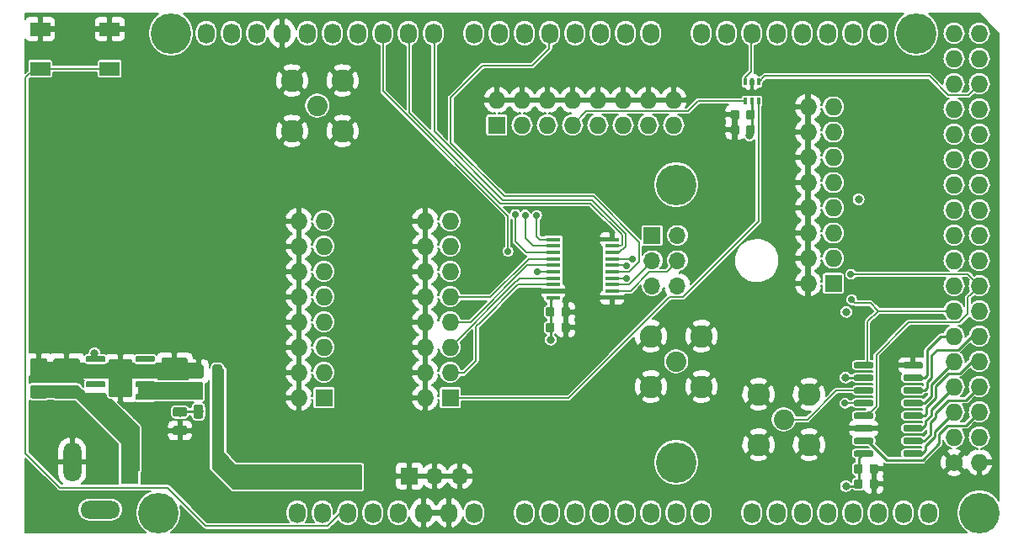
<source format=gbr>
%TF.GenerationSoftware,KiCad,Pcbnew,(5.1.2)-1*%
%TF.CreationDate,2020-09-11T17:40:02+02:00*%
%TF.ProjectId,ArduinoShield_SPIlinedriver_Sync_2V0,41726475-696e-46f5-9368-69656c645f53,3.1*%
%TF.SameCoordinates,Original*%
%TF.FileFunction,Copper,L1,Top*%
%TF.FilePolarity,Positive*%
%FSLAX46Y46*%
G04 Gerber Fmt 4.6, Leading zero omitted, Abs format (unit mm)*
G04 Created by KiCad (PCBNEW (5.1.2)-1) date 2020-09-11 17:40:02*
%MOMM*%
%LPD*%
G04 APERTURE LIST*
%ADD10R,1.800000X4.400000*%
%ADD11O,1.800000X4.000000*%
%ADD12O,4.000000X1.800000*%
%ADD13R,2.000000X1.400000*%
%ADD14R,1.450000X0.450000*%
%ADD15C,1.727200*%
%ADD16O,1.727200X1.727200*%
%ADD17O,1.727200X2.032000*%
%ADD18C,4.064000*%
%ADD19R,1.700000X1.700000*%
%ADD20O,1.700000X1.700000*%
%ADD21C,2.050000*%
%ADD22C,2.250000*%
%ADD23C,0.100000*%
%ADD24C,0.600000*%
%ADD25C,0.875000*%
%ADD26R,1.727200X1.727200*%
%ADD27R,0.400000X0.650000*%
%ADD28C,1.250000*%
%ADD29C,0.975000*%
%ADD30C,2.410000*%
%ADD31C,0.800000*%
%ADD32C,0.700000*%
%ADD33C,0.250000*%
%ADD34C,0.200000*%
%ADD35C,0.155000*%
%ADD36C,0.350000*%
G04 APERTURE END LIST*
D10*
X114503200Y-113995200D03*
D11*
X108703200Y-113995200D03*
D12*
X111503200Y-118795200D03*
D13*
X112466000Y-74440800D03*
X105466000Y-74440800D03*
X112466000Y-70440800D03*
X105466000Y-70440800D03*
D14*
X157070000Y-97463800D03*
X157070000Y-96813800D03*
X157070000Y-96163800D03*
X157070000Y-95513800D03*
X157070000Y-94863800D03*
X157070000Y-94213800D03*
X157070000Y-93563800D03*
X157070000Y-92913800D03*
X157070000Y-92263800D03*
X157070000Y-91613800D03*
X162970000Y-91613800D03*
X162970000Y-92263800D03*
X162970000Y-92913800D03*
X162970000Y-93563800D03*
X162970000Y-94213800D03*
X162970000Y-94863800D03*
X162970000Y-95513800D03*
X162970000Y-96163800D03*
X162970000Y-96813800D03*
X162970000Y-97463800D03*
D15*
X197358000Y-114046000D03*
D16*
X199898000Y-114046000D03*
X197358000Y-111506000D03*
X199898000Y-111506000D03*
X197358000Y-108966000D03*
X199898000Y-108966000D03*
X197358000Y-106426000D03*
X199898000Y-106426000D03*
X197358000Y-103886000D03*
X199898000Y-103886000D03*
X197358000Y-101346000D03*
X199898000Y-101346000D03*
X197358000Y-98806000D03*
X199898000Y-98806000D03*
X197358000Y-96266000D03*
X199898000Y-96266000D03*
X197358000Y-93726000D03*
X199898000Y-93726000D03*
X197358000Y-91186000D03*
X199898000Y-91186000D03*
X197358000Y-88646000D03*
X199898000Y-88646000D03*
X197358000Y-86106000D03*
X199898000Y-86106000D03*
X197358000Y-83566000D03*
X199898000Y-83566000D03*
X197358000Y-81026000D03*
X199898000Y-81026000D03*
X197358000Y-78486000D03*
X199898000Y-78486000D03*
X197358000Y-75946000D03*
X199898000Y-75946000D03*
X197358000Y-73406000D03*
X199898000Y-73406000D03*
X197358000Y-70866000D03*
X199898000Y-70866000D03*
D17*
X131318000Y-119126000D03*
X133858000Y-119126000D03*
X136398000Y-119126000D03*
X138938000Y-119126000D03*
X141478000Y-119126000D03*
X144018000Y-119126000D03*
X146558000Y-119126000D03*
X149098000Y-119126000D03*
X154178000Y-119126000D03*
X156718000Y-119126000D03*
X159258000Y-119126000D03*
X161798000Y-119126000D03*
X164338000Y-119126000D03*
X166878000Y-119126000D03*
X169418000Y-119126000D03*
X171958000Y-119126000D03*
X177038000Y-119126000D03*
X179578000Y-119126000D03*
X182118000Y-119126000D03*
X184658000Y-119126000D03*
X187198000Y-119126000D03*
X189738000Y-119126000D03*
X192278000Y-119126000D03*
X194818000Y-119126000D03*
X122174000Y-70866000D03*
X124714000Y-70866000D03*
X127254000Y-70866000D03*
X129794000Y-70866000D03*
X132334000Y-70866000D03*
X134874000Y-70866000D03*
X137414000Y-70866000D03*
X139954000Y-70866000D03*
X142494000Y-70866000D03*
X145034000Y-70866000D03*
X149098000Y-70866000D03*
X151638000Y-70866000D03*
X154178000Y-70866000D03*
X156718000Y-70866000D03*
X159258000Y-70866000D03*
X161798000Y-70866000D03*
X164338000Y-70866000D03*
X166878000Y-70866000D03*
X171958000Y-70866000D03*
X174498000Y-70866000D03*
X177038000Y-70866000D03*
X179578000Y-70866000D03*
X182118000Y-70866000D03*
X184658000Y-70866000D03*
X187198000Y-70866000D03*
X189738000Y-70866000D03*
D18*
X117348000Y-119126000D03*
X169418000Y-114046000D03*
X199898000Y-119126000D03*
X118618000Y-70866000D03*
X169418000Y-86106000D03*
X193548000Y-70866000D03*
D19*
X167005000Y-91211400D03*
D20*
X169545000Y-91211400D03*
X167005000Y-93751400D03*
X169545000Y-93751400D03*
X167005000Y-96291400D03*
X169545000Y-96291400D03*
D21*
X180238400Y-109728000D03*
D22*
X182778400Y-112268000D03*
X182778400Y-107188000D03*
X177698400Y-107188000D03*
X177698400Y-112268000D03*
X166878000Y-106426000D03*
X166878000Y-101346000D03*
X171958000Y-101346000D03*
X171958000Y-106426000D03*
D21*
X169418000Y-103886000D03*
D23*
G36*
X194068703Y-112857722D02*
G01*
X194083264Y-112859882D01*
X194097543Y-112863459D01*
X194111403Y-112868418D01*
X194124710Y-112874712D01*
X194137336Y-112882280D01*
X194149159Y-112891048D01*
X194160066Y-112900934D01*
X194169952Y-112911841D01*
X194178720Y-112923664D01*
X194186288Y-112936290D01*
X194192582Y-112949597D01*
X194197541Y-112963457D01*
X194201118Y-112977736D01*
X194203278Y-112992297D01*
X194204000Y-113007000D01*
X194204000Y-113307000D01*
X194203278Y-113321703D01*
X194201118Y-113336264D01*
X194197541Y-113350543D01*
X194192582Y-113364403D01*
X194186288Y-113377710D01*
X194178720Y-113390336D01*
X194169952Y-113402159D01*
X194160066Y-113413066D01*
X194149159Y-113422952D01*
X194137336Y-113431720D01*
X194124710Y-113439288D01*
X194111403Y-113445582D01*
X194097543Y-113450541D01*
X194083264Y-113454118D01*
X194068703Y-113456278D01*
X194054000Y-113457000D01*
X192404000Y-113457000D01*
X192389297Y-113456278D01*
X192374736Y-113454118D01*
X192360457Y-113450541D01*
X192346597Y-113445582D01*
X192333290Y-113439288D01*
X192320664Y-113431720D01*
X192308841Y-113422952D01*
X192297934Y-113413066D01*
X192288048Y-113402159D01*
X192279280Y-113390336D01*
X192271712Y-113377710D01*
X192265418Y-113364403D01*
X192260459Y-113350543D01*
X192256882Y-113336264D01*
X192254722Y-113321703D01*
X192254000Y-113307000D01*
X192254000Y-113007000D01*
X192254722Y-112992297D01*
X192256882Y-112977736D01*
X192260459Y-112963457D01*
X192265418Y-112949597D01*
X192271712Y-112936290D01*
X192279280Y-112923664D01*
X192288048Y-112911841D01*
X192297934Y-112900934D01*
X192308841Y-112891048D01*
X192320664Y-112882280D01*
X192333290Y-112874712D01*
X192346597Y-112868418D01*
X192360457Y-112863459D01*
X192374736Y-112859882D01*
X192389297Y-112857722D01*
X192404000Y-112857000D01*
X194054000Y-112857000D01*
X194068703Y-112857722D01*
X194068703Y-112857722D01*
G37*
D24*
X193229000Y-113157000D03*
D23*
G36*
X194068703Y-111587722D02*
G01*
X194083264Y-111589882D01*
X194097543Y-111593459D01*
X194111403Y-111598418D01*
X194124710Y-111604712D01*
X194137336Y-111612280D01*
X194149159Y-111621048D01*
X194160066Y-111630934D01*
X194169952Y-111641841D01*
X194178720Y-111653664D01*
X194186288Y-111666290D01*
X194192582Y-111679597D01*
X194197541Y-111693457D01*
X194201118Y-111707736D01*
X194203278Y-111722297D01*
X194204000Y-111737000D01*
X194204000Y-112037000D01*
X194203278Y-112051703D01*
X194201118Y-112066264D01*
X194197541Y-112080543D01*
X194192582Y-112094403D01*
X194186288Y-112107710D01*
X194178720Y-112120336D01*
X194169952Y-112132159D01*
X194160066Y-112143066D01*
X194149159Y-112152952D01*
X194137336Y-112161720D01*
X194124710Y-112169288D01*
X194111403Y-112175582D01*
X194097543Y-112180541D01*
X194083264Y-112184118D01*
X194068703Y-112186278D01*
X194054000Y-112187000D01*
X192404000Y-112187000D01*
X192389297Y-112186278D01*
X192374736Y-112184118D01*
X192360457Y-112180541D01*
X192346597Y-112175582D01*
X192333290Y-112169288D01*
X192320664Y-112161720D01*
X192308841Y-112152952D01*
X192297934Y-112143066D01*
X192288048Y-112132159D01*
X192279280Y-112120336D01*
X192271712Y-112107710D01*
X192265418Y-112094403D01*
X192260459Y-112080543D01*
X192256882Y-112066264D01*
X192254722Y-112051703D01*
X192254000Y-112037000D01*
X192254000Y-111737000D01*
X192254722Y-111722297D01*
X192256882Y-111707736D01*
X192260459Y-111693457D01*
X192265418Y-111679597D01*
X192271712Y-111666290D01*
X192279280Y-111653664D01*
X192288048Y-111641841D01*
X192297934Y-111630934D01*
X192308841Y-111621048D01*
X192320664Y-111612280D01*
X192333290Y-111604712D01*
X192346597Y-111598418D01*
X192360457Y-111593459D01*
X192374736Y-111589882D01*
X192389297Y-111587722D01*
X192404000Y-111587000D01*
X194054000Y-111587000D01*
X194068703Y-111587722D01*
X194068703Y-111587722D01*
G37*
D24*
X193229000Y-111887000D03*
D23*
G36*
X194068703Y-110317722D02*
G01*
X194083264Y-110319882D01*
X194097543Y-110323459D01*
X194111403Y-110328418D01*
X194124710Y-110334712D01*
X194137336Y-110342280D01*
X194149159Y-110351048D01*
X194160066Y-110360934D01*
X194169952Y-110371841D01*
X194178720Y-110383664D01*
X194186288Y-110396290D01*
X194192582Y-110409597D01*
X194197541Y-110423457D01*
X194201118Y-110437736D01*
X194203278Y-110452297D01*
X194204000Y-110467000D01*
X194204000Y-110767000D01*
X194203278Y-110781703D01*
X194201118Y-110796264D01*
X194197541Y-110810543D01*
X194192582Y-110824403D01*
X194186288Y-110837710D01*
X194178720Y-110850336D01*
X194169952Y-110862159D01*
X194160066Y-110873066D01*
X194149159Y-110882952D01*
X194137336Y-110891720D01*
X194124710Y-110899288D01*
X194111403Y-110905582D01*
X194097543Y-110910541D01*
X194083264Y-110914118D01*
X194068703Y-110916278D01*
X194054000Y-110917000D01*
X192404000Y-110917000D01*
X192389297Y-110916278D01*
X192374736Y-110914118D01*
X192360457Y-110910541D01*
X192346597Y-110905582D01*
X192333290Y-110899288D01*
X192320664Y-110891720D01*
X192308841Y-110882952D01*
X192297934Y-110873066D01*
X192288048Y-110862159D01*
X192279280Y-110850336D01*
X192271712Y-110837710D01*
X192265418Y-110824403D01*
X192260459Y-110810543D01*
X192256882Y-110796264D01*
X192254722Y-110781703D01*
X192254000Y-110767000D01*
X192254000Y-110467000D01*
X192254722Y-110452297D01*
X192256882Y-110437736D01*
X192260459Y-110423457D01*
X192265418Y-110409597D01*
X192271712Y-110396290D01*
X192279280Y-110383664D01*
X192288048Y-110371841D01*
X192297934Y-110360934D01*
X192308841Y-110351048D01*
X192320664Y-110342280D01*
X192333290Y-110334712D01*
X192346597Y-110328418D01*
X192360457Y-110323459D01*
X192374736Y-110319882D01*
X192389297Y-110317722D01*
X192404000Y-110317000D01*
X194054000Y-110317000D01*
X194068703Y-110317722D01*
X194068703Y-110317722D01*
G37*
D24*
X193229000Y-110617000D03*
D23*
G36*
X194068703Y-109047722D02*
G01*
X194083264Y-109049882D01*
X194097543Y-109053459D01*
X194111403Y-109058418D01*
X194124710Y-109064712D01*
X194137336Y-109072280D01*
X194149159Y-109081048D01*
X194160066Y-109090934D01*
X194169952Y-109101841D01*
X194178720Y-109113664D01*
X194186288Y-109126290D01*
X194192582Y-109139597D01*
X194197541Y-109153457D01*
X194201118Y-109167736D01*
X194203278Y-109182297D01*
X194204000Y-109197000D01*
X194204000Y-109497000D01*
X194203278Y-109511703D01*
X194201118Y-109526264D01*
X194197541Y-109540543D01*
X194192582Y-109554403D01*
X194186288Y-109567710D01*
X194178720Y-109580336D01*
X194169952Y-109592159D01*
X194160066Y-109603066D01*
X194149159Y-109612952D01*
X194137336Y-109621720D01*
X194124710Y-109629288D01*
X194111403Y-109635582D01*
X194097543Y-109640541D01*
X194083264Y-109644118D01*
X194068703Y-109646278D01*
X194054000Y-109647000D01*
X192404000Y-109647000D01*
X192389297Y-109646278D01*
X192374736Y-109644118D01*
X192360457Y-109640541D01*
X192346597Y-109635582D01*
X192333290Y-109629288D01*
X192320664Y-109621720D01*
X192308841Y-109612952D01*
X192297934Y-109603066D01*
X192288048Y-109592159D01*
X192279280Y-109580336D01*
X192271712Y-109567710D01*
X192265418Y-109554403D01*
X192260459Y-109540543D01*
X192256882Y-109526264D01*
X192254722Y-109511703D01*
X192254000Y-109497000D01*
X192254000Y-109197000D01*
X192254722Y-109182297D01*
X192256882Y-109167736D01*
X192260459Y-109153457D01*
X192265418Y-109139597D01*
X192271712Y-109126290D01*
X192279280Y-109113664D01*
X192288048Y-109101841D01*
X192297934Y-109090934D01*
X192308841Y-109081048D01*
X192320664Y-109072280D01*
X192333290Y-109064712D01*
X192346597Y-109058418D01*
X192360457Y-109053459D01*
X192374736Y-109049882D01*
X192389297Y-109047722D01*
X192404000Y-109047000D01*
X194054000Y-109047000D01*
X194068703Y-109047722D01*
X194068703Y-109047722D01*
G37*
D24*
X193229000Y-109347000D03*
D23*
G36*
X194068703Y-107777722D02*
G01*
X194083264Y-107779882D01*
X194097543Y-107783459D01*
X194111403Y-107788418D01*
X194124710Y-107794712D01*
X194137336Y-107802280D01*
X194149159Y-107811048D01*
X194160066Y-107820934D01*
X194169952Y-107831841D01*
X194178720Y-107843664D01*
X194186288Y-107856290D01*
X194192582Y-107869597D01*
X194197541Y-107883457D01*
X194201118Y-107897736D01*
X194203278Y-107912297D01*
X194204000Y-107927000D01*
X194204000Y-108227000D01*
X194203278Y-108241703D01*
X194201118Y-108256264D01*
X194197541Y-108270543D01*
X194192582Y-108284403D01*
X194186288Y-108297710D01*
X194178720Y-108310336D01*
X194169952Y-108322159D01*
X194160066Y-108333066D01*
X194149159Y-108342952D01*
X194137336Y-108351720D01*
X194124710Y-108359288D01*
X194111403Y-108365582D01*
X194097543Y-108370541D01*
X194083264Y-108374118D01*
X194068703Y-108376278D01*
X194054000Y-108377000D01*
X192404000Y-108377000D01*
X192389297Y-108376278D01*
X192374736Y-108374118D01*
X192360457Y-108370541D01*
X192346597Y-108365582D01*
X192333290Y-108359288D01*
X192320664Y-108351720D01*
X192308841Y-108342952D01*
X192297934Y-108333066D01*
X192288048Y-108322159D01*
X192279280Y-108310336D01*
X192271712Y-108297710D01*
X192265418Y-108284403D01*
X192260459Y-108270543D01*
X192256882Y-108256264D01*
X192254722Y-108241703D01*
X192254000Y-108227000D01*
X192254000Y-107927000D01*
X192254722Y-107912297D01*
X192256882Y-107897736D01*
X192260459Y-107883457D01*
X192265418Y-107869597D01*
X192271712Y-107856290D01*
X192279280Y-107843664D01*
X192288048Y-107831841D01*
X192297934Y-107820934D01*
X192308841Y-107811048D01*
X192320664Y-107802280D01*
X192333290Y-107794712D01*
X192346597Y-107788418D01*
X192360457Y-107783459D01*
X192374736Y-107779882D01*
X192389297Y-107777722D01*
X192404000Y-107777000D01*
X194054000Y-107777000D01*
X194068703Y-107777722D01*
X194068703Y-107777722D01*
G37*
D24*
X193229000Y-108077000D03*
D23*
G36*
X194068703Y-106507722D02*
G01*
X194083264Y-106509882D01*
X194097543Y-106513459D01*
X194111403Y-106518418D01*
X194124710Y-106524712D01*
X194137336Y-106532280D01*
X194149159Y-106541048D01*
X194160066Y-106550934D01*
X194169952Y-106561841D01*
X194178720Y-106573664D01*
X194186288Y-106586290D01*
X194192582Y-106599597D01*
X194197541Y-106613457D01*
X194201118Y-106627736D01*
X194203278Y-106642297D01*
X194204000Y-106657000D01*
X194204000Y-106957000D01*
X194203278Y-106971703D01*
X194201118Y-106986264D01*
X194197541Y-107000543D01*
X194192582Y-107014403D01*
X194186288Y-107027710D01*
X194178720Y-107040336D01*
X194169952Y-107052159D01*
X194160066Y-107063066D01*
X194149159Y-107072952D01*
X194137336Y-107081720D01*
X194124710Y-107089288D01*
X194111403Y-107095582D01*
X194097543Y-107100541D01*
X194083264Y-107104118D01*
X194068703Y-107106278D01*
X194054000Y-107107000D01*
X192404000Y-107107000D01*
X192389297Y-107106278D01*
X192374736Y-107104118D01*
X192360457Y-107100541D01*
X192346597Y-107095582D01*
X192333290Y-107089288D01*
X192320664Y-107081720D01*
X192308841Y-107072952D01*
X192297934Y-107063066D01*
X192288048Y-107052159D01*
X192279280Y-107040336D01*
X192271712Y-107027710D01*
X192265418Y-107014403D01*
X192260459Y-107000543D01*
X192256882Y-106986264D01*
X192254722Y-106971703D01*
X192254000Y-106957000D01*
X192254000Y-106657000D01*
X192254722Y-106642297D01*
X192256882Y-106627736D01*
X192260459Y-106613457D01*
X192265418Y-106599597D01*
X192271712Y-106586290D01*
X192279280Y-106573664D01*
X192288048Y-106561841D01*
X192297934Y-106550934D01*
X192308841Y-106541048D01*
X192320664Y-106532280D01*
X192333290Y-106524712D01*
X192346597Y-106518418D01*
X192360457Y-106513459D01*
X192374736Y-106509882D01*
X192389297Y-106507722D01*
X192404000Y-106507000D01*
X194054000Y-106507000D01*
X194068703Y-106507722D01*
X194068703Y-106507722D01*
G37*
D24*
X193229000Y-106807000D03*
D23*
G36*
X194068703Y-105237722D02*
G01*
X194083264Y-105239882D01*
X194097543Y-105243459D01*
X194111403Y-105248418D01*
X194124710Y-105254712D01*
X194137336Y-105262280D01*
X194149159Y-105271048D01*
X194160066Y-105280934D01*
X194169952Y-105291841D01*
X194178720Y-105303664D01*
X194186288Y-105316290D01*
X194192582Y-105329597D01*
X194197541Y-105343457D01*
X194201118Y-105357736D01*
X194203278Y-105372297D01*
X194204000Y-105387000D01*
X194204000Y-105687000D01*
X194203278Y-105701703D01*
X194201118Y-105716264D01*
X194197541Y-105730543D01*
X194192582Y-105744403D01*
X194186288Y-105757710D01*
X194178720Y-105770336D01*
X194169952Y-105782159D01*
X194160066Y-105793066D01*
X194149159Y-105802952D01*
X194137336Y-105811720D01*
X194124710Y-105819288D01*
X194111403Y-105825582D01*
X194097543Y-105830541D01*
X194083264Y-105834118D01*
X194068703Y-105836278D01*
X194054000Y-105837000D01*
X192404000Y-105837000D01*
X192389297Y-105836278D01*
X192374736Y-105834118D01*
X192360457Y-105830541D01*
X192346597Y-105825582D01*
X192333290Y-105819288D01*
X192320664Y-105811720D01*
X192308841Y-105802952D01*
X192297934Y-105793066D01*
X192288048Y-105782159D01*
X192279280Y-105770336D01*
X192271712Y-105757710D01*
X192265418Y-105744403D01*
X192260459Y-105730543D01*
X192256882Y-105716264D01*
X192254722Y-105701703D01*
X192254000Y-105687000D01*
X192254000Y-105387000D01*
X192254722Y-105372297D01*
X192256882Y-105357736D01*
X192260459Y-105343457D01*
X192265418Y-105329597D01*
X192271712Y-105316290D01*
X192279280Y-105303664D01*
X192288048Y-105291841D01*
X192297934Y-105280934D01*
X192308841Y-105271048D01*
X192320664Y-105262280D01*
X192333290Y-105254712D01*
X192346597Y-105248418D01*
X192360457Y-105243459D01*
X192374736Y-105239882D01*
X192389297Y-105237722D01*
X192404000Y-105237000D01*
X194054000Y-105237000D01*
X194068703Y-105237722D01*
X194068703Y-105237722D01*
G37*
D24*
X193229000Y-105537000D03*
D23*
G36*
X194068703Y-103967722D02*
G01*
X194083264Y-103969882D01*
X194097543Y-103973459D01*
X194111403Y-103978418D01*
X194124710Y-103984712D01*
X194137336Y-103992280D01*
X194149159Y-104001048D01*
X194160066Y-104010934D01*
X194169952Y-104021841D01*
X194178720Y-104033664D01*
X194186288Y-104046290D01*
X194192582Y-104059597D01*
X194197541Y-104073457D01*
X194201118Y-104087736D01*
X194203278Y-104102297D01*
X194204000Y-104117000D01*
X194204000Y-104417000D01*
X194203278Y-104431703D01*
X194201118Y-104446264D01*
X194197541Y-104460543D01*
X194192582Y-104474403D01*
X194186288Y-104487710D01*
X194178720Y-104500336D01*
X194169952Y-104512159D01*
X194160066Y-104523066D01*
X194149159Y-104532952D01*
X194137336Y-104541720D01*
X194124710Y-104549288D01*
X194111403Y-104555582D01*
X194097543Y-104560541D01*
X194083264Y-104564118D01*
X194068703Y-104566278D01*
X194054000Y-104567000D01*
X192404000Y-104567000D01*
X192389297Y-104566278D01*
X192374736Y-104564118D01*
X192360457Y-104560541D01*
X192346597Y-104555582D01*
X192333290Y-104549288D01*
X192320664Y-104541720D01*
X192308841Y-104532952D01*
X192297934Y-104523066D01*
X192288048Y-104512159D01*
X192279280Y-104500336D01*
X192271712Y-104487710D01*
X192265418Y-104474403D01*
X192260459Y-104460543D01*
X192256882Y-104446264D01*
X192254722Y-104431703D01*
X192254000Y-104417000D01*
X192254000Y-104117000D01*
X192254722Y-104102297D01*
X192256882Y-104087736D01*
X192260459Y-104073457D01*
X192265418Y-104059597D01*
X192271712Y-104046290D01*
X192279280Y-104033664D01*
X192288048Y-104021841D01*
X192297934Y-104010934D01*
X192308841Y-104001048D01*
X192320664Y-103992280D01*
X192333290Y-103984712D01*
X192346597Y-103978418D01*
X192360457Y-103973459D01*
X192374736Y-103969882D01*
X192389297Y-103967722D01*
X192404000Y-103967000D01*
X194054000Y-103967000D01*
X194068703Y-103967722D01*
X194068703Y-103967722D01*
G37*
D24*
X193229000Y-104267000D03*
D23*
G36*
X189118703Y-103967722D02*
G01*
X189133264Y-103969882D01*
X189147543Y-103973459D01*
X189161403Y-103978418D01*
X189174710Y-103984712D01*
X189187336Y-103992280D01*
X189199159Y-104001048D01*
X189210066Y-104010934D01*
X189219952Y-104021841D01*
X189228720Y-104033664D01*
X189236288Y-104046290D01*
X189242582Y-104059597D01*
X189247541Y-104073457D01*
X189251118Y-104087736D01*
X189253278Y-104102297D01*
X189254000Y-104117000D01*
X189254000Y-104417000D01*
X189253278Y-104431703D01*
X189251118Y-104446264D01*
X189247541Y-104460543D01*
X189242582Y-104474403D01*
X189236288Y-104487710D01*
X189228720Y-104500336D01*
X189219952Y-104512159D01*
X189210066Y-104523066D01*
X189199159Y-104532952D01*
X189187336Y-104541720D01*
X189174710Y-104549288D01*
X189161403Y-104555582D01*
X189147543Y-104560541D01*
X189133264Y-104564118D01*
X189118703Y-104566278D01*
X189104000Y-104567000D01*
X187454000Y-104567000D01*
X187439297Y-104566278D01*
X187424736Y-104564118D01*
X187410457Y-104560541D01*
X187396597Y-104555582D01*
X187383290Y-104549288D01*
X187370664Y-104541720D01*
X187358841Y-104532952D01*
X187347934Y-104523066D01*
X187338048Y-104512159D01*
X187329280Y-104500336D01*
X187321712Y-104487710D01*
X187315418Y-104474403D01*
X187310459Y-104460543D01*
X187306882Y-104446264D01*
X187304722Y-104431703D01*
X187304000Y-104417000D01*
X187304000Y-104117000D01*
X187304722Y-104102297D01*
X187306882Y-104087736D01*
X187310459Y-104073457D01*
X187315418Y-104059597D01*
X187321712Y-104046290D01*
X187329280Y-104033664D01*
X187338048Y-104021841D01*
X187347934Y-104010934D01*
X187358841Y-104001048D01*
X187370664Y-103992280D01*
X187383290Y-103984712D01*
X187396597Y-103978418D01*
X187410457Y-103973459D01*
X187424736Y-103969882D01*
X187439297Y-103967722D01*
X187454000Y-103967000D01*
X189104000Y-103967000D01*
X189118703Y-103967722D01*
X189118703Y-103967722D01*
G37*
D24*
X188279000Y-104267000D03*
D23*
G36*
X189118703Y-105237722D02*
G01*
X189133264Y-105239882D01*
X189147543Y-105243459D01*
X189161403Y-105248418D01*
X189174710Y-105254712D01*
X189187336Y-105262280D01*
X189199159Y-105271048D01*
X189210066Y-105280934D01*
X189219952Y-105291841D01*
X189228720Y-105303664D01*
X189236288Y-105316290D01*
X189242582Y-105329597D01*
X189247541Y-105343457D01*
X189251118Y-105357736D01*
X189253278Y-105372297D01*
X189254000Y-105387000D01*
X189254000Y-105687000D01*
X189253278Y-105701703D01*
X189251118Y-105716264D01*
X189247541Y-105730543D01*
X189242582Y-105744403D01*
X189236288Y-105757710D01*
X189228720Y-105770336D01*
X189219952Y-105782159D01*
X189210066Y-105793066D01*
X189199159Y-105802952D01*
X189187336Y-105811720D01*
X189174710Y-105819288D01*
X189161403Y-105825582D01*
X189147543Y-105830541D01*
X189133264Y-105834118D01*
X189118703Y-105836278D01*
X189104000Y-105837000D01*
X187454000Y-105837000D01*
X187439297Y-105836278D01*
X187424736Y-105834118D01*
X187410457Y-105830541D01*
X187396597Y-105825582D01*
X187383290Y-105819288D01*
X187370664Y-105811720D01*
X187358841Y-105802952D01*
X187347934Y-105793066D01*
X187338048Y-105782159D01*
X187329280Y-105770336D01*
X187321712Y-105757710D01*
X187315418Y-105744403D01*
X187310459Y-105730543D01*
X187306882Y-105716264D01*
X187304722Y-105701703D01*
X187304000Y-105687000D01*
X187304000Y-105387000D01*
X187304722Y-105372297D01*
X187306882Y-105357736D01*
X187310459Y-105343457D01*
X187315418Y-105329597D01*
X187321712Y-105316290D01*
X187329280Y-105303664D01*
X187338048Y-105291841D01*
X187347934Y-105280934D01*
X187358841Y-105271048D01*
X187370664Y-105262280D01*
X187383290Y-105254712D01*
X187396597Y-105248418D01*
X187410457Y-105243459D01*
X187424736Y-105239882D01*
X187439297Y-105237722D01*
X187454000Y-105237000D01*
X189104000Y-105237000D01*
X189118703Y-105237722D01*
X189118703Y-105237722D01*
G37*
D24*
X188279000Y-105537000D03*
D23*
G36*
X189118703Y-106507722D02*
G01*
X189133264Y-106509882D01*
X189147543Y-106513459D01*
X189161403Y-106518418D01*
X189174710Y-106524712D01*
X189187336Y-106532280D01*
X189199159Y-106541048D01*
X189210066Y-106550934D01*
X189219952Y-106561841D01*
X189228720Y-106573664D01*
X189236288Y-106586290D01*
X189242582Y-106599597D01*
X189247541Y-106613457D01*
X189251118Y-106627736D01*
X189253278Y-106642297D01*
X189254000Y-106657000D01*
X189254000Y-106957000D01*
X189253278Y-106971703D01*
X189251118Y-106986264D01*
X189247541Y-107000543D01*
X189242582Y-107014403D01*
X189236288Y-107027710D01*
X189228720Y-107040336D01*
X189219952Y-107052159D01*
X189210066Y-107063066D01*
X189199159Y-107072952D01*
X189187336Y-107081720D01*
X189174710Y-107089288D01*
X189161403Y-107095582D01*
X189147543Y-107100541D01*
X189133264Y-107104118D01*
X189118703Y-107106278D01*
X189104000Y-107107000D01*
X187454000Y-107107000D01*
X187439297Y-107106278D01*
X187424736Y-107104118D01*
X187410457Y-107100541D01*
X187396597Y-107095582D01*
X187383290Y-107089288D01*
X187370664Y-107081720D01*
X187358841Y-107072952D01*
X187347934Y-107063066D01*
X187338048Y-107052159D01*
X187329280Y-107040336D01*
X187321712Y-107027710D01*
X187315418Y-107014403D01*
X187310459Y-107000543D01*
X187306882Y-106986264D01*
X187304722Y-106971703D01*
X187304000Y-106957000D01*
X187304000Y-106657000D01*
X187304722Y-106642297D01*
X187306882Y-106627736D01*
X187310459Y-106613457D01*
X187315418Y-106599597D01*
X187321712Y-106586290D01*
X187329280Y-106573664D01*
X187338048Y-106561841D01*
X187347934Y-106550934D01*
X187358841Y-106541048D01*
X187370664Y-106532280D01*
X187383290Y-106524712D01*
X187396597Y-106518418D01*
X187410457Y-106513459D01*
X187424736Y-106509882D01*
X187439297Y-106507722D01*
X187454000Y-106507000D01*
X189104000Y-106507000D01*
X189118703Y-106507722D01*
X189118703Y-106507722D01*
G37*
D24*
X188279000Y-106807000D03*
D23*
G36*
X189118703Y-107777722D02*
G01*
X189133264Y-107779882D01*
X189147543Y-107783459D01*
X189161403Y-107788418D01*
X189174710Y-107794712D01*
X189187336Y-107802280D01*
X189199159Y-107811048D01*
X189210066Y-107820934D01*
X189219952Y-107831841D01*
X189228720Y-107843664D01*
X189236288Y-107856290D01*
X189242582Y-107869597D01*
X189247541Y-107883457D01*
X189251118Y-107897736D01*
X189253278Y-107912297D01*
X189254000Y-107927000D01*
X189254000Y-108227000D01*
X189253278Y-108241703D01*
X189251118Y-108256264D01*
X189247541Y-108270543D01*
X189242582Y-108284403D01*
X189236288Y-108297710D01*
X189228720Y-108310336D01*
X189219952Y-108322159D01*
X189210066Y-108333066D01*
X189199159Y-108342952D01*
X189187336Y-108351720D01*
X189174710Y-108359288D01*
X189161403Y-108365582D01*
X189147543Y-108370541D01*
X189133264Y-108374118D01*
X189118703Y-108376278D01*
X189104000Y-108377000D01*
X187454000Y-108377000D01*
X187439297Y-108376278D01*
X187424736Y-108374118D01*
X187410457Y-108370541D01*
X187396597Y-108365582D01*
X187383290Y-108359288D01*
X187370664Y-108351720D01*
X187358841Y-108342952D01*
X187347934Y-108333066D01*
X187338048Y-108322159D01*
X187329280Y-108310336D01*
X187321712Y-108297710D01*
X187315418Y-108284403D01*
X187310459Y-108270543D01*
X187306882Y-108256264D01*
X187304722Y-108241703D01*
X187304000Y-108227000D01*
X187304000Y-107927000D01*
X187304722Y-107912297D01*
X187306882Y-107897736D01*
X187310459Y-107883457D01*
X187315418Y-107869597D01*
X187321712Y-107856290D01*
X187329280Y-107843664D01*
X187338048Y-107831841D01*
X187347934Y-107820934D01*
X187358841Y-107811048D01*
X187370664Y-107802280D01*
X187383290Y-107794712D01*
X187396597Y-107788418D01*
X187410457Y-107783459D01*
X187424736Y-107779882D01*
X187439297Y-107777722D01*
X187454000Y-107777000D01*
X189104000Y-107777000D01*
X189118703Y-107777722D01*
X189118703Y-107777722D01*
G37*
D24*
X188279000Y-108077000D03*
D23*
G36*
X189118703Y-109047722D02*
G01*
X189133264Y-109049882D01*
X189147543Y-109053459D01*
X189161403Y-109058418D01*
X189174710Y-109064712D01*
X189187336Y-109072280D01*
X189199159Y-109081048D01*
X189210066Y-109090934D01*
X189219952Y-109101841D01*
X189228720Y-109113664D01*
X189236288Y-109126290D01*
X189242582Y-109139597D01*
X189247541Y-109153457D01*
X189251118Y-109167736D01*
X189253278Y-109182297D01*
X189254000Y-109197000D01*
X189254000Y-109497000D01*
X189253278Y-109511703D01*
X189251118Y-109526264D01*
X189247541Y-109540543D01*
X189242582Y-109554403D01*
X189236288Y-109567710D01*
X189228720Y-109580336D01*
X189219952Y-109592159D01*
X189210066Y-109603066D01*
X189199159Y-109612952D01*
X189187336Y-109621720D01*
X189174710Y-109629288D01*
X189161403Y-109635582D01*
X189147543Y-109640541D01*
X189133264Y-109644118D01*
X189118703Y-109646278D01*
X189104000Y-109647000D01*
X187454000Y-109647000D01*
X187439297Y-109646278D01*
X187424736Y-109644118D01*
X187410457Y-109640541D01*
X187396597Y-109635582D01*
X187383290Y-109629288D01*
X187370664Y-109621720D01*
X187358841Y-109612952D01*
X187347934Y-109603066D01*
X187338048Y-109592159D01*
X187329280Y-109580336D01*
X187321712Y-109567710D01*
X187315418Y-109554403D01*
X187310459Y-109540543D01*
X187306882Y-109526264D01*
X187304722Y-109511703D01*
X187304000Y-109497000D01*
X187304000Y-109197000D01*
X187304722Y-109182297D01*
X187306882Y-109167736D01*
X187310459Y-109153457D01*
X187315418Y-109139597D01*
X187321712Y-109126290D01*
X187329280Y-109113664D01*
X187338048Y-109101841D01*
X187347934Y-109090934D01*
X187358841Y-109081048D01*
X187370664Y-109072280D01*
X187383290Y-109064712D01*
X187396597Y-109058418D01*
X187410457Y-109053459D01*
X187424736Y-109049882D01*
X187439297Y-109047722D01*
X187454000Y-109047000D01*
X189104000Y-109047000D01*
X189118703Y-109047722D01*
X189118703Y-109047722D01*
G37*
D24*
X188279000Y-109347000D03*
D23*
G36*
X189118703Y-110317722D02*
G01*
X189133264Y-110319882D01*
X189147543Y-110323459D01*
X189161403Y-110328418D01*
X189174710Y-110334712D01*
X189187336Y-110342280D01*
X189199159Y-110351048D01*
X189210066Y-110360934D01*
X189219952Y-110371841D01*
X189228720Y-110383664D01*
X189236288Y-110396290D01*
X189242582Y-110409597D01*
X189247541Y-110423457D01*
X189251118Y-110437736D01*
X189253278Y-110452297D01*
X189254000Y-110467000D01*
X189254000Y-110767000D01*
X189253278Y-110781703D01*
X189251118Y-110796264D01*
X189247541Y-110810543D01*
X189242582Y-110824403D01*
X189236288Y-110837710D01*
X189228720Y-110850336D01*
X189219952Y-110862159D01*
X189210066Y-110873066D01*
X189199159Y-110882952D01*
X189187336Y-110891720D01*
X189174710Y-110899288D01*
X189161403Y-110905582D01*
X189147543Y-110910541D01*
X189133264Y-110914118D01*
X189118703Y-110916278D01*
X189104000Y-110917000D01*
X187454000Y-110917000D01*
X187439297Y-110916278D01*
X187424736Y-110914118D01*
X187410457Y-110910541D01*
X187396597Y-110905582D01*
X187383290Y-110899288D01*
X187370664Y-110891720D01*
X187358841Y-110882952D01*
X187347934Y-110873066D01*
X187338048Y-110862159D01*
X187329280Y-110850336D01*
X187321712Y-110837710D01*
X187315418Y-110824403D01*
X187310459Y-110810543D01*
X187306882Y-110796264D01*
X187304722Y-110781703D01*
X187304000Y-110767000D01*
X187304000Y-110467000D01*
X187304722Y-110452297D01*
X187306882Y-110437736D01*
X187310459Y-110423457D01*
X187315418Y-110409597D01*
X187321712Y-110396290D01*
X187329280Y-110383664D01*
X187338048Y-110371841D01*
X187347934Y-110360934D01*
X187358841Y-110351048D01*
X187370664Y-110342280D01*
X187383290Y-110334712D01*
X187396597Y-110328418D01*
X187410457Y-110323459D01*
X187424736Y-110319882D01*
X187439297Y-110317722D01*
X187454000Y-110317000D01*
X189104000Y-110317000D01*
X189118703Y-110317722D01*
X189118703Y-110317722D01*
G37*
D24*
X188279000Y-110617000D03*
D23*
G36*
X189118703Y-111587722D02*
G01*
X189133264Y-111589882D01*
X189147543Y-111593459D01*
X189161403Y-111598418D01*
X189174710Y-111604712D01*
X189187336Y-111612280D01*
X189199159Y-111621048D01*
X189210066Y-111630934D01*
X189219952Y-111641841D01*
X189228720Y-111653664D01*
X189236288Y-111666290D01*
X189242582Y-111679597D01*
X189247541Y-111693457D01*
X189251118Y-111707736D01*
X189253278Y-111722297D01*
X189254000Y-111737000D01*
X189254000Y-112037000D01*
X189253278Y-112051703D01*
X189251118Y-112066264D01*
X189247541Y-112080543D01*
X189242582Y-112094403D01*
X189236288Y-112107710D01*
X189228720Y-112120336D01*
X189219952Y-112132159D01*
X189210066Y-112143066D01*
X189199159Y-112152952D01*
X189187336Y-112161720D01*
X189174710Y-112169288D01*
X189161403Y-112175582D01*
X189147543Y-112180541D01*
X189133264Y-112184118D01*
X189118703Y-112186278D01*
X189104000Y-112187000D01*
X187454000Y-112187000D01*
X187439297Y-112186278D01*
X187424736Y-112184118D01*
X187410457Y-112180541D01*
X187396597Y-112175582D01*
X187383290Y-112169288D01*
X187370664Y-112161720D01*
X187358841Y-112152952D01*
X187347934Y-112143066D01*
X187338048Y-112132159D01*
X187329280Y-112120336D01*
X187321712Y-112107710D01*
X187315418Y-112094403D01*
X187310459Y-112080543D01*
X187306882Y-112066264D01*
X187304722Y-112051703D01*
X187304000Y-112037000D01*
X187304000Y-111737000D01*
X187304722Y-111722297D01*
X187306882Y-111707736D01*
X187310459Y-111693457D01*
X187315418Y-111679597D01*
X187321712Y-111666290D01*
X187329280Y-111653664D01*
X187338048Y-111641841D01*
X187347934Y-111630934D01*
X187358841Y-111621048D01*
X187370664Y-111612280D01*
X187383290Y-111604712D01*
X187396597Y-111598418D01*
X187410457Y-111593459D01*
X187424736Y-111589882D01*
X187439297Y-111587722D01*
X187454000Y-111587000D01*
X189104000Y-111587000D01*
X189118703Y-111587722D01*
X189118703Y-111587722D01*
G37*
D24*
X188279000Y-111887000D03*
D23*
G36*
X189118703Y-112857722D02*
G01*
X189133264Y-112859882D01*
X189147543Y-112863459D01*
X189161403Y-112868418D01*
X189174710Y-112874712D01*
X189187336Y-112882280D01*
X189199159Y-112891048D01*
X189210066Y-112900934D01*
X189219952Y-112911841D01*
X189228720Y-112923664D01*
X189236288Y-112936290D01*
X189242582Y-112949597D01*
X189247541Y-112963457D01*
X189251118Y-112977736D01*
X189253278Y-112992297D01*
X189254000Y-113007000D01*
X189254000Y-113307000D01*
X189253278Y-113321703D01*
X189251118Y-113336264D01*
X189247541Y-113350543D01*
X189242582Y-113364403D01*
X189236288Y-113377710D01*
X189228720Y-113390336D01*
X189219952Y-113402159D01*
X189210066Y-113413066D01*
X189199159Y-113422952D01*
X189187336Y-113431720D01*
X189174710Y-113439288D01*
X189161403Y-113445582D01*
X189147543Y-113450541D01*
X189133264Y-113454118D01*
X189118703Y-113456278D01*
X189104000Y-113457000D01*
X187454000Y-113457000D01*
X187439297Y-113456278D01*
X187424736Y-113454118D01*
X187410457Y-113450541D01*
X187396597Y-113445582D01*
X187383290Y-113439288D01*
X187370664Y-113431720D01*
X187358841Y-113422952D01*
X187347934Y-113413066D01*
X187338048Y-113402159D01*
X187329280Y-113390336D01*
X187321712Y-113377710D01*
X187315418Y-113364403D01*
X187310459Y-113350543D01*
X187306882Y-113336264D01*
X187304722Y-113321703D01*
X187304000Y-113307000D01*
X187304000Y-113007000D01*
X187304722Y-112992297D01*
X187306882Y-112977736D01*
X187310459Y-112963457D01*
X187315418Y-112949597D01*
X187321712Y-112936290D01*
X187329280Y-112923664D01*
X187338048Y-112911841D01*
X187347934Y-112900934D01*
X187358841Y-112891048D01*
X187370664Y-112882280D01*
X187383290Y-112874712D01*
X187396597Y-112868418D01*
X187410457Y-112863459D01*
X187424736Y-112859882D01*
X187439297Y-112857722D01*
X187454000Y-112857000D01*
X189104000Y-112857000D01*
X189118703Y-112857722D01*
X189118703Y-112857722D01*
G37*
D24*
X188279000Y-113157000D03*
D19*
X142608300Y-115430300D03*
D20*
X145148300Y-115430300D03*
X147688300Y-115430300D03*
X136461500Y-115430300D03*
X133921500Y-115430300D03*
D19*
X131381500Y-115430300D03*
D23*
G36*
X158558491Y-98433653D02*
G01*
X158579726Y-98436803D01*
X158600550Y-98442019D01*
X158620762Y-98449251D01*
X158640168Y-98458430D01*
X158658581Y-98469466D01*
X158675824Y-98482254D01*
X158691730Y-98496670D01*
X158706146Y-98512576D01*
X158718934Y-98529819D01*
X158729970Y-98548232D01*
X158739149Y-98567638D01*
X158746381Y-98587850D01*
X158751597Y-98608674D01*
X158754747Y-98629909D01*
X158755800Y-98651350D01*
X158755800Y-99163850D01*
X158754747Y-99185291D01*
X158751597Y-99206526D01*
X158746381Y-99227350D01*
X158739149Y-99247562D01*
X158729970Y-99266968D01*
X158718934Y-99285381D01*
X158706146Y-99302624D01*
X158691730Y-99318530D01*
X158675824Y-99332946D01*
X158658581Y-99345734D01*
X158640168Y-99356770D01*
X158620762Y-99365949D01*
X158600550Y-99373181D01*
X158579726Y-99378397D01*
X158558491Y-99381547D01*
X158537050Y-99382600D01*
X158099550Y-99382600D01*
X158078109Y-99381547D01*
X158056874Y-99378397D01*
X158036050Y-99373181D01*
X158015838Y-99365949D01*
X157996432Y-99356770D01*
X157978019Y-99345734D01*
X157960776Y-99332946D01*
X157944870Y-99318530D01*
X157930454Y-99302624D01*
X157917666Y-99285381D01*
X157906630Y-99266968D01*
X157897451Y-99247562D01*
X157890219Y-99227350D01*
X157885003Y-99206526D01*
X157881853Y-99185291D01*
X157880800Y-99163850D01*
X157880800Y-98651350D01*
X157881853Y-98629909D01*
X157885003Y-98608674D01*
X157890219Y-98587850D01*
X157897451Y-98567638D01*
X157906630Y-98548232D01*
X157917666Y-98529819D01*
X157930454Y-98512576D01*
X157944870Y-98496670D01*
X157960776Y-98482254D01*
X157978019Y-98469466D01*
X157996432Y-98458430D01*
X158015838Y-98449251D01*
X158036050Y-98442019D01*
X158056874Y-98436803D01*
X158078109Y-98433653D01*
X158099550Y-98432600D01*
X158537050Y-98432600D01*
X158558491Y-98433653D01*
X158558491Y-98433653D01*
G37*
D25*
X158318300Y-98907600D03*
D23*
G36*
X156983491Y-98433653D02*
G01*
X157004726Y-98436803D01*
X157025550Y-98442019D01*
X157045762Y-98449251D01*
X157065168Y-98458430D01*
X157083581Y-98469466D01*
X157100824Y-98482254D01*
X157116730Y-98496670D01*
X157131146Y-98512576D01*
X157143934Y-98529819D01*
X157154970Y-98548232D01*
X157164149Y-98567638D01*
X157171381Y-98587850D01*
X157176597Y-98608674D01*
X157179747Y-98629909D01*
X157180800Y-98651350D01*
X157180800Y-99163850D01*
X157179747Y-99185291D01*
X157176597Y-99206526D01*
X157171381Y-99227350D01*
X157164149Y-99247562D01*
X157154970Y-99266968D01*
X157143934Y-99285381D01*
X157131146Y-99302624D01*
X157116730Y-99318530D01*
X157100824Y-99332946D01*
X157083581Y-99345734D01*
X157065168Y-99356770D01*
X157045762Y-99365949D01*
X157025550Y-99373181D01*
X157004726Y-99378397D01*
X156983491Y-99381547D01*
X156962050Y-99382600D01*
X156524550Y-99382600D01*
X156503109Y-99381547D01*
X156481874Y-99378397D01*
X156461050Y-99373181D01*
X156440838Y-99365949D01*
X156421432Y-99356770D01*
X156403019Y-99345734D01*
X156385776Y-99332946D01*
X156369870Y-99318530D01*
X156355454Y-99302624D01*
X156342666Y-99285381D01*
X156331630Y-99266968D01*
X156322451Y-99247562D01*
X156315219Y-99227350D01*
X156310003Y-99206526D01*
X156306853Y-99185291D01*
X156305800Y-99163850D01*
X156305800Y-98651350D01*
X156306853Y-98629909D01*
X156310003Y-98608674D01*
X156315219Y-98587850D01*
X156322451Y-98567638D01*
X156331630Y-98548232D01*
X156342666Y-98529819D01*
X156355454Y-98512576D01*
X156369870Y-98496670D01*
X156385776Y-98482254D01*
X156403019Y-98469466D01*
X156421432Y-98458430D01*
X156440838Y-98449251D01*
X156461050Y-98442019D01*
X156481874Y-98436803D01*
X156503109Y-98433653D01*
X156524550Y-98432600D01*
X156962050Y-98432600D01*
X156983491Y-98433653D01*
X156983491Y-98433653D01*
G37*
D25*
X156743300Y-98907600D03*
D23*
G36*
X175550891Y-78583553D02*
G01*
X175572126Y-78586703D01*
X175592950Y-78591919D01*
X175613162Y-78599151D01*
X175632568Y-78608330D01*
X175650981Y-78619366D01*
X175668224Y-78632154D01*
X175684130Y-78646570D01*
X175698546Y-78662476D01*
X175711334Y-78679719D01*
X175722370Y-78698132D01*
X175731549Y-78717538D01*
X175738781Y-78737750D01*
X175743997Y-78758574D01*
X175747147Y-78779809D01*
X175748200Y-78801250D01*
X175748200Y-79313750D01*
X175747147Y-79335191D01*
X175743997Y-79356426D01*
X175738781Y-79377250D01*
X175731549Y-79397462D01*
X175722370Y-79416868D01*
X175711334Y-79435281D01*
X175698546Y-79452524D01*
X175684130Y-79468430D01*
X175668224Y-79482846D01*
X175650981Y-79495634D01*
X175632568Y-79506670D01*
X175613162Y-79515849D01*
X175592950Y-79523081D01*
X175572126Y-79528297D01*
X175550891Y-79531447D01*
X175529450Y-79532500D01*
X175091950Y-79532500D01*
X175070509Y-79531447D01*
X175049274Y-79528297D01*
X175028450Y-79523081D01*
X175008238Y-79515849D01*
X174988832Y-79506670D01*
X174970419Y-79495634D01*
X174953176Y-79482846D01*
X174937270Y-79468430D01*
X174922854Y-79452524D01*
X174910066Y-79435281D01*
X174899030Y-79416868D01*
X174889851Y-79397462D01*
X174882619Y-79377250D01*
X174877403Y-79356426D01*
X174874253Y-79335191D01*
X174873200Y-79313750D01*
X174873200Y-78801250D01*
X174874253Y-78779809D01*
X174877403Y-78758574D01*
X174882619Y-78737750D01*
X174889851Y-78717538D01*
X174899030Y-78698132D01*
X174910066Y-78679719D01*
X174922854Y-78662476D01*
X174937270Y-78646570D01*
X174953176Y-78632154D01*
X174970419Y-78619366D01*
X174988832Y-78608330D01*
X175008238Y-78599151D01*
X175028450Y-78591919D01*
X175049274Y-78586703D01*
X175070509Y-78583553D01*
X175091950Y-78582500D01*
X175529450Y-78582500D01*
X175550891Y-78583553D01*
X175550891Y-78583553D01*
G37*
D25*
X175310700Y-79057500D03*
D23*
G36*
X177125891Y-78583553D02*
G01*
X177147126Y-78586703D01*
X177167950Y-78591919D01*
X177188162Y-78599151D01*
X177207568Y-78608330D01*
X177225981Y-78619366D01*
X177243224Y-78632154D01*
X177259130Y-78646570D01*
X177273546Y-78662476D01*
X177286334Y-78679719D01*
X177297370Y-78698132D01*
X177306549Y-78717538D01*
X177313781Y-78737750D01*
X177318997Y-78758574D01*
X177322147Y-78779809D01*
X177323200Y-78801250D01*
X177323200Y-79313750D01*
X177322147Y-79335191D01*
X177318997Y-79356426D01*
X177313781Y-79377250D01*
X177306549Y-79397462D01*
X177297370Y-79416868D01*
X177286334Y-79435281D01*
X177273546Y-79452524D01*
X177259130Y-79468430D01*
X177243224Y-79482846D01*
X177225981Y-79495634D01*
X177207568Y-79506670D01*
X177188162Y-79515849D01*
X177167950Y-79523081D01*
X177147126Y-79528297D01*
X177125891Y-79531447D01*
X177104450Y-79532500D01*
X176666950Y-79532500D01*
X176645509Y-79531447D01*
X176624274Y-79528297D01*
X176603450Y-79523081D01*
X176583238Y-79515849D01*
X176563832Y-79506670D01*
X176545419Y-79495634D01*
X176528176Y-79482846D01*
X176512270Y-79468430D01*
X176497854Y-79452524D01*
X176485066Y-79435281D01*
X176474030Y-79416868D01*
X176464851Y-79397462D01*
X176457619Y-79377250D01*
X176452403Y-79356426D01*
X176449253Y-79335191D01*
X176448200Y-79313750D01*
X176448200Y-78801250D01*
X176449253Y-78779809D01*
X176452403Y-78758574D01*
X176457619Y-78737750D01*
X176464851Y-78717538D01*
X176474030Y-78698132D01*
X176485066Y-78679719D01*
X176497854Y-78662476D01*
X176512270Y-78646570D01*
X176528176Y-78632154D01*
X176545419Y-78619366D01*
X176563832Y-78608330D01*
X176583238Y-78599151D01*
X176603450Y-78591919D01*
X176624274Y-78586703D01*
X176645509Y-78583553D01*
X176666950Y-78582500D01*
X177104450Y-78582500D01*
X177125891Y-78583553D01*
X177125891Y-78583553D01*
G37*
D25*
X176885700Y-79057500D03*
D23*
G36*
X156983491Y-100008453D02*
G01*
X157004726Y-100011603D01*
X157025550Y-100016819D01*
X157045762Y-100024051D01*
X157065168Y-100033230D01*
X157083581Y-100044266D01*
X157100824Y-100057054D01*
X157116730Y-100071470D01*
X157131146Y-100087376D01*
X157143934Y-100104619D01*
X157154970Y-100123032D01*
X157164149Y-100142438D01*
X157171381Y-100162650D01*
X157176597Y-100183474D01*
X157179747Y-100204709D01*
X157180800Y-100226150D01*
X157180800Y-100738650D01*
X157179747Y-100760091D01*
X157176597Y-100781326D01*
X157171381Y-100802150D01*
X157164149Y-100822362D01*
X157154970Y-100841768D01*
X157143934Y-100860181D01*
X157131146Y-100877424D01*
X157116730Y-100893330D01*
X157100824Y-100907746D01*
X157083581Y-100920534D01*
X157065168Y-100931570D01*
X157045762Y-100940749D01*
X157025550Y-100947981D01*
X157004726Y-100953197D01*
X156983491Y-100956347D01*
X156962050Y-100957400D01*
X156524550Y-100957400D01*
X156503109Y-100956347D01*
X156481874Y-100953197D01*
X156461050Y-100947981D01*
X156440838Y-100940749D01*
X156421432Y-100931570D01*
X156403019Y-100920534D01*
X156385776Y-100907746D01*
X156369870Y-100893330D01*
X156355454Y-100877424D01*
X156342666Y-100860181D01*
X156331630Y-100841768D01*
X156322451Y-100822362D01*
X156315219Y-100802150D01*
X156310003Y-100781326D01*
X156306853Y-100760091D01*
X156305800Y-100738650D01*
X156305800Y-100226150D01*
X156306853Y-100204709D01*
X156310003Y-100183474D01*
X156315219Y-100162650D01*
X156322451Y-100142438D01*
X156331630Y-100123032D01*
X156342666Y-100104619D01*
X156355454Y-100087376D01*
X156369870Y-100071470D01*
X156385776Y-100057054D01*
X156403019Y-100044266D01*
X156421432Y-100033230D01*
X156440838Y-100024051D01*
X156461050Y-100016819D01*
X156481874Y-100011603D01*
X156503109Y-100008453D01*
X156524550Y-100007400D01*
X156962050Y-100007400D01*
X156983491Y-100008453D01*
X156983491Y-100008453D01*
G37*
D25*
X156743300Y-100482400D03*
D23*
G36*
X158558491Y-100008453D02*
G01*
X158579726Y-100011603D01*
X158600550Y-100016819D01*
X158620762Y-100024051D01*
X158640168Y-100033230D01*
X158658581Y-100044266D01*
X158675824Y-100057054D01*
X158691730Y-100071470D01*
X158706146Y-100087376D01*
X158718934Y-100104619D01*
X158729970Y-100123032D01*
X158739149Y-100142438D01*
X158746381Y-100162650D01*
X158751597Y-100183474D01*
X158754747Y-100204709D01*
X158755800Y-100226150D01*
X158755800Y-100738650D01*
X158754747Y-100760091D01*
X158751597Y-100781326D01*
X158746381Y-100802150D01*
X158739149Y-100822362D01*
X158729970Y-100841768D01*
X158718934Y-100860181D01*
X158706146Y-100877424D01*
X158691730Y-100893330D01*
X158675824Y-100907746D01*
X158658581Y-100920534D01*
X158640168Y-100931570D01*
X158620762Y-100940749D01*
X158600550Y-100947981D01*
X158579726Y-100953197D01*
X158558491Y-100956347D01*
X158537050Y-100957400D01*
X158099550Y-100957400D01*
X158078109Y-100956347D01*
X158056874Y-100953197D01*
X158036050Y-100947981D01*
X158015838Y-100940749D01*
X157996432Y-100931570D01*
X157978019Y-100920534D01*
X157960776Y-100907746D01*
X157944870Y-100893330D01*
X157930454Y-100877424D01*
X157917666Y-100860181D01*
X157906630Y-100841768D01*
X157897451Y-100822362D01*
X157890219Y-100802150D01*
X157885003Y-100781326D01*
X157881853Y-100760091D01*
X157880800Y-100738650D01*
X157880800Y-100226150D01*
X157881853Y-100204709D01*
X157885003Y-100183474D01*
X157890219Y-100162650D01*
X157897451Y-100142438D01*
X157906630Y-100123032D01*
X157917666Y-100104619D01*
X157930454Y-100087376D01*
X157944870Y-100071470D01*
X157960776Y-100057054D01*
X157978019Y-100044266D01*
X157996432Y-100033230D01*
X158015838Y-100024051D01*
X158036050Y-100016819D01*
X158056874Y-100011603D01*
X158078109Y-100008453D01*
X158099550Y-100007400D01*
X158537050Y-100007400D01*
X158558491Y-100008453D01*
X158558491Y-100008453D01*
G37*
D25*
X158318300Y-100482400D03*
D23*
G36*
X189546491Y-114232453D02*
G01*
X189567726Y-114235603D01*
X189588550Y-114240819D01*
X189608762Y-114248051D01*
X189628168Y-114257230D01*
X189646581Y-114268266D01*
X189663824Y-114281054D01*
X189679730Y-114295470D01*
X189694146Y-114311376D01*
X189706934Y-114328619D01*
X189717970Y-114347032D01*
X189727149Y-114366438D01*
X189734381Y-114386650D01*
X189739597Y-114407474D01*
X189742747Y-114428709D01*
X189743800Y-114450150D01*
X189743800Y-114962650D01*
X189742747Y-114984091D01*
X189739597Y-115005326D01*
X189734381Y-115026150D01*
X189727149Y-115046362D01*
X189717970Y-115065768D01*
X189706934Y-115084181D01*
X189694146Y-115101424D01*
X189679730Y-115117330D01*
X189663824Y-115131746D01*
X189646581Y-115144534D01*
X189628168Y-115155570D01*
X189608762Y-115164749D01*
X189588550Y-115171981D01*
X189567726Y-115177197D01*
X189546491Y-115180347D01*
X189525050Y-115181400D01*
X189087550Y-115181400D01*
X189066109Y-115180347D01*
X189044874Y-115177197D01*
X189024050Y-115171981D01*
X189003838Y-115164749D01*
X188984432Y-115155570D01*
X188966019Y-115144534D01*
X188948776Y-115131746D01*
X188932870Y-115117330D01*
X188918454Y-115101424D01*
X188905666Y-115084181D01*
X188894630Y-115065768D01*
X188885451Y-115046362D01*
X188878219Y-115026150D01*
X188873003Y-115005326D01*
X188869853Y-114984091D01*
X188868800Y-114962650D01*
X188868800Y-114450150D01*
X188869853Y-114428709D01*
X188873003Y-114407474D01*
X188878219Y-114386650D01*
X188885451Y-114366438D01*
X188894630Y-114347032D01*
X188905666Y-114328619D01*
X188918454Y-114311376D01*
X188932870Y-114295470D01*
X188948776Y-114281054D01*
X188966019Y-114268266D01*
X188984432Y-114257230D01*
X189003838Y-114248051D01*
X189024050Y-114240819D01*
X189044874Y-114235603D01*
X189066109Y-114232453D01*
X189087550Y-114231400D01*
X189525050Y-114231400D01*
X189546491Y-114232453D01*
X189546491Y-114232453D01*
G37*
D25*
X189306300Y-114706400D03*
D23*
G36*
X187971491Y-114232453D02*
G01*
X187992726Y-114235603D01*
X188013550Y-114240819D01*
X188033762Y-114248051D01*
X188053168Y-114257230D01*
X188071581Y-114268266D01*
X188088824Y-114281054D01*
X188104730Y-114295470D01*
X188119146Y-114311376D01*
X188131934Y-114328619D01*
X188142970Y-114347032D01*
X188152149Y-114366438D01*
X188159381Y-114386650D01*
X188164597Y-114407474D01*
X188167747Y-114428709D01*
X188168800Y-114450150D01*
X188168800Y-114962650D01*
X188167747Y-114984091D01*
X188164597Y-115005326D01*
X188159381Y-115026150D01*
X188152149Y-115046362D01*
X188142970Y-115065768D01*
X188131934Y-115084181D01*
X188119146Y-115101424D01*
X188104730Y-115117330D01*
X188088824Y-115131746D01*
X188071581Y-115144534D01*
X188053168Y-115155570D01*
X188033762Y-115164749D01*
X188013550Y-115171981D01*
X187992726Y-115177197D01*
X187971491Y-115180347D01*
X187950050Y-115181400D01*
X187512550Y-115181400D01*
X187491109Y-115180347D01*
X187469874Y-115177197D01*
X187449050Y-115171981D01*
X187428838Y-115164749D01*
X187409432Y-115155570D01*
X187391019Y-115144534D01*
X187373776Y-115131746D01*
X187357870Y-115117330D01*
X187343454Y-115101424D01*
X187330666Y-115084181D01*
X187319630Y-115065768D01*
X187310451Y-115046362D01*
X187303219Y-115026150D01*
X187298003Y-115005326D01*
X187294853Y-114984091D01*
X187293800Y-114962650D01*
X187293800Y-114450150D01*
X187294853Y-114428709D01*
X187298003Y-114407474D01*
X187303219Y-114386650D01*
X187310451Y-114366438D01*
X187319630Y-114347032D01*
X187330666Y-114328619D01*
X187343454Y-114311376D01*
X187357870Y-114295470D01*
X187373776Y-114281054D01*
X187391019Y-114268266D01*
X187409432Y-114257230D01*
X187428838Y-114248051D01*
X187449050Y-114240819D01*
X187469874Y-114235603D01*
X187491109Y-114232453D01*
X187512550Y-114231400D01*
X187950050Y-114231400D01*
X187971491Y-114232453D01*
X187971491Y-114232453D01*
G37*
D25*
X187731300Y-114706400D03*
D23*
G36*
X175550891Y-80107553D02*
G01*
X175572126Y-80110703D01*
X175592950Y-80115919D01*
X175613162Y-80123151D01*
X175632568Y-80132330D01*
X175650981Y-80143366D01*
X175668224Y-80156154D01*
X175684130Y-80170570D01*
X175698546Y-80186476D01*
X175711334Y-80203719D01*
X175722370Y-80222132D01*
X175731549Y-80241538D01*
X175738781Y-80261750D01*
X175743997Y-80282574D01*
X175747147Y-80303809D01*
X175748200Y-80325250D01*
X175748200Y-80837750D01*
X175747147Y-80859191D01*
X175743997Y-80880426D01*
X175738781Y-80901250D01*
X175731549Y-80921462D01*
X175722370Y-80940868D01*
X175711334Y-80959281D01*
X175698546Y-80976524D01*
X175684130Y-80992430D01*
X175668224Y-81006846D01*
X175650981Y-81019634D01*
X175632568Y-81030670D01*
X175613162Y-81039849D01*
X175592950Y-81047081D01*
X175572126Y-81052297D01*
X175550891Y-81055447D01*
X175529450Y-81056500D01*
X175091950Y-81056500D01*
X175070509Y-81055447D01*
X175049274Y-81052297D01*
X175028450Y-81047081D01*
X175008238Y-81039849D01*
X174988832Y-81030670D01*
X174970419Y-81019634D01*
X174953176Y-81006846D01*
X174937270Y-80992430D01*
X174922854Y-80976524D01*
X174910066Y-80959281D01*
X174899030Y-80940868D01*
X174889851Y-80921462D01*
X174882619Y-80901250D01*
X174877403Y-80880426D01*
X174874253Y-80859191D01*
X174873200Y-80837750D01*
X174873200Y-80325250D01*
X174874253Y-80303809D01*
X174877403Y-80282574D01*
X174882619Y-80261750D01*
X174889851Y-80241538D01*
X174899030Y-80222132D01*
X174910066Y-80203719D01*
X174922854Y-80186476D01*
X174937270Y-80170570D01*
X174953176Y-80156154D01*
X174970419Y-80143366D01*
X174988832Y-80132330D01*
X175008238Y-80123151D01*
X175028450Y-80115919D01*
X175049274Y-80110703D01*
X175070509Y-80107553D01*
X175091950Y-80106500D01*
X175529450Y-80106500D01*
X175550891Y-80107553D01*
X175550891Y-80107553D01*
G37*
D25*
X175310700Y-80581500D03*
D23*
G36*
X177125891Y-80107553D02*
G01*
X177147126Y-80110703D01*
X177167950Y-80115919D01*
X177188162Y-80123151D01*
X177207568Y-80132330D01*
X177225981Y-80143366D01*
X177243224Y-80156154D01*
X177259130Y-80170570D01*
X177273546Y-80186476D01*
X177286334Y-80203719D01*
X177297370Y-80222132D01*
X177306549Y-80241538D01*
X177313781Y-80261750D01*
X177318997Y-80282574D01*
X177322147Y-80303809D01*
X177323200Y-80325250D01*
X177323200Y-80837750D01*
X177322147Y-80859191D01*
X177318997Y-80880426D01*
X177313781Y-80901250D01*
X177306549Y-80921462D01*
X177297370Y-80940868D01*
X177286334Y-80959281D01*
X177273546Y-80976524D01*
X177259130Y-80992430D01*
X177243224Y-81006846D01*
X177225981Y-81019634D01*
X177207568Y-81030670D01*
X177188162Y-81039849D01*
X177167950Y-81047081D01*
X177147126Y-81052297D01*
X177125891Y-81055447D01*
X177104450Y-81056500D01*
X176666950Y-81056500D01*
X176645509Y-81055447D01*
X176624274Y-81052297D01*
X176603450Y-81047081D01*
X176583238Y-81039849D01*
X176563832Y-81030670D01*
X176545419Y-81019634D01*
X176528176Y-81006846D01*
X176512270Y-80992430D01*
X176497854Y-80976524D01*
X176485066Y-80959281D01*
X176474030Y-80940868D01*
X176464851Y-80921462D01*
X176457619Y-80901250D01*
X176452403Y-80880426D01*
X176449253Y-80859191D01*
X176448200Y-80837750D01*
X176448200Y-80325250D01*
X176449253Y-80303809D01*
X176452403Y-80282574D01*
X176457619Y-80261750D01*
X176464851Y-80241538D01*
X176474030Y-80222132D01*
X176485066Y-80203719D01*
X176497854Y-80186476D01*
X176512270Y-80170570D01*
X176528176Y-80156154D01*
X176545419Y-80143366D01*
X176563832Y-80132330D01*
X176583238Y-80123151D01*
X176603450Y-80115919D01*
X176624274Y-80110703D01*
X176645509Y-80107553D01*
X176666950Y-80106500D01*
X177104450Y-80106500D01*
X177125891Y-80107553D01*
X177125891Y-80107553D01*
G37*
D25*
X176885700Y-80581500D03*
D23*
G36*
X189546491Y-115756453D02*
G01*
X189567726Y-115759603D01*
X189588550Y-115764819D01*
X189608762Y-115772051D01*
X189628168Y-115781230D01*
X189646581Y-115792266D01*
X189663824Y-115805054D01*
X189679730Y-115819470D01*
X189694146Y-115835376D01*
X189706934Y-115852619D01*
X189717970Y-115871032D01*
X189727149Y-115890438D01*
X189734381Y-115910650D01*
X189739597Y-115931474D01*
X189742747Y-115952709D01*
X189743800Y-115974150D01*
X189743800Y-116486650D01*
X189742747Y-116508091D01*
X189739597Y-116529326D01*
X189734381Y-116550150D01*
X189727149Y-116570362D01*
X189717970Y-116589768D01*
X189706934Y-116608181D01*
X189694146Y-116625424D01*
X189679730Y-116641330D01*
X189663824Y-116655746D01*
X189646581Y-116668534D01*
X189628168Y-116679570D01*
X189608762Y-116688749D01*
X189588550Y-116695981D01*
X189567726Y-116701197D01*
X189546491Y-116704347D01*
X189525050Y-116705400D01*
X189087550Y-116705400D01*
X189066109Y-116704347D01*
X189044874Y-116701197D01*
X189024050Y-116695981D01*
X189003838Y-116688749D01*
X188984432Y-116679570D01*
X188966019Y-116668534D01*
X188948776Y-116655746D01*
X188932870Y-116641330D01*
X188918454Y-116625424D01*
X188905666Y-116608181D01*
X188894630Y-116589768D01*
X188885451Y-116570362D01*
X188878219Y-116550150D01*
X188873003Y-116529326D01*
X188869853Y-116508091D01*
X188868800Y-116486650D01*
X188868800Y-115974150D01*
X188869853Y-115952709D01*
X188873003Y-115931474D01*
X188878219Y-115910650D01*
X188885451Y-115890438D01*
X188894630Y-115871032D01*
X188905666Y-115852619D01*
X188918454Y-115835376D01*
X188932870Y-115819470D01*
X188948776Y-115805054D01*
X188966019Y-115792266D01*
X188984432Y-115781230D01*
X189003838Y-115772051D01*
X189024050Y-115764819D01*
X189044874Y-115759603D01*
X189066109Y-115756453D01*
X189087550Y-115755400D01*
X189525050Y-115755400D01*
X189546491Y-115756453D01*
X189546491Y-115756453D01*
G37*
D25*
X189306300Y-116230400D03*
D23*
G36*
X187971491Y-115756453D02*
G01*
X187992726Y-115759603D01*
X188013550Y-115764819D01*
X188033762Y-115772051D01*
X188053168Y-115781230D01*
X188071581Y-115792266D01*
X188088824Y-115805054D01*
X188104730Y-115819470D01*
X188119146Y-115835376D01*
X188131934Y-115852619D01*
X188142970Y-115871032D01*
X188152149Y-115890438D01*
X188159381Y-115910650D01*
X188164597Y-115931474D01*
X188167747Y-115952709D01*
X188168800Y-115974150D01*
X188168800Y-116486650D01*
X188167747Y-116508091D01*
X188164597Y-116529326D01*
X188159381Y-116550150D01*
X188152149Y-116570362D01*
X188142970Y-116589768D01*
X188131934Y-116608181D01*
X188119146Y-116625424D01*
X188104730Y-116641330D01*
X188088824Y-116655746D01*
X188071581Y-116668534D01*
X188053168Y-116679570D01*
X188033762Y-116688749D01*
X188013550Y-116695981D01*
X187992726Y-116701197D01*
X187971491Y-116704347D01*
X187950050Y-116705400D01*
X187512550Y-116705400D01*
X187491109Y-116704347D01*
X187469874Y-116701197D01*
X187449050Y-116695981D01*
X187428838Y-116688749D01*
X187409432Y-116679570D01*
X187391019Y-116668534D01*
X187373776Y-116655746D01*
X187357870Y-116641330D01*
X187343454Y-116625424D01*
X187330666Y-116608181D01*
X187319630Y-116589768D01*
X187310451Y-116570362D01*
X187303219Y-116550150D01*
X187298003Y-116529326D01*
X187294853Y-116508091D01*
X187293800Y-116486650D01*
X187293800Y-115974150D01*
X187294853Y-115952709D01*
X187298003Y-115931474D01*
X187303219Y-115910650D01*
X187310451Y-115890438D01*
X187319630Y-115871032D01*
X187330666Y-115852619D01*
X187343454Y-115835376D01*
X187357870Y-115819470D01*
X187373776Y-115805054D01*
X187391019Y-115792266D01*
X187409432Y-115781230D01*
X187428838Y-115772051D01*
X187449050Y-115764819D01*
X187469874Y-115759603D01*
X187491109Y-115756453D01*
X187512550Y-115755400D01*
X187950050Y-115755400D01*
X187971491Y-115756453D01*
X187971491Y-115756453D01*
G37*
D25*
X187731300Y-116230400D03*
D16*
X144170400Y-89763600D03*
X146710400Y-89763600D03*
X144170400Y-92303600D03*
X146710400Y-92303600D03*
X144170400Y-94843600D03*
X146710400Y-94843600D03*
X144170400Y-97383600D03*
X146710400Y-97383600D03*
X144170400Y-99923600D03*
X146710400Y-99923600D03*
X144170400Y-102463600D03*
X146710400Y-102463600D03*
X144170400Y-105003600D03*
X146710400Y-105003600D03*
X144170400Y-107543600D03*
D26*
X146710400Y-107543600D03*
X151384000Y-80111600D03*
D16*
X151384000Y-77571600D03*
X153924000Y-80111600D03*
X153924000Y-77571600D03*
X156464000Y-80111600D03*
X156464000Y-77571600D03*
X159004000Y-80111600D03*
X159004000Y-77571600D03*
X161544000Y-80111600D03*
X161544000Y-77571600D03*
X164084000Y-80111600D03*
X164084000Y-77571600D03*
X166624000Y-80111600D03*
X166624000Y-77571600D03*
X169164000Y-80111600D03*
X169164000Y-77571600D03*
D27*
X177688000Y-77670700D03*
X176388000Y-77670700D03*
X177038000Y-75770700D03*
X177038000Y-77670700D03*
X176388000Y-75770700D03*
X177688000Y-75770700D03*
D23*
G36*
X105983304Y-106373704D02*
G01*
X106007573Y-106377304D01*
X106031371Y-106383265D01*
X106054471Y-106391530D01*
X106076649Y-106402020D01*
X106097693Y-106414633D01*
X106117398Y-106429247D01*
X106135577Y-106445723D01*
X106152053Y-106463902D01*
X106166667Y-106483607D01*
X106179280Y-106504651D01*
X106189770Y-106526829D01*
X106198035Y-106549929D01*
X106203996Y-106573727D01*
X106207596Y-106597996D01*
X106208800Y-106622500D01*
X106208800Y-107372500D01*
X106207596Y-107397004D01*
X106203996Y-107421273D01*
X106198035Y-107445071D01*
X106189770Y-107468171D01*
X106179280Y-107490349D01*
X106166667Y-107511393D01*
X106152053Y-107531098D01*
X106135577Y-107549277D01*
X106117398Y-107565753D01*
X106097693Y-107580367D01*
X106076649Y-107592980D01*
X106054471Y-107603470D01*
X106031371Y-107611735D01*
X106007573Y-107617696D01*
X105983304Y-107621296D01*
X105958800Y-107622500D01*
X104708800Y-107622500D01*
X104684296Y-107621296D01*
X104660027Y-107617696D01*
X104636229Y-107611735D01*
X104613129Y-107603470D01*
X104590951Y-107592980D01*
X104569907Y-107580367D01*
X104550202Y-107565753D01*
X104532023Y-107549277D01*
X104515547Y-107531098D01*
X104500933Y-107511393D01*
X104488320Y-107490349D01*
X104477830Y-107468171D01*
X104469565Y-107445071D01*
X104463604Y-107421273D01*
X104460004Y-107397004D01*
X104458800Y-107372500D01*
X104458800Y-106622500D01*
X104460004Y-106597996D01*
X104463604Y-106573727D01*
X104469565Y-106549929D01*
X104477830Y-106526829D01*
X104488320Y-106504651D01*
X104500933Y-106483607D01*
X104515547Y-106463902D01*
X104532023Y-106445723D01*
X104550202Y-106429247D01*
X104569907Y-106414633D01*
X104590951Y-106402020D01*
X104613129Y-106391530D01*
X104636229Y-106383265D01*
X104660027Y-106377304D01*
X104684296Y-106373704D01*
X104708800Y-106372500D01*
X105958800Y-106372500D01*
X105983304Y-106373704D01*
X105983304Y-106373704D01*
G37*
D28*
X105333800Y-106997500D03*
D23*
G36*
X105983304Y-103573704D02*
G01*
X106007573Y-103577304D01*
X106031371Y-103583265D01*
X106054471Y-103591530D01*
X106076649Y-103602020D01*
X106097693Y-103614633D01*
X106117398Y-103629247D01*
X106135577Y-103645723D01*
X106152053Y-103663902D01*
X106166667Y-103683607D01*
X106179280Y-103704651D01*
X106189770Y-103726829D01*
X106198035Y-103749929D01*
X106203996Y-103773727D01*
X106207596Y-103797996D01*
X106208800Y-103822500D01*
X106208800Y-104572500D01*
X106207596Y-104597004D01*
X106203996Y-104621273D01*
X106198035Y-104645071D01*
X106189770Y-104668171D01*
X106179280Y-104690349D01*
X106166667Y-104711393D01*
X106152053Y-104731098D01*
X106135577Y-104749277D01*
X106117398Y-104765753D01*
X106097693Y-104780367D01*
X106076649Y-104792980D01*
X106054471Y-104803470D01*
X106031371Y-104811735D01*
X106007573Y-104817696D01*
X105983304Y-104821296D01*
X105958800Y-104822500D01*
X104708800Y-104822500D01*
X104684296Y-104821296D01*
X104660027Y-104817696D01*
X104636229Y-104811735D01*
X104613129Y-104803470D01*
X104590951Y-104792980D01*
X104569907Y-104780367D01*
X104550202Y-104765753D01*
X104532023Y-104749277D01*
X104515547Y-104731098D01*
X104500933Y-104711393D01*
X104488320Y-104690349D01*
X104477830Y-104668171D01*
X104469565Y-104645071D01*
X104463604Y-104621273D01*
X104460004Y-104597004D01*
X104458800Y-104572500D01*
X104458800Y-103822500D01*
X104460004Y-103797996D01*
X104463604Y-103773727D01*
X104469565Y-103749929D01*
X104477830Y-103726829D01*
X104488320Y-103704651D01*
X104500933Y-103683607D01*
X104515547Y-103663902D01*
X104532023Y-103645723D01*
X104550202Y-103629247D01*
X104569907Y-103614633D01*
X104590951Y-103602020D01*
X104613129Y-103591530D01*
X104636229Y-103583265D01*
X104660027Y-103577304D01*
X104684296Y-103573704D01*
X104708800Y-103572500D01*
X105958800Y-103572500D01*
X105983304Y-103573704D01*
X105983304Y-103573704D01*
G37*
D28*
X105333800Y-104197500D03*
D23*
G36*
X109227304Y-103576704D02*
G01*
X109251573Y-103580304D01*
X109275371Y-103586265D01*
X109298471Y-103594530D01*
X109320649Y-103605020D01*
X109341693Y-103617633D01*
X109361398Y-103632247D01*
X109379577Y-103648723D01*
X109396053Y-103666902D01*
X109410667Y-103686607D01*
X109423280Y-103707651D01*
X109433770Y-103729829D01*
X109442035Y-103752929D01*
X109447996Y-103776727D01*
X109451596Y-103800996D01*
X109452800Y-103825500D01*
X109452800Y-104575500D01*
X109451596Y-104600004D01*
X109447996Y-104624273D01*
X109442035Y-104648071D01*
X109433770Y-104671171D01*
X109423280Y-104693349D01*
X109410667Y-104714393D01*
X109396053Y-104734098D01*
X109379577Y-104752277D01*
X109361398Y-104768753D01*
X109341693Y-104783367D01*
X109320649Y-104795980D01*
X109298471Y-104806470D01*
X109275371Y-104814735D01*
X109251573Y-104820696D01*
X109227304Y-104824296D01*
X109202800Y-104825500D01*
X107052800Y-104825500D01*
X107028296Y-104824296D01*
X107004027Y-104820696D01*
X106980229Y-104814735D01*
X106957129Y-104806470D01*
X106934951Y-104795980D01*
X106913907Y-104783367D01*
X106894202Y-104768753D01*
X106876023Y-104752277D01*
X106859547Y-104734098D01*
X106844933Y-104714393D01*
X106832320Y-104693349D01*
X106821830Y-104671171D01*
X106813565Y-104648071D01*
X106807604Y-104624273D01*
X106804004Y-104600004D01*
X106802800Y-104575500D01*
X106802800Y-103825500D01*
X106804004Y-103800996D01*
X106807604Y-103776727D01*
X106813565Y-103752929D01*
X106821830Y-103729829D01*
X106832320Y-103707651D01*
X106844933Y-103686607D01*
X106859547Y-103666902D01*
X106876023Y-103648723D01*
X106894202Y-103632247D01*
X106913907Y-103617633D01*
X106934951Y-103605020D01*
X106957129Y-103594530D01*
X106980229Y-103586265D01*
X107004027Y-103580304D01*
X107028296Y-103576704D01*
X107052800Y-103575500D01*
X109202800Y-103575500D01*
X109227304Y-103576704D01*
X109227304Y-103576704D01*
G37*
D28*
X108127800Y-104200500D03*
D23*
G36*
X109227304Y-106376704D02*
G01*
X109251573Y-106380304D01*
X109275371Y-106386265D01*
X109298471Y-106394530D01*
X109320649Y-106405020D01*
X109341693Y-106417633D01*
X109361398Y-106432247D01*
X109379577Y-106448723D01*
X109396053Y-106466902D01*
X109410667Y-106486607D01*
X109423280Y-106507651D01*
X109433770Y-106529829D01*
X109442035Y-106552929D01*
X109447996Y-106576727D01*
X109451596Y-106600996D01*
X109452800Y-106625500D01*
X109452800Y-107375500D01*
X109451596Y-107400004D01*
X109447996Y-107424273D01*
X109442035Y-107448071D01*
X109433770Y-107471171D01*
X109423280Y-107493349D01*
X109410667Y-107514393D01*
X109396053Y-107534098D01*
X109379577Y-107552277D01*
X109361398Y-107568753D01*
X109341693Y-107583367D01*
X109320649Y-107595980D01*
X109298471Y-107606470D01*
X109275371Y-107614735D01*
X109251573Y-107620696D01*
X109227304Y-107624296D01*
X109202800Y-107625500D01*
X107052800Y-107625500D01*
X107028296Y-107624296D01*
X107004027Y-107620696D01*
X106980229Y-107614735D01*
X106957129Y-107606470D01*
X106934951Y-107595980D01*
X106913907Y-107583367D01*
X106894202Y-107568753D01*
X106876023Y-107552277D01*
X106859547Y-107534098D01*
X106844933Y-107514393D01*
X106832320Y-107493349D01*
X106821830Y-107471171D01*
X106813565Y-107448071D01*
X106807604Y-107424273D01*
X106804004Y-107400004D01*
X106802800Y-107375500D01*
X106802800Y-106625500D01*
X106804004Y-106600996D01*
X106807604Y-106576727D01*
X106813565Y-106552929D01*
X106821830Y-106529829D01*
X106832320Y-106507651D01*
X106844933Y-106486607D01*
X106859547Y-106466902D01*
X106876023Y-106448723D01*
X106894202Y-106432247D01*
X106913907Y-106417633D01*
X106934951Y-106405020D01*
X106957129Y-106394530D01*
X106980229Y-106386265D01*
X107004027Y-106380304D01*
X107028296Y-106376704D01*
X107052800Y-106375500D01*
X109202800Y-106375500D01*
X109227304Y-106376704D01*
X109227304Y-106376704D01*
G37*
D28*
X108127800Y-107000500D03*
D23*
G36*
X121681942Y-104203174D02*
G01*
X121705603Y-104206684D01*
X121728807Y-104212496D01*
X121751329Y-104220554D01*
X121772953Y-104230782D01*
X121793470Y-104243079D01*
X121812683Y-104257329D01*
X121830407Y-104273393D01*
X121846471Y-104291117D01*
X121860721Y-104310330D01*
X121873018Y-104330847D01*
X121883246Y-104352471D01*
X121891304Y-104374993D01*
X121897116Y-104398197D01*
X121900626Y-104421858D01*
X121901800Y-104445750D01*
X121901800Y-105358250D01*
X121900626Y-105382142D01*
X121897116Y-105405803D01*
X121891304Y-105429007D01*
X121883246Y-105451529D01*
X121873018Y-105473153D01*
X121860721Y-105493670D01*
X121846471Y-105512883D01*
X121830407Y-105530607D01*
X121812683Y-105546671D01*
X121793470Y-105560921D01*
X121772953Y-105573218D01*
X121751329Y-105583446D01*
X121728807Y-105591504D01*
X121705603Y-105597316D01*
X121681942Y-105600826D01*
X121658050Y-105602000D01*
X121170550Y-105602000D01*
X121146658Y-105600826D01*
X121122997Y-105597316D01*
X121099793Y-105591504D01*
X121077271Y-105583446D01*
X121055647Y-105573218D01*
X121035130Y-105560921D01*
X121015917Y-105546671D01*
X120998193Y-105530607D01*
X120982129Y-105512883D01*
X120967879Y-105493670D01*
X120955582Y-105473153D01*
X120945354Y-105451529D01*
X120937296Y-105429007D01*
X120931484Y-105405803D01*
X120927974Y-105382142D01*
X120926800Y-105358250D01*
X120926800Y-104445750D01*
X120927974Y-104421858D01*
X120931484Y-104398197D01*
X120937296Y-104374993D01*
X120945354Y-104352471D01*
X120955582Y-104330847D01*
X120967879Y-104310330D01*
X120982129Y-104291117D01*
X120998193Y-104273393D01*
X121015917Y-104257329D01*
X121035130Y-104243079D01*
X121055647Y-104230782D01*
X121077271Y-104220554D01*
X121099793Y-104212496D01*
X121122997Y-104206684D01*
X121146658Y-104203174D01*
X121170550Y-104202000D01*
X121658050Y-104202000D01*
X121681942Y-104203174D01*
X121681942Y-104203174D01*
G37*
D29*
X121414300Y-104902000D03*
D23*
G36*
X123556942Y-104203174D02*
G01*
X123580603Y-104206684D01*
X123603807Y-104212496D01*
X123626329Y-104220554D01*
X123647953Y-104230782D01*
X123668470Y-104243079D01*
X123687683Y-104257329D01*
X123705407Y-104273393D01*
X123721471Y-104291117D01*
X123735721Y-104310330D01*
X123748018Y-104330847D01*
X123758246Y-104352471D01*
X123766304Y-104374993D01*
X123772116Y-104398197D01*
X123775626Y-104421858D01*
X123776800Y-104445750D01*
X123776800Y-105358250D01*
X123775626Y-105382142D01*
X123772116Y-105405803D01*
X123766304Y-105429007D01*
X123758246Y-105451529D01*
X123748018Y-105473153D01*
X123735721Y-105493670D01*
X123721471Y-105512883D01*
X123705407Y-105530607D01*
X123687683Y-105546671D01*
X123668470Y-105560921D01*
X123647953Y-105573218D01*
X123626329Y-105583446D01*
X123603807Y-105591504D01*
X123580603Y-105597316D01*
X123556942Y-105600826D01*
X123533050Y-105602000D01*
X123045550Y-105602000D01*
X123021658Y-105600826D01*
X122997997Y-105597316D01*
X122974793Y-105591504D01*
X122952271Y-105583446D01*
X122930647Y-105573218D01*
X122910130Y-105560921D01*
X122890917Y-105546671D01*
X122873193Y-105530607D01*
X122857129Y-105512883D01*
X122842879Y-105493670D01*
X122830582Y-105473153D01*
X122820354Y-105451529D01*
X122812296Y-105429007D01*
X122806484Y-105405803D01*
X122802974Y-105382142D01*
X122801800Y-105358250D01*
X122801800Y-104445750D01*
X122802974Y-104421858D01*
X122806484Y-104398197D01*
X122812296Y-104374993D01*
X122820354Y-104352471D01*
X122830582Y-104330847D01*
X122842879Y-104310330D01*
X122857129Y-104291117D01*
X122873193Y-104273393D01*
X122890917Y-104257329D01*
X122910130Y-104243079D01*
X122930647Y-104230782D01*
X122952271Y-104220554D01*
X122974793Y-104212496D01*
X122997997Y-104206684D01*
X123021658Y-104203174D01*
X123045550Y-104202000D01*
X123533050Y-104202000D01*
X123556942Y-104203174D01*
X123556942Y-104203174D01*
G37*
D29*
X123289300Y-104902000D03*
D23*
G36*
X120073104Y-106322904D02*
G01*
X120097373Y-106326504D01*
X120121171Y-106332465D01*
X120144271Y-106340730D01*
X120166449Y-106351220D01*
X120187493Y-106363833D01*
X120207198Y-106378447D01*
X120225377Y-106394923D01*
X120241853Y-106413102D01*
X120256467Y-106432807D01*
X120269080Y-106453851D01*
X120279570Y-106476029D01*
X120287835Y-106499129D01*
X120293796Y-106522927D01*
X120297396Y-106547196D01*
X120298600Y-106571700D01*
X120298600Y-107321700D01*
X120297396Y-107346204D01*
X120293796Y-107370473D01*
X120287835Y-107394271D01*
X120279570Y-107417371D01*
X120269080Y-107439549D01*
X120256467Y-107460593D01*
X120241853Y-107480298D01*
X120225377Y-107498477D01*
X120207198Y-107514953D01*
X120187493Y-107529567D01*
X120166449Y-107542180D01*
X120144271Y-107552670D01*
X120121171Y-107560935D01*
X120097373Y-107566896D01*
X120073104Y-107570496D01*
X120048600Y-107571700D01*
X117898600Y-107571700D01*
X117874096Y-107570496D01*
X117849827Y-107566896D01*
X117826029Y-107560935D01*
X117802929Y-107552670D01*
X117780751Y-107542180D01*
X117759707Y-107529567D01*
X117740002Y-107514953D01*
X117721823Y-107498477D01*
X117705347Y-107480298D01*
X117690733Y-107460593D01*
X117678120Y-107439549D01*
X117667630Y-107417371D01*
X117659365Y-107394271D01*
X117653404Y-107370473D01*
X117649804Y-107346204D01*
X117648600Y-107321700D01*
X117648600Y-106571700D01*
X117649804Y-106547196D01*
X117653404Y-106522927D01*
X117659365Y-106499129D01*
X117667630Y-106476029D01*
X117678120Y-106453851D01*
X117690733Y-106432807D01*
X117705347Y-106413102D01*
X117721823Y-106394923D01*
X117740002Y-106378447D01*
X117759707Y-106363833D01*
X117780751Y-106351220D01*
X117802929Y-106340730D01*
X117826029Y-106332465D01*
X117849827Y-106326504D01*
X117874096Y-106322904D01*
X117898600Y-106321700D01*
X120048600Y-106321700D01*
X120073104Y-106322904D01*
X120073104Y-106322904D01*
G37*
D28*
X118973600Y-106946700D03*
D23*
G36*
X120073104Y-103522904D02*
G01*
X120097373Y-103526504D01*
X120121171Y-103532465D01*
X120144271Y-103540730D01*
X120166449Y-103551220D01*
X120187493Y-103563833D01*
X120207198Y-103578447D01*
X120225377Y-103594923D01*
X120241853Y-103613102D01*
X120256467Y-103632807D01*
X120269080Y-103653851D01*
X120279570Y-103676029D01*
X120287835Y-103699129D01*
X120293796Y-103722927D01*
X120297396Y-103747196D01*
X120298600Y-103771700D01*
X120298600Y-104521700D01*
X120297396Y-104546204D01*
X120293796Y-104570473D01*
X120287835Y-104594271D01*
X120279570Y-104617371D01*
X120269080Y-104639549D01*
X120256467Y-104660593D01*
X120241853Y-104680298D01*
X120225377Y-104698477D01*
X120207198Y-104714953D01*
X120187493Y-104729567D01*
X120166449Y-104742180D01*
X120144271Y-104752670D01*
X120121171Y-104760935D01*
X120097373Y-104766896D01*
X120073104Y-104770496D01*
X120048600Y-104771700D01*
X117898600Y-104771700D01*
X117874096Y-104770496D01*
X117849827Y-104766896D01*
X117826029Y-104760935D01*
X117802929Y-104752670D01*
X117780751Y-104742180D01*
X117759707Y-104729567D01*
X117740002Y-104714953D01*
X117721823Y-104698477D01*
X117705347Y-104680298D01*
X117690733Y-104660593D01*
X117678120Y-104639549D01*
X117667630Y-104617371D01*
X117659365Y-104594271D01*
X117653404Y-104570473D01*
X117649804Y-104546204D01*
X117648600Y-104521700D01*
X117648600Y-103771700D01*
X117649804Y-103747196D01*
X117653404Y-103722927D01*
X117659365Y-103699129D01*
X117667630Y-103676029D01*
X117678120Y-103653851D01*
X117690733Y-103632807D01*
X117705347Y-103613102D01*
X117721823Y-103594923D01*
X117740002Y-103578447D01*
X117759707Y-103563833D01*
X117780751Y-103551220D01*
X117802929Y-103540730D01*
X117826029Y-103532465D01*
X117849827Y-103526504D01*
X117874096Y-103522904D01*
X117898600Y-103521700D01*
X120048600Y-103521700D01*
X120073104Y-103522904D01*
X120073104Y-103522904D01*
G37*
D28*
X118973600Y-104146700D03*
D23*
G36*
X119999842Y-108481974D02*
G01*
X120023503Y-108485484D01*
X120046707Y-108491296D01*
X120069229Y-108499354D01*
X120090853Y-108509582D01*
X120111370Y-108521879D01*
X120130583Y-108536129D01*
X120148307Y-108552193D01*
X120164371Y-108569917D01*
X120178621Y-108589130D01*
X120190918Y-108609647D01*
X120201146Y-108631271D01*
X120209204Y-108653793D01*
X120215016Y-108676997D01*
X120218526Y-108700658D01*
X120219700Y-108724550D01*
X120219700Y-109212050D01*
X120218526Y-109235942D01*
X120215016Y-109259603D01*
X120209204Y-109282807D01*
X120201146Y-109305329D01*
X120190918Y-109326953D01*
X120178621Y-109347470D01*
X120164371Y-109366683D01*
X120148307Y-109384407D01*
X120130583Y-109400471D01*
X120111370Y-109414721D01*
X120090853Y-109427018D01*
X120069229Y-109437246D01*
X120046707Y-109445304D01*
X120023503Y-109451116D01*
X119999842Y-109454626D01*
X119975950Y-109455800D01*
X119063450Y-109455800D01*
X119039558Y-109454626D01*
X119015897Y-109451116D01*
X118992693Y-109445304D01*
X118970171Y-109437246D01*
X118948547Y-109427018D01*
X118928030Y-109414721D01*
X118908817Y-109400471D01*
X118891093Y-109384407D01*
X118875029Y-109366683D01*
X118860779Y-109347470D01*
X118848482Y-109326953D01*
X118838254Y-109305329D01*
X118830196Y-109282807D01*
X118824384Y-109259603D01*
X118820874Y-109235942D01*
X118819700Y-109212050D01*
X118819700Y-108724550D01*
X118820874Y-108700658D01*
X118824384Y-108676997D01*
X118830196Y-108653793D01*
X118838254Y-108631271D01*
X118848482Y-108609647D01*
X118860779Y-108589130D01*
X118875029Y-108569917D01*
X118891093Y-108552193D01*
X118908817Y-108536129D01*
X118928030Y-108521879D01*
X118948547Y-108509582D01*
X118970171Y-108499354D01*
X118992693Y-108491296D01*
X119015897Y-108485484D01*
X119039558Y-108481974D01*
X119063450Y-108480800D01*
X119975950Y-108480800D01*
X119999842Y-108481974D01*
X119999842Y-108481974D01*
G37*
D29*
X119519700Y-108968300D03*
D23*
G36*
X119999842Y-110356974D02*
G01*
X120023503Y-110360484D01*
X120046707Y-110366296D01*
X120069229Y-110374354D01*
X120090853Y-110384582D01*
X120111370Y-110396879D01*
X120130583Y-110411129D01*
X120148307Y-110427193D01*
X120164371Y-110444917D01*
X120178621Y-110464130D01*
X120190918Y-110484647D01*
X120201146Y-110506271D01*
X120209204Y-110528793D01*
X120215016Y-110551997D01*
X120218526Y-110575658D01*
X120219700Y-110599550D01*
X120219700Y-111087050D01*
X120218526Y-111110942D01*
X120215016Y-111134603D01*
X120209204Y-111157807D01*
X120201146Y-111180329D01*
X120190918Y-111201953D01*
X120178621Y-111222470D01*
X120164371Y-111241683D01*
X120148307Y-111259407D01*
X120130583Y-111275471D01*
X120111370Y-111289721D01*
X120090853Y-111302018D01*
X120069229Y-111312246D01*
X120046707Y-111320304D01*
X120023503Y-111326116D01*
X119999842Y-111329626D01*
X119975950Y-111330800D01*
X119063450Y-111330800D01*
X119039558Y-111329626D01*
X119015897Y-111326116D01*
X118992693Y-111320304D01*
X118970171Y-111312246D01*
X118948547Y-111302018D01*
X118928030Y-111289721D01*
X118908817Y-111275471D01*
X118891093Y-111259407D01*
X118875029Y-111241683D01*
X118860779Y-111222470D01*
X118848482Y-111201953D01*
X118838254Y-111180329D01*
X118830196Y-111157807D01*
X118824384Y-111134603D01*
X118820874Y-111110942D01*
X118819700Y-111087050D01*
X118819700Y-110599550D01*
X118820874Y-110575658D01*
X118824384Y-110551997D01*
X118830196Y-110528793D01*
X118838254Y-110506271D01*
X118848482Y-110484647D01*
X118860779Y-110464130D01*
X118875029Y-110444917D01*
X118891093Y-110427193D01*
X118908817Y-110411129D01*
X118928030Y-110396879D01*
X118948547Y-110384582D01*
X118970171Y-110374354D01*
X118992693Y-110366296D01*
X119015897Y-110360484D01*
X119039558Y-110356974D01*
X119063450Y-110355800D01*
X119975950Y-110355800D01*
X119999842Y-110356974D01*
X119999842Y-110356974D01*
G37*
D29*
X119519700Y-110843300D03*
D23*
G36*
X121631142Y-106273274D02*
G01*
X121654803Y-106276784D01*
X121678007Y-106282596D01*
X121700529Y-106290654D01*
X121722153Y-106300882D01*
X121742670Y-106313179D01*
X121761883Y-106327429D01*
X121779607Y-106343493D01*
X121795671Y-106361217D01*
X121809921Y-106380430D01*
X121822218Y-106400947D01*
X121832446Y-106422571D01*
X121840504Y-106445093D01*
X121846316Y-106468297D01*
X121849826Y-106491958D01*
X121851000Y-106515850D01*
X121851000Y-107428350D01*
X121849826Y-107452242D01*
X121846316Y-107475903D01*
X121840504Y-107499107D01*
X121832446Y-107521629D01*
X121822218Y-107543253D01*
X121809921Y-107563770D01*
X121795671Y-107582983D01*
X121779607Y-107600707D01*
X121761883Y-107616771D01*
X121742670Y-107631021D01*
X121722153Y-107643318D01*
X121700529Y-107653546D01*
X121678007Y-107661604D01*
X121654803Y-107667416D01*
X121631142Y-107670926D01*
X121607250Y-107672100D01*
X121119750Y-107672100D01*
X121095858Y-107670926D01*
X121072197Y-107667416D01*
X121048993Y-107661604D01*
X121026471Y-107653546D01*
X121004847Y-107643318D01*
X120984330Y-107631021D01*
X120965117Y-107616771D01*
X120947393Y-107600707D01*
X120931329Y-107582983D01*
X120917079Y-107563770D01*
X120904782Y-107543253D01*
X120894554Y-107521629D01*
X120886496Y-107499107D01*
X120880684Y-107475903D01*
X120877174Y-107452242D01*
X120876000Y-107428350D01*
X120876000Y-106515850D01*
X120877174Y-106491958D01*
X120880684Y-106468297D01*
X120886496Y-106445093D01*
X120894554Y-106422571D01*
X120904782Y-106400947D01*
X120917079Y-106380430D01*
X120931329Y-106361217D01*
X120947393Y-106343493D01*
X120965117Y-106327429D01*
X120984330Y-106313179D01*
X121004847Y-106300882D01*
X121026471Y-106290654D01*
X121048993Y-106282596D01*
X121072197Y-106276784D01*
X121095858Y-106273274D01*
X121119750Y-106272100D01*
X121607250Y-106272100D01*
X121631142Y-106273274D01*
X121631142Y-106273274D01*
G37*
D29*
X121363500Y-106972100D03*
D23*
G36*
X123506142Y-106273274D02*
G01*
X123529803Y-106276784D01*
X123553007Y-106282596D01*
X123575529Y-106290654D01*
X123597153Y-106300882D01*
X123617670Y-106313179D01*
X123636883Y-106327429D01*
X123654607Y-106343493D01*
X123670671Y-106361217D01*
X123684921Y-106380430D01*
X123697218Y-106400947D01*
X123707446Y-106422571D01*
X123715504Y-106445093D01*
X123721316Y-106468297D01*
X123724826Y-106491958D01*
X123726000Y-106515850D01*
X123726000Y-107428350D01*
X123724826Y-107452242D01*
X123721316Y-107475903D01*
X123715504Y-107499107D01*
X123707446Y-107521629D01*
X123697218Y-107543253D01*
X123684921Y-107563770D01*
X123670671Y-107582983D01*
X123654607Y-107600707D01*
X123636883Y-107616771D01*
X123617670Y-107631021D01*
X123597153Y-107643318D01*
X123575529Y-107653546D01*
X123553007Y-107661604D01*
X123529803Y-107667416D01*
X123506142Y-107670926D01*
X123482250Y-107672100D01*
X122994750Y-107672100D01*
X122970858Y-107670926D01*
X122947197Y-107667416D01*
X122923993Y-107661604D01*
X122901471Y-107653546D01*
X122879847Y-107643318D01*
X122859330Y-107631021D01*
X122840117Y-107616771D01*
X122822393Y-107600707D01*
X122806329Y-107582983D01*
X122792079Y-107563770D01*
X122779782Y-107543253D01*
X122769554Y-107521629D01*
X122761496Y-107499107D01*
X122755684Y-107475903D01*
X122752174Y-107452242D01*
X122751000Y-107428350D01*
X122751000Y-106515850D01*
X122752174Y-106491958D01*
X122755684Y-106468297D01*
X122761496Y-106445093D01*
X122769554Y-106422571D01*
X122779782Y-106400947D01*
X122792079Y-106380430D01*
X122806329Y-106361217D01*
X122822393Y-106343493D01*
X122840117Y-106327429D01*
X122859330Y-106313179D01*
X122879847Y-106300882D01*
X122901471Y-106290654D01*
X122923993Y-106282596D01*
X122947197Y-106276784D01*
X122970858Y-106273274D01*
X122994750Y-106272100D01*
X123482250Y-106272100D01*
X123506142Y-106273274D01*
X123506142Y-106273274D01*
G37*
D29*
X123238500Y-106972100D03*
D26*
X185216800Y-96050100D03*
D16*
X182676800Y-96050100D03*
X185216800Y-93510100D03*
X182676800Y-93510100D03*
X185216800Y-90970100D03*
X182676800Y-90970100D03*
X185216800Y-88430100D03*
X182676800Y-88430100D03*
X185216800Y-85890100D03*
X182676800Y-85890100D03*
X185216800Y-83350100D03*
X182676800Y-83350100D03*
X185216800Y-80810100D03*
X182676800Y-80810100D03*
X185216800Y-78270100D03*
X182676800Y-78270100D03*
X131470400Y-89763600D03*
X134010400Y-89763600D03*
X131470400Y-92303600D03*
X134010400Y-92303600D03*
X131470400Y-94843600D03*
X134010400Y-94843600D03*
X131470400Y-97383600D03*
X134010400Y-97383600D03*
X131470400Y-99923600D03*
X134010400Y-99923600D03*
X131470400Y-102463600D03*
X134010400Y-102463600D03*
X131470400Y-105003600D03*
X134010400Y-105003600D03*
X131470400Y-107543600D03*
D26*
X134010400Y-107543600D03*
D23*
G36*
X123518842Y-108241774D02*
G01*
X123542503Y-108245284D01*
X123565707Y-108251096D01*
X123588229Y-108259154D01*
X123609853Y-108269382D01*
X123630370Y-108281679D01*
X123649583Y-108295929D01*
X123667307Y-108311993D01*
X123683371Y-108329717D01*
X123697621Y-108348930D01*
X123709918Y-108369447D01*
X123720146Y-108391071D01*
X123728204Y-108413593D01*
X123734016Y-108436797D01*
X123737526Y-108460458D01*
X123738700Y-108484350D01*
X123738700Y-109396850D01*
X123737526Y-109420742D01*
X123734016Y-109444403D01*
X123728204Y-109467607D01*
X123720146Y-109490129D01*
X123709918Y-109511753D01*
X123697621Y-109532270D01*
X123683371Y-109551483D01*
X123667307Y-109569207D01*
X123649583Y-109585271D01*
X123630370Y-109599521D01*
X123609853Y-109611818D01*
X123588229Y-109622046D01*
X123565707Y-109630104D01*
X123542503Y-109635916D01*
X123518842Y-109639426D01*
X123494950Y-109640600D01*
X123007450Y-109640600D01*
X122983558Y-109639426D01*
X122959897Y-109635916D01*
X122936693Y-109630104D01*
X122914171Y-109622046D01*
X122892547Y-109611818D01*
X122872030Y-109599521D01*
X122852817Y-109585271D01*
X122835093Y-109569207D01*
X122819029Y-109551483D01*
X122804779Y-109532270D01*
X122792482Y-109511753D01*
X122782254Y-109490129D01*
X122774196Y-109467607D01*
X122768384Y-109444403D01*
X122764874Y-109420742D01*
X122763700Y-109396850D01*
X122763700Y-108484350D01*
X122764874Y-108460458D01*
X122768384Y-108436797D01*
X122774196Y-108413593D01*
X122782254Y-108391071D01*
X122792482Y-108369447D01*
X122804779Y-108348930D01*
X122819029Y-108329717D01*
X122835093Y-108311993D01*
X122852817Y-108295929D01*
X122872030Y-108281679D01*
X122892547Y-108269382D01*
X122914171Y-108259154D01*
X122936693Y-108251096D01*
X122959897Y-108245284D01*
X122983558Y-108241774D01*
X123007450Y-108240600D01*
X123494950Y-108240600D01*
X123518842Y-108241774D01*
X123518842Y-108241774D01*
G37*
D29*
X123251200Y-108940600D03*
D23*
G36*
X121643842Y-108241774D02*
G01*
X121667503Y-108245284D01*
X121690707Y-108251096D01*
X121713229Y-108259154D01*
X121734853Y-108269382D01*
X121755370Y-108281679D01*
X121774583Y-108295929D01*
X121792307Y-108311993D01*
X121808371Y-108329717D01*
X121822621Y-108348930D01*
X121834918Y-108369447D01*
X121845146Y-108391071D01*
X121853204Y-108413593D01*
X121859016Y-108436797D01*
X121862526Y-108460458D01*
X121863700Y-108484350D01*
X121863700Y-109396850D01*
X121862526Y-109420742D01*
X121859016Y-109444403D01*
X121853204Y-109467607D01*
X121845146Y-109490129D01*
X121834918Y-109511753D01*
X121822621Y-109532270D01*
X121808371Y-109551483D01*
X121792307Y-109569207D01*
X121774583Y-109585271D01*
X121755370Y-109599521D01*
X121734853Y-109611818D01*
X121713229Y-109622046D01*
X121690707Y-109630104D01*
X121667503Y-109635916D01*
X121643842Y-109639426D01*
X121619950Y-109640600D01*
X121132450Y-109640600D01*
X121108558Y-109639426D01*
X121084897Y-109635916D01*
X121061693Y-109630104D01*
X121039171Y-109622046D01*
X121017547Y-109611818D01*
X120997030Y-109599521D01*
X120977817Y-109585271D01*
X120960093Y-109569207D01*
X120944029Y-109551483D01*
X120929779Y-109532270D01*
X120917482Y-109511753D01*
X120907254Y-109490129D01*
X120899196Y-109467607D01*
X120893384Y-109444403D01*
X120889874Y-109420742D01*
X120888700Y-109396850D01*
X120888700Y-108484350D01*
X120889874Y-108460458D01*
X120893384Y-108436797D01*
X120899196Y-108413593D01*
X120907254Y-108391071D01*
X120917482Y-108369447D01*
X120929779Y-108348930D01*
X120944029Y-108329717D01*
X120960093Y-108311993D01*
X120977817Y-108295929D01*
X120997030Y-108281679D01*
X121017547Y-108269382D01*
X121039171Y-108259154D01*
X121061693Y-108251096D01*
X121084897Y-108245284D01*
X121108558Y-108241774D01*
X121132450Y-108240600D01*
X121619950Y-108240600D01*
X121643842Y-108241774D01*
X121643842Y-108241774D01*
G37*
D29*
X121376200Y-108940600D03*
D21*
X133337300Y-78155800D03*
D22*
X135877300Y-80695800D03*
X135877300Y-75615800D03*
X130797300Y-75615800D03*
X130797300Y-80695800D03*
D23*
G36*
X114517506Y-103658604D02*
G01*
X114541774Y-103662204D01*
X114565573Y-103668165D01*
X114588672Y-103676430D01*
X114610850Y-103686919D01*
X114631893Y-103699532D01*
X114651599Y-103714147D01*
X114669777Y-103730623D01*
X114686253Y-103748801D01*
X114700868Y-103768507D01*
X114713481Y-103789550D01*
X114723970Y-103811728D01*
X114732235Y-103834827D01*
X114738196Y-103858626D01*
X114741796Y-103882894D01*
X114743000Y-103907398D01*
X114743000Y-107217402D01*
X114741796Y-107241906D01*
X114738196Y-107266174D01*
X114732235Y-107289973D01*
X114723970Y-107313072D01*
X114713481Y-107335250D01*
X114700868Y-107356293D01*
X114686253Y-107375999D01*
X114669777Y-107394177D01*
X114651599Y-107410653D01*
X114631893Y-107425268D01*
X114610850Y-107437881D01*
X114588672Y-107448370D01*
X114565573Y-107456635D01*
X114541774Y-107462596D01*
X114517506Y-107466196D01*
X114493002Y-107467400D01*
X112582998Y-107467400D01*
X112558494Y-107466196D01*
X112534226Y-107462596D01*
X112510427Y-107456635D01*
X112487328Y-107448370D01*
X112465150Y-107437881D01*
X112444107Y-107425268D01*
X112424401Y-107410653D01*
X112406223Y-107394177D01*
X112389747Y-107375999D01*
X112375132Y-107356293D01*
X112362519Y-107335250D01*
X112352030Y-107313072D01*
X112343765Y-107289973D01*
X112337804Y-107266174D01*
X112334204Y-107241906D01*
X112333000Y-107217402D01*
X112333000Y-103907398D01*
X112334204Y-103882894D01*
X112337804Y-103858626D01*
X112343765Y-103834827D01*
X112352030Y-103811728D01*
X112362519Y-103789550D01*
X112375132Y-103768507D01*
X112389747Y-103748801D01*
X112406223Y-103730623D01*
X112424401Y-103714147D01*
X112444107Y-103699532D01*
X112465150Y-103686919D01*
X112487328Y-103676430D01*
X112510427Y-103668165D01*
X112534226Y-103662204D01*
X112558494Y-103658604D01*
X112582998Y-103657400D01*
X114493002Y-103657400D01*
X114517506Y-103658604D01*
X114517506Y-103658604D01*
G37*
D30*
X113538000Y-105562400D03*
D23*
G36*
X116852703Y-107168122D02*
G01*
X116867264Y-107170282D01*
X116881543Y-107173859D01*
X116895403Y-107178818D01*
X116908710Y-107185112D01*
X116921336Y-107192680D01*
X116933159Y-107201448D01*
X116944066Y-107211334D01*
X116953952Y-107222241D01*
X116962720Y-107234064D01*
X116970288Y-107246690D01*
X116976582Y-107259997D01*
X116981541Y-107273857D01*
X116985118Y-107288136D01*
X116987278Y-107302697D01*
X116988000Y-107317400D01*
X116988000Y-107617400D01*
X116987278Y-107632103D01*
X116985118Y-107646664D01*
X116981541Y-107660943D01*
X116976582Y-107674803D01*
X116970288Y-107688110D01*
X116962720Y-107700736D01*
X116953952Y-107712559D01*
X116944066Y-107723466D01*
X116933159Y-107733352D01*
X116921336Y-107742120D01*
X116908710Y-107749688D01*
X116895403Y-107755982D01*
X116881543Y-107760941D01*
X116867264Y-107764518D01*
X116852703Y-107766678D01*
X116838000Y-107767400D01*
X115188000Y-107767400D01*
X115173297Y-107766678D01*
X115158736Y-107764518D01*
X115144457Y-107760941D01*
X115130597Y-107755982D01*
X115117290Y-107749688D01*
X115104664Y-107742120D01*
X115092841Y-107733352D01*
X115081934Y-107723466D01*
X115072048Y-107712559D01*
X115063280Y-107700736D01*
X115055712Y-107688110D01*
X115049418Y-107674803D01*
X115044459Y-107660943D01*
X115040882Y-107646664D01*
X115038722Y-107632103D01*
X115038000Y-107617400D01*
X115038000Y-107317400D01*
X115038722Y-107302697D01*
X115040882Y-107288136D01*
X115044459Y-107273857D01*
X115049418Y-107259997D01*
X115055712Y-107246690D01*
X115063280Y-107234064D01*
X115072048Y-107222241D01*
X115081934Y-107211334D01*
X115092841Y-107201448D01*
X115104664Y-107192680D01*
X115117290Y-107185112D01*
X115130597Y-107178818D01*
X115144457Y-107173859D01*
X115158736Y-107170282D01*
X115173297Y-107168122D01*
X115188000Y-107167400D01*
X116838000Y-107167400D01*
X116852703Y-107168122D01*
X116852703Y-107168122D01*
G37*
D24*
X116013000Y-107467400D03*
D23*
G36*
X116852703Y-105898122D02*
G01*
X116867264Y-105900282D01*
X116881543Y-105903859D01*
X116895403Y-105908818D01*
X116908710Y-105915112D01*
X116921336Y-105922680D01*
X116933159Y-105931448D01*
X116944066Y-105941334D01*
X116953952Y-105952241D01*
X116962720Y-105964064D01*
X116970288Y-105976690D01*
X116976582Y-105989997D01*
X116981541Y-106003857D01*
X116985118Y-106018136D01*
X116987278Y-106032697D01*
X116988000Y-106047400D01*
X116988000Y-106347400D01*
X116987278Y-106362103D01*
X116985118Y-106376664D01*
X116981541Y-106390943D01*
X116976582Y-106404803D01*
X116970288Y-106418110D01*
X116962720Y-106430736D01*
X116953952Y-106442559D01*
X116944066Y-106453466D01*
X116933159Y-106463352D01*
X116921336Y-106472120D01*
X116908710Y-106479688D01*
X116895403Y-106485982D01*
X116881543Y-106490941D01*
X116867264Y-106494518D01*
X116852703Y-106496678D01*
X116838000Y-106497400D01*
X115188000Y-106497400D01*
X115173297Y-106496678D01*
X115158736Y-106494518D01*
X115144457Y-106490941D01*
X115130597Y-106485982D01*
X115117290Y-106479688D01*
X115104664Y-106472120D01*
X115092841Y-106463352D01*
X115081934Y-106453466D01*
X115072048Y-106442559D01*
X115063280Y-106430736D01*
X115055712Y-106418110D01*
X115049418Y-106404803D01*
X115044459Y-106390943D01*
X115040882Y-106376664D01*
X115038722Y-106362103D01*
X115038000Y-106347400D01*
X115038000Y-106047400D01*
X115038722Y-106032697D01*
X115040882Y-106018136D01*
X115044459Y-106003857D01*
X115049418Y-105989997D01*
X115055712Y-105976690D01*
X115063280Y-105964064D01*
X115072048Y-105952241D01*
X115081934Y-105941334D01*
X115092841Y-105931448D01*
X115104664Y-105922680D01*
X115117290Y-105915112D01*
X115130597Y-105908818D01*
X115144457Y-105903859D01*
X115158736Y-105900282D01*
X115173297Y-105898122D01*
X115188000Y-105897400D01*
X116838000Y-105897400D01*
X116852703Y-105898122D01*
X116852703Y-105898122D01*
G37*
D24*
X116013000Y-106197400D03*
D23*
G36*
X116852703Y-104628122D02*
G01*
X116867264Y-104630282D01*
X116881543Y-104633859D01*
X116895403Y-104638818D01*
X116908710Y-104645112D01*
X116921336Y-104652680D01*
X116933159Y-104661448D01*
X116944066Y-104671334D01*
X116953952Y-104682241D01*
X116962720Y-104694064D01*
X116970288Y-104706690D01*
X116976582Y-104719997D01*
X116981541Y-104733857D01*
X116985118Y-104748136D01*
X116987278Y-104762697D01*
X116988000Y-104777400D01*
X116988000Y-105077400D01*
X116987278Y-105092103D01*
X116985118Y-105106664D01*
X116981541Y-105120943D01*
X116976582Y-105134803D01*
X116970288Y-105148110D01*
X116962720Y-105160736D01*
X116953952Y-105172559D01*
X116944066Y-105183466D01*
X116933159Y-105193352D01*
X116921336Y-105202120D01*
X116908710Y-105209688D01*
X116895403Y-105215982D01*
X116881543Y-105220941D01*
X116867264Y-105224518D01*
X116852703Y-105226678D01*
X116838000Y-105227400D01*
X115188000Y-105227400D01*
X115173297Y-105226678D01*
X115158736Y-105224518D01*
X115144457Y-105220941D01*
X115130597Y-105215982D01*
X115117290Y-105209688D01*
X115104664Y-105202120D01*
X115092841Y-105193352D01*
X115081934Y-105183466D01*
X115072048Y-105172559D01*
X115063280Y-105160736D01*
X115055712Y-105148110D01*
X115049418Y-105134803D01*
X115044459Y-105120943D01*
X115040882Y-105106664D01*
X115038722Y-105092103D01*
X115038000Y-105077400D01*
X115038000Y-104777400D01*
X115038722Y-104762697D01*
X115040882Y-104748136D01*
X115044459Y-104733857D01*
X115049418Y-104719997D01*
X115055712Y-104706690D01*
X115063280Y-104694064D01*
X115072048Y-104682241D01*
X115081934Y-104671334D01*
X115092841Y-104661448D01*
X115104664Y-104652680D01*
X115117290Y-104645112D01*
X115130597Y-104638818D01*
X115144457Y-104633859D01*
X115158736Y-104630282D01*
X115173297Y-104628122D01*
X115188000Y-104627400D01*
X116838000Y-104627400D01*
X116852703Y-104628122D01*
X116852703Y-104628122D01*
G37*
D24*
X116013000Y-104927400D03*
D23*
G36*
X116852703Y-103358122D02*
G01*
X116867264Y-103360282D01*
X116881543Y-103363859D01*
X116895403Y-103368818D01*
X116908710Y-103375112D01*
X116921336Y-103382680D01*
X116933159Y-103391448D01*
X116944066Y-103401334D01*
X116953952Y-103412241D01*
X116962720Y-103424064D01*
X116970288Y-103436690D01*
X116976582Y-103449997D01*
X116981541Y-103463857D01*
X116985118Y-103478136D01*
X116987278Y-103492697D01*
X116988000Y-103507400D01*
X116988000Y-103807400D01*
X116987278Y-103822103D01*
X116985118Y-103836664D01*
X116981541Y-103850943D01*
X116976582Y-103864803D01*
X116970288Y-103878110D01*
X116962720Y-103890736D01*
X116953952Y-103902559D01*
X116944066Y-103913466D01*
X116933159Y-103923352D01*
X116921336Y-103932120D01*
X116908710Y-103939688D01*
X116895403Y-103945982D01*
X116881543Y-103950941D01*
X116867264Y-103954518D01*
X116852703Y-103956678D01*
X116838000Y-103957400D01*
X115188000Y-103957400D01*
X115173297Y-103956678D01*
X115158736Y-103954518D01*
X115144457Y-103950941D01*
X115130597Y-103945982D01*
X115117290Y-103939688D01*
X115104664Y-103932120D01*
X115092841Y-103923352D01*
X115081934Y-103913466D01*
X115072048Y-103902559D01*
X115063280Y-103890736D01*
X115055712Y-103878110D01*
X115049418Y-103864803D01*
X115044459Y-103850943D01*
X115040882Y-103836664D01*
X115038722Y-103822103D01*
X115038000Y-103807400D01*
X115038000Y-103507400D01*
X115038722Y-103492697D01*
X115040882Y-103478136D01*
X115044459Y-103463857D01*
X115049418Y-103449997D01*
X115055712Y-103436690D01*
X115063280Y-103424064D01*
X115072048Y-103412241D01*
X115081934Y-103401334D01*
X115092841Y-103391448D01*
X115104664Y-103382680D01*
X115117290Y-103375112D01*
X115130597Y-103368818D01*
X115144457Y-103363859D01*
X115158736Y-103360282D01*
X115173297Y-103358122D01*
X115188000Y-103357400D01*
X116838000Y-103357400D01*
X116852703Y-103358122D01*
X116852703Y-103358122D01*
G37*
D24*
X116013000Y-103657400D03*
D23*
G36*
X111902703Y-103358122D02*
G01*
X111917264Y-103360282D01*
X111931543Y-103363859D01*
X111945403Y-103368818D01*
X111958710Y-103375112D01*
X111971336Y-103382680D01*
X111983159Y-103391448D01*
X111994066Y-103401334D01*
X112003952Y-103412241D01*
X112012720Y-103424064D01*
X112020288Y-103436690D01*
X112026582Y-103449997D01*
X112031541Y-103463857D01*
X112035118Y-103478136D01*
X112037278Y-103492697D01*
X112038000Y-103507400D01*
X112038000Y-103807400D01*
X112037278Y-103822103D01*
X112035118Y-103836664D01*
X112031541Y-103850943D01*
X112026582Y-103864803D01*
X112020288Y-103878110D01*
X112012720Y-103890736D01*
X112003952Y-103902559D01*
X111994066Y-103913466D01*
X111983159Y-103923352D01*
X111971336Y-103932120D01*
X111958710Y-103939688D01*
X111945403Y-103945982D01*
X111931543Y-103950941D01*
X111917264Y-103954518D01*
X111902703Y-103956678D01*
X111888000Y-103957400D01*
X110238000Y-103957400D01*
X110223297Y-103956678D01*
X110208736Y-103954518D01*
X110194457Y-103950941D01*
X110180597Y-103945982D01*
X110167290Y-103939688D01*
X110154664Y-103932120D01*
X110142841Y-103923352D01*
X110131934Y-103913466D01*
X110122048Y-103902559D01*
X110113280Y-103890736D01*
X110105712Y-103878110D01*
X110099418Y-103864803D01*
X110094459Y-103850943D01*
X110090882Y-103836664D01*
X110088722Y-103822103D01*
X110088000Y-103807400D01*
X110088000Y-103507400D01*
X110088722Y-103492697D01*
X110090882Y-103478136D01*
X110094459Y-103463857D01*
X110099418Y-103449997D01*
X110105712Y-103436690D01*
X110113280Y-103424064D01*
X110122048Y-103412241D01*
X110131934Y-103401334D01*
X110142841Y-103391448D01*
X110154664Y-103382680D01*
X110167290Y-103375112D01*
X110180597Y-103368818D01*
X110194457Y-103363859D01*
X110208736Y-103360282D01*
X110223297Y-103358122D01*
X110238000Y-103357400D01*
X111888000Y-103357400D01*
X111902703Y-103358122D01*
X111902703Y-103358122D01*
G37*
D24*
X111063000Y-103657400D03*
D23*
G36*
X111902703Y-104628122D02*
G01*
X111917264Y-104630282D01*
X111931543Y-104633859D01*
X111945403Y-104638818D01*
X111958710Y-104645112D01*
X111971336Y-104652680D01*
X111983159Y-104661448D01*
X111994066Y-104671334D01*
X112003952Y-104682241D01*
X112012720Y-104694064D01*
X112020288Y-104706690D01*
X112026582Y-104719997D01*
X112031541Y-104733857D01*
X112035118Y-104748136D01*
X112037278Y-104762697D01*
X112038000Y-104777400D01*
X112038000Y-105077400D01*
X112037278Y-105092103D01*
X112035118Y-105106664D01*
X112031541Y-105120943D01*
X112026582Y-105134803D01*
X112020288Y-105148110D01*
X112012720Y-105160736D01*
X112003952Y-105172559D01*
X111994066Y-105183466D01*
X111983159Y-105193352D01*
X111971336Y-105202120D01*
X111958710Y-105209688D01*
X111945403Y-105215982D01*
X111931543Y-105220941D01*
X111917264Y-105224518D01*
X111902703Y-105226678D01*
X111888000Y-105227400D01*
X110238000Y-105227400D01*
X110223297Y-105226678D01*
X110208736Y-105224518D01*
X110194457Y-105220941D01*
X110180597Y-105215982D01*
X110167290Y-105209688D01*
X110154664Y-105202120D01*
X110142841Y-105193352D01*
X110131934Y-105183466D01*
X110122048Y-105172559D01*
X110113280Y-105160736D01*
X110105712Y-105148110D01*
X110099418Y-105134803D01*
X110094459Y-105120943D01*
X110090882Y-105106664D01*
X110088722Y-105092103D01*
X110088000Y-105077400D01*
X110088000Y-104777400D01*
X110088722Y-104762697D01*
X110090882Y-104748136D01*
X110094459Y-104733857D01*
X110099418Y-104719997D01*
X110105712Y-104706690D01*
X110113280Y-104694064D01*
X110122048Y-104682241D01*
X110131934Y-104671334D01*
X110142841Y-104661448D01*
X110154664Y-104652680D01*
X110167290Y-104645112D01*
X110180597Y-104638818D01*
X110194457Y-104633859D01*
X110208736Y-104630282D01*
X110223297Y-104628122D01*
X110238000Y-104627400D01*
X111888000Y-104627400D01*
X111902703Y-104628122D01*
X111902703Y-104628122D01*
G37*
D24*
X111063000Y-104927400D03*
D23*
G36*
X111902703Y-105898122D02*
G01*
X111917264Y-105900282D01*
X111931543Y-105903859D01*
X111945403Y-105908818D01*
X111958710Y-105915112D01*
X111971336Y-105922680D01*
X111983159Y-105931448D01*
X111994066Y-105941334D01*
X112003952Y-105952241D01*
X112012720Y-105964064D01*
X112020288Y-105976690D01*
X112026582Y-105989997D01*
X112031541Y-106003857D01*
X112035118Y-106018136D01*
X112037278Y-106032697D01*
X112038000Y-106047400D01*
X112038000Y-106347400D01*
X112037278Y-106362103D01*
X112035118Y-106376664D01*
X112031541Y-106390943D01*
X112026582Y-106404803D01*
X112020288Y-106418110D01*
X112012720Y-106430736D01*
X112003952Y-106442559D01*
X111994066Y-106453466D01*
X111983159Y-106463352D01*
X111971336Y-106472120D01*
X111958710Y-106479688D01*
X111945403Y-106485982D01*
X111931543Y-106490941D01*
X111917264Y-106494518D01*
X111902703Y-106496678D01*
X111888000Y-106497400D01*
X110238000Y-106497400D01*
X110223297Y-106496678D01*
X110208736Y-106494518D01*
X110194457Y-106490941D01*
X110180597Y-106485982D01*
X110167290Y-106479688D01*
X110154664Y-106472120D01*
X110142841Y-106463352D01*
X110131934Y-106453466D01*
X110122048Y-106442559D01*
X110113280Y-106430736D01*
X110105712Y-106418110D01*
X110099418Y-106404803D01*
X110094459Y-106390943D01*
X110090882Y-106376664D01*
X110088722Y-106362103D01*
X110088000Y-106347400D01*
X110088000Y-106047400D01*
X110088722Y-106032697D01*
X110090882Y-106018136D01*
X110094459Y-106003857D01*
X110099418Y-105989997D01*
X110105712Y-105976690D01*
X110113280Y-105964064D01*
X110122048Y-105952241D01*
X110131934Y-105941334D01*
X110142841Y-105931448D01*
X110154664Y-105922680D01*
X110167290Y-105915112D01*
X110180597Y-105908818D01*
X110194457Y-105903859D01*
X110208736Y-105900282D01*
X110223297Y-105898122D01*
X110238000Y-105897400D01*
X111888000Y-105897400D01*
X111902703Y-105898122D01*
X111902703Y-105898122D01*
G37*
D24*
X111063000Y-106197400D03*
D23*
G36*
X111902703Y-107168122D02*
G01*
X111917264Y-107170282D01*
X111931543Y-107173859D01*
X111945403Y-107178818D01*
X111958710Y-107185112D01*
X111971336Y-107192680D01*
X111983159Y-107201448D01*
X111994066Y-107211334D01*
X112003952Y-107222241D01*
X112012720Y-107234064D01*
X112020288Y-107246690D01*
X112026582Y-107259997D01*
X112031541Y-107273857D01*
X112035118Y-107288136D01*
X112037278Y-107302697D01*
X112038000Y-107317400D01*
X112038000Y-107617400D01*
X112037278Y-107632103D01*
X112035118Y-107646664D01*
X112031541Y-107660943D01*
X112026582Y-107674803D01*
X112020288Y-107688110D01*
X112012720Y-107700736D01*
X112003952Y-107712559D01*
X111994066Y-107723466D01*
X111983159Y-107733352D01*
X111971336Y-107742120D01*
X111958710Y-107749688D01*
X111945403Y-107755982D01*
X111931543Y-107760941D01*
X111917264Y-107764518D01*
X111902703Y-107766678D01*
X111888000Y-107767400D01*
X110238000Y-107767400D01*
X110223297Y-107766678D01*
X110208736Y-107764518D01*
X110194457Y-107760941D01*
X110180597Y-107755982D01*
X110167290Y-107749688D01*
X110154664Y-107742120D01*
X110142841Y-107733352D01*
X110131934Y-107723466D01*
X110122048Y-107712559D01*
X110113280Y-107700736D01*
X110105712Y-107688110D01*
X110099418Y-107674803D01*
X110094459Y-107660943D01*
X110090882Y-107646664D01*
X110088722Y-107632103D01*
X110088000Y-107617400D01*
X110088000Y-107317400D01*
X110088722Y-107302697D01*
X110090882Y-107288136D01*
X110094459Y-107273857D01*
X110099418Y-107259997D01*
X110105712Y-107246690D01*
X110113280Y-107234064D01*
X110122048Y-107222241D01*
X110131934Y-107211334D01*
X110142841Y-107201448D01*
X110154664Y-107192680D01*
X110167290Y-107185112D01*
X110180597Y-107178818D01*
X110194457Y-107173859D01*
X110208736Y-107170282D01*
X110223297Y-107168122D01*
X110238000Y-107167400D01*
X111888000Y-107167400D01*
X111902703Y-107168122D01*
X111902703Y-107168122D01*
G37*
D24*
X111063000Y-107467400D03*
D31*
X185267600Y-74460100D03*
X188823600Y-73710800D03*
X183083200Y-73710800D03*
X152755600Y-82042000D03*
X152755600Y-84582000D03*
X155194000Y-84582000D03*
X155194000Y-82042000D03*
X190652400Y-99872800D03*
X148640800Y-98602800D03*
X148234400Y-103327200D03*
X104902000Y-120294400D03*
X105422700Y-76987400D03*
X104851200Y-112268000D03*
X151384000Y-106172000D03*
X155346400Y-96875600D03*
X162966400Y-98399600D03*
X159816800Y-98907600D03*
X160731200Y-102057200D03*
X157886400Y-89001600D03*
X193548000Y-115265200D03*
X194106800Y-76098400D03*
X186994800Y-76555600D03*
X159004000Y-91948000D03*
X144170400Y-84023200D03*
X138633200Y-90068400D03*
X114211100Y-120294400D03*
X172542200Y-80391000D03*
X179222400Y-79349600D03*
X112903000Y-104521000D03*
X114173000Y-104521000D03*
X112903000Y-105521000D03*
X114173000Y-105521000D03*
X112903000Y-106521000D03*
X114173000Y-106521000D03*
D32*
X187058300Y-97675700D03*
X186983999Y-95124899D03*
X155448000Y-94843600D03*
X164421700Y-94234925D03*
X152501600Y-92825902D03*
D31*
X186486800Y-116433600D03*
X186537600Y-98907600D03*
X186436000Y-105511600D03*
X156819600Y-101701600D03*
X187756800Y-87579200D03*
X176771300Y-81165700D03*
D32*
X153263600Y-89103200D03*
X155397200Y-89204800D03*
X165049200Y-93573600D03*
X154228800Y-89154000D03*
X164388800Y-95504000D03*
X186385200Y-108102400D03*
D31*
X114503200Y-110083600D03*
X110947200Y-103073200D03*
D33*
X116013000Y-104927400D02*
X114528600Y-104927400D01*
D34*
X193570412Y-110617000D02*
X193421000Y-110617000D01*
D33*
X197358000Y-106426000D02*
X195061990Y-108722010D01*
X195061990Y-109307620D02*
X194513200Y-109856410D01*
X195061990Y-108722010D02*
X195061990Y-109307620D01*
X194513200Y-109856410D02*
X194513200Y-110286800D01*
X194513200Y-110286800D02*
X194157600Y-110642400D01*
X194157600Y-110642400D02*
X193497200Y-110642400D01*
X195512000Y-109052870D02*
X195511999Y-109494021D01*
X196787471Y-107777399D02*
X195512000Y-109052870D01*
X199898000Y-106426000D02*
X198546601Y-107777399D01*
X198546601Y-107777399D02*
X196787471Y-107777399D01*
X194963210Y-110042810D02*
X194963210Y-111259190D01*
X195511999Y-109494021D02*
X194963210Y-110042810D01*
X194963210Y-111259190D02*
X194310000Y-111912400D01*
X194310000Y-111912400D02*
X193192400Y-111912400D01*
X196494401Y-104752419D02*
X195064810Y-106182010D01*
X197358000Y-103886000D02*
X196494401Y-104749599D01*
X196494401Y-104749599D02*
X196494401Y-104752419D01*
X195064810Y-106182010D02*
X195064810Y-107398390D01*
X195064810Y-107398390D02*
X194411600Y-108051600D01*
X194411600Y-108051600D02*
X193243200Y-108051600D01*
D34*
X193570412Y-109347000D02*
X193167000Y-109347000D01*
D33*
X195514820Y-106368410D02*
X195514819Y-107584791D01*
X196808629Y-105074601D02*
X195514820Y-106368410D01*
X197928529Y-105074601D02*
X196808629Y-105074601D01*
X199898000Y-103886000D02*
X199117130Y-103886000D01*
X199117130Y-103886000D02*
X197928529Y-105074601D01*
X195514819Y-107584791D02*
X194564000Y-108535610D01*
X194564000Y-108535610D02*
X194564000Y-109169200D01*
X194564000Y-109169200D02*
X194411600Y-109321600D01*
X194411600Y-109321600D02*
X193548000Y-109321600D01*
X193229000Y-105537000D02*
X194437000Y-105537000D01*
X194437000Y-105537000D02*
X194665600Y-105308400D01*
X194665600Y-105308400D02*
X194665600Y-102768400D01*
X194665600Y-102768400D02*
X196037200Y-101396800D01*
X196037200Y-101396800D02*
X197256400Y-101396800D01*
D34*
X193570412Y-106807000D02*
X193294000Y-106807000D01*
D33*
X195701801Y-102697399D02*
X195115610Y-103283590D01*
X197765731Y-102697399D02*
X195701801Y-102697399D01*
X199898000Y-101346000D02*
X199117130Y-101346000D01*
X199117130Y-101346000D02*
X197765731Y-102697399D01*
X195115609Y-105494801D02*
X194614800Y-105995610D01*
X195115610Y-103283590D02*
X195115609Y-105494801D01*
X194614800Y-105995610D02*
X194614800Y-106578400D01*
X194614800Y-106578400D02*
X194411600Y-106781600D01*
X194411600Y-106781600D02*
X193548000Y-106781600D01*
D35*
X188649710Y-99894290D02*
X189738000Y-98806000D01*
X188649710Y-103896290D02*
X188649710Y-99894290D01*
X188279000Y-104267000D02*
X188649710Y-103896290D01*
X189738000Y-98806000D02*
X197408800Y-98806000D01*
X188957699Y-98025699D02*
X189738000Y-98806000D01*
X187408299Y-98025699D02*
X188957699Y-98025699D01*
X187058300Y-97675700D02*
X187408299Y-98025699D01*
D33*
X187876832Y-109321600D02*
X188417200Y-109321600D01*
D35*
X189531510Y-108404082D02*
X189531510Y-103222310D01*
X188959302Y-108976290D02*
X189531510Y-108404082D01*
X188279000Y-109347000D02*
X188649710Y-108976290D01*
X188649710Y-108976290D02*
X188959302Y-108976290D01*
X198756899Y-97407101D02*
X199034401Y-97129599D01*
X198756899Y-99095931D02*
X198756899Y-97407101D01*
X197905729Y-99947101D02*
X198756899Y-99095931D01*
X189531510Y-103222310D02*
X192806719Y-99947101D01*
X192806719Y-99947101D02*
X197905729Y-99947101D01*
X199034401Y-97129599D02*
X199898000Y-96266000D01*
X198756899Y-95124899D02*
X199948800Y-96316800D01*
X186983999Y-95124899D02*
X198756899Y-95124899D01*
X196810271Y-77087101D02*
X198807699Y-77087101D01*
X194896770Y-75173600D02*
X196810271Y-77087101D01*
X198807699Y-77087101D02*
X199898000Y-75996800D01*
X194896770Y-75173600D02*
X178305700Y-75173600D01*
X178305700Y-75173600D02*
X177698400Y-75780900D01*
X156864800Y-94863800D02*
X156834200Y-94894400D01*
X157070000Y-94863800D02*
X155468200Y-94863800D01*
X155468200Y-94863800D02*
X155448000Y-94843600D01*
D34*
X122115372Y-120442010D02*
X118259362Y-116586000D01*
X134339983Y-120442010D02*
X122115372Y-120442010D01*
X136398000Y-119126000D02*
X135655993Y-119126000D01*
X135655993Y-119126000D02*
X134339983Y-120442010D01*
D35*
X104013000Y-75311000D02*
X104902000Y-74422000D01*
X104902000Y-74422000D02*
X112522000Y-74422000D01*
X104013000Y-113169700D02*
X104013000Y-110020100D01*
X107429300Y-116586000D02*
X104013000Y-113169700D01*
X118259362Y-116586000D02*
X107429300Y-116586000D01*
D34*
X104013000Y-109829600D02*
X104013000Y-109740700D01*
X104013000Y-110020100D02*
X104013000Y-75311000D01*
X139954000Y-71018400D02*
X139954000Y-70866000D01*
D35*
X162970000Y-94213800D02*
X164400575Y-94213800D01*
X164400575Y-94213800D02*
X164421700Y-94234925D01*
X152501600Y-89249658D02*
X152501600Y-92825902D01*
X139954000Y-76702058D02*
X152501600Y-89249658D01*
X139954000Y-70916800D02*
X139954000Y-76702058D01*
D34*
X142494000Y-70866000D02*
X142494000Y-71018400D01*
D35*
X163972501Y-91166799D02*
X160791302Y-87985600D01*
X163972501Y-92141299D02*
X163972501Y-91166799D01*
X162970000Y-92263800D02*
X163850000Y-92263800D01*
X163850000Y-92263800D02*
X163972501Y-92141299D01*
X160791302Y-87985600D02*
X151739600Y-87985600D01*
X151739600Y-87985600D02*
X142595600Y-78841600D01*
X142595600Y-78841600D02*
X142595600Y-71120000D01*
X145084800Y-80721200D02*
X145084800Y-70916800D01*
X151994190Y-87630590D02*
X145084800Y-80721200D01*
X163702059Y-92913800D02*
X164327511Y-92288348D01*
X162970000Y-92913800D02*
X163702059Y-92913800D01*
X164327511Y-92288348D02*
X164327511Y-91019750D01*
X164327511Y-91019750D02*
X164119549Y-90811789D01*
X164119549Y-90811789D02*
X160938351Y-87630590D01*
X160938351Y-87630590D02*
X151994190Y-87630590D01*
D34*
X156718000Y-70866000D02*
X156718000Y-71018400D01*
D35*
X165676701Y-93874801D02*
X165676701Y-91866882D01*
X162970000Y-94863800D02*
X164687702Y-94863800D01*
X164687702Y-94863800D02*
X165676701Y-93874801D01*
X161085400Y-87275580D02*
X152141238Y-87275580D01*
X165676701Y-91866882D02*
X161085400Y-87275580D01*
X152141238Y-87275580D02*
X146761200Y-81895542D01*
X146761200Y-81895542D02*
X146761200Y-77317600D01*
X146761200Y-77317600D02*
X149961600Y-74117200D01*
X149961600Y-74117200D02*
X154940000Y-74117200D01*
X154940000Y-74117200D02*
X156667200Y-72390000D01*
X156667200Y-72390000D02*
X156667200Y-71120000D01*
D36*
X136652000Y-115570000D02*
X136398000Y-115570000D01*
D33*
X186486800Y-116433600D02*
X187502800Y-116433600D01*
X187502800Y-116433600D02*
X187756800Y-116179600D01*
X187756800Y-116179600D02*
X187756800Y-113588800D01*
X187756800Y-113588800D02*
X188214000Y-113131600D01*
X188279000Y-105537000D02*
X186461400Y-105537000D01*
X186461400Y-105537000D02*
X186436000Y-105511600D01*
X156819600Y-101701600D02*
X156819600Y-97637600D01*
X156819600Y-97637600D02*
X157022800Y-97434400D01*
X123289300Y-104902000D02*
X123289300Y-108968300D01*
X123289300Y-108968300D02*
X123253500Y-109004100D01*
X176771300Y-80600015D02*
X176853315Y-80518000D01*
X176771300Y-81165700D02*
X176771300Y-80600015D01*
X176853315Y-80518000D02*
X176999900Y-80371415D01*
X176999900Y-80371415D02*
X176999900Y-77673200D01*
D35*
X177038000Y-70866000D02*
X177038000Y-71018400D01*
X176388000Y-75290700D02*
X176961800Y-74716900D01*
X176388000Y-75770700D02*
X176388000Y-75290700D01*
X176961800Y-74716900D02*
X176961800Y-71043800D01*
D33*
X197358000Y-108966000D02*
X195413220Y-110910780D01*
X195413220Y-110910780D02*
X195413219Y-111445591D01*
X195413219Y-111445591D02*
X194496401Y-112362409D01*
X194496401Y-112362409D02*
X194496401Y-112810001D01*
X194496401Y-112810001D02*
X194124002Y-113182400D01*
X194124002Y-113182400D02*
X193294000Y-113182400D01*
X195863226Y-112169542D02*
X194189968Y-113842800D01*
X195863229Y-111171971D02*
X195863226Y-112169542D01*
X196717801Y-110317399D02*
X195863229Y-111171971D01*
X199898000Y-108966000D02*
X198546601Y-110317399D01*
X198546601Y-110317399D02*
X196717801Y-110317399D01*
X190611568Y-113842800D02*
X188731968Y-111963200D01*
X194189968Y-113842800D02*
X190611568Y-113842800D01*
X188731968Y-111963200D02*
X188264800Y-111963200D01*
D35*
X155110301Y-94216099D02*
X157055699Y-94216099D01*
X146710400Y-99923600D02*
X148748342Y-99923600D01*
X148748342Y-99923600D02*
X154455843Y-94216099D01*
X154455843Y-94216099D02*
X155110301Y-94216099D01*
X146710400Y-102463600D02*
X153009600Y-96164400D01*
X153670000Y-95504000D02*
X157073600Y-95504000D01*
X153009600Y-96164400D02*
X153670000Y-95504000D01*
X153512258Y-96163800D02*
X153364608Y-96311450D01*
X157070000Y-96163800D02*
X153512258Y-96163800D01*
X148082000Y-105054400D02*
X146761200Y-105054400D01*
X148082000Y-105054400D02*
X149301200Y-103835200D01*
X149301200Y-100374858D02*
X149831629Y-99844429D01*
X149301200Y-103835200D02*
X149301200Y-100374858D01*
X149831629Y-99844429D02*
X149603029Y-100073029D01*
X153364608Y-96311450D02*
X149831629Y-99844429D01*
X166979600Y-94050200D02*
X166979600Y-93726000D01*
X164657702Y-96163800D02*
X166979600Y-93841902D01*
X162970000Y-96163800D02*
X164657702Y-96163800D01*
X166979600Y-93841902D02*
X166979600Y-93776800D01*
X166748797Y-94878901D02*
X168468299Y-94878901D01*
X162970000Y-96813800D02*
X164813898Y-96813800D01*
X164813898Y-96813800D02*
X166748797Y-94878901D01*
X168468299Y-94878901D02*
X169519600Y-93827600D01*
X157070000Y-92913800D02*
X154331000Y-92913800D01*
X154331000Y-92913800D02*
X153263600Y-91846400D01*
X153263600Y-91846400D02*
X153263600Y-89103200D01*
X154574600Y-93595284D02*
X154574600Y-93563800D01*
X150735484Y-97434400D02*
X154574600Y-93595284D01*
X146761200Y-97434400D02*
X150735484Y-97434400D01*
X157070000Y-93563800D02*
X154574600Y-93563800D01*
X157070000Y-91613800D02*
X155723400Y-91613800D01*
X155723400Y-91613800D02*
X155397200Y-91287600D01*
X155397200Y-91287600D02*
X155397200Y-89204800D01*
X165049200Y-93573600D02*
X162966400Y-93573600D01*
X157070000Y-92263800D02*
X155052600Y-92263800D01*
X155052600Y-92263800D02*
X154228800Y-91440000D01*
X154228800Y-91440000D02*
X154228800Y-89154000D01*
X162970000Y-95513800D02*
X164379000Y-95513800D01*
X164379000Y-95513800D02*
X164388800Y-95504000D01*
X168729397Y-97418901D02*
X170086201Y-97418901D01*
X146710400Y-107543600D02*
X158604698Y-107543600D01*
X158604698Y-107543600D02*
X168729397Y-97418901D01*
X177688000Y-89817102D02*
X177504051Y-90001051D01*
X177688000Y-77670700D02*
X177688000Y-89817102D01*
X170086201Y-97418901D02*
X177504051Y-90001051D01*
X160402899Y-78712701D02*
X170579779Y-78712701D01*
X160402899Y-78712701D02*
X159016700Y-80098900D01*
X159016700Y-80098900D02*
X158991300Y-80124300D01*
X171621780Y-77670700D02*
X170579779Y-78712701D01*
X176388000Y-77670700D02*
X171621780Y-77670700D01*
D33*
X187775232Y-106934000D02*
X187960000Y-106934000D01*
D35*
X188279000Y-106807000D02*
X185547000Y-106807000D01*
X185547000Y-106807000D02*
X182626000Y-109728000D01*
X182626000Y-109728000D02*
X180289200Y-109728000D01*
X186385200Y-108102400D02*
X188264800Y-108102400D01*
D33*
X111063000Y-103657400D02*
X111063000Y-103189000D01*
X111063000Y-103189000D02*
X110947200Y-103073200D01*
X116013000Y-106197400D02*
X116013000Y-107456200D01*
X116013000Y-107456200D02*
X116535200Y-106934000D01*
X116535200Y-106934000D02*
X119075200Y-106934000D01*
X121363500Y-106972100D02*
X119037100Y-106972100D01*
X119037100Y-106972100D02*
X119024400Y-106984800D01*
X121376200Y-108940600D02*
X119583200Y-108940600D01*
D35*
G36*
X107165952Y-116824698D02*
G01*
X107177063Y-116838237D01*
X107190602Y-116849348D01*
X107190604Y-116849350D01*
X107231118Y-116882599D01*
X107264389Y-116900383D01*
X107292790Y-116915564D01*
X107359708Y-116935863D01*
X107411866Y-116941000D01*
X107411869Y-116941000D01*
X107429300Y-116942717D01*
X107446731Y-116941000D01*
X116588041Y-116941000D01*
X116254041Y-117079347D01*
X115875779Y-117332094D01*
X115554094Y-117653779D01*
X115301347Y-118032041D01*
X115127252Y-118452344D01*
X115038500Y-118898534D01*
X115038500Y-119353466D01*
X115127252Y-119799656D01*
X115301347Y-120219959D01*
X115554094Y-120598221D01*
X115875779Y-120919906D01*
X116116125Y-121080500D01*
X103963500Y-121080500D01*
X103963500Y-118795200D01*
X109220003Y-118795200D01*
X109242738Y-119026030D01*
X109310069Y-119247990D01*
X109419408Y-119452549D01*
X109566553Y-119631847D01*
X109745851Y-119778992D01*
X109950410Y-119888331D01*
X110172370Y-119955662D01*
X110345358Y-119972700D01*
X112661042Y-119972700D01*
X112834030Y-119955662D01*
X113055990Y-119888331D01*
X113260549Y-119778992D01*
X113439847Y-119631847D01*
X113586992Y-119452549D01*
X113696331Y-119247990D01*
X113763662Y-119026030D01*
X113786397Y-118795200D01*
X113763662Y-118564370D01*
X113696331Y-118342410D01*
X113586992Y-118137851D01*
X113439847Y-117958553D01*
X113260549Y-117811408D01*
X113055990Y-117702069D01*
X112834030Y-117634738D01*
X112661042Y-117617700D01*
X110345358Y-117617700D01*
X110172370Y-117634738D01*
X109950410Y-117702069D01*
X109745851Y-117811408D01*
X109566553Y-117958553D01*
X109419408Y-118137851D01*
X109310069Y-118342410D01*
X109242738Y-118564370D01*
X109220003Y-118795200D01*
X103963500Y-118795200D01*
X103963500Y-113622245D01*
X107165952Y-116824698D01*
X107165952Y-116824698D01*
G37*
X107165952Y-116824698D02*
X107177063Y-116838237D01*
X107190602Y-116849348D01*
X107190604Y-116849350D01*
X107231118Y-116882599D01*
X107264389Y-116900383D01*
X107292790Y-116915564D01*
X107359708Y-116935863D01*
X107411866Y-116941000D01*
X107411869Y-116941000D01*
X107429300Y-116942717D01*
X107446731Y-116941000D01*
X116588041Y-116941000D01*
X116254041Y-117079347D01*
X115875779Y-117332094D01*
X115554094Y-117653779D01*
X115301347Y-118032041D01*
X115127252Y-118452344D01*
X115038500Y-118898534D01*
X115038500Y-119353466D01*
X115127252Y-119799656D01*
X115301347Y-120219959D01*
X115554094Y-120598221D01*
X115875779Y-120919906D01*
X116116125Y-121080500D01*
X103963500Y-121080500D01*
X103963500Y-118795200D01*
X109220003Y-118795200D01*
X109242738Y-119026030D01*
X109310069Y-119247990D01*
X109419408Y-119452549D01*
X109566553Y-119631847D01*
X109745851Y-119778992D01*
X109950410Y-119888331D01*
X110172370Y-119955662D01*
X110345358Y-119972700D01*
X112661042Y-119972700D01*
X112834030Y-119955662D01*
X113055990Y-119888331D01*
X113260549Y-119778992D01*
X113439847Y-119631847D01*
X113586992Y-119452549D01*
X113696331Y-119247990D01*
X113763662Y-119026030D01*
X113786397Y-118795200D01*
X113763662Y-118564370D01*
X113696331Y-118342410D01*
X113586992Y-118137851D01*
X113439847Y-117958553D01*
X113260549Y-117811408D01*
X113055990Y-117702069D01*
X112834030Y-117634738D01*
X112661042Y-117617700D01*
X110345358Y-117617700D01*
X110172370Y-117634738D01*
X109950410Y-117702069D01*
X109745851Y-117811408D01*
X109566553Y-117958553D01*
X109419408Y-118137851D01*
X109310069Y-118342410D01*
X109242738Y-118564370D01*
X109220003Y-118795200D01*
X103963500Y-118795200D01*
X103963500Y-113622245D01*
X107165952Y-116824698D01*
G36*
X117145779Y-69072094D02*
G01*
X116824094Y-69393779D01*
X116571347Y-69772041D01*
X116397252Y-70192344D01*
X116308500Y-70638534D01*
X116308500Y-71093466D01*
X116397252Y-71539656D01*
X116571347Y-71959959D01*
X116824094Y-72338221D01*
X117145779Y-72659906D01*
X117524041Y-72912653D01*
X117944344Y-73086748D01*
X118390534Y-73175500D01*
X118845466Y-73175500D01*
X119291656Y-73086748D01*
X119711959Y-72912653D01*
X120090221Y-72659906D01*
X120411906Y-72338221D01*
X120664653Y-71959959D01*
X120838748Y-71539656D01*
X120927500Y-71093466D01*
X120927500Y-70657545D01*
X121032900Y-70657545D01*
X121032900Y-71074456D01*
X121049411Y-71242095D01*
X121114660Y-71457193D01*
X121220619Y-71655428D01*
X121363218Y-71829183D01*
X121536973Y-71971781D01*
X121735208Y-72077740D01*
X121950306Y-72142989D01*
X122174000Y-72165021D01*
X122397695Y-72142989D01*
X122612793Y-72077740D01*
X122811028Y-71971781D01*
X122984783Y-71829183D01*
X123127381Y-71655427D01*
X123233340Y-71457192D01*
X123298589Y-71242094D01*
X123315100Y-71074455D01*
X123315100Y-70657545D01*
X123572900Y-70657545D01*
X123572900Y-71074456D01*
X123589411Y-71242095D01*
X123654660Y-71457193D01*
X123760619Y-71655428D01*
X123903218Y-71829183D01*
X124076973Y-71971781D01*
X124275208Y-72077740D01*
X124490306Y-72142989D01*
X124714000Y-72165021D01*
X124937695Y-72142989D01*
X125152793Y-72077740D01*
X125351028Y-71971781D01*
X125524783Y-71829183D01*
X125667381Y-71655427D01*
X125773340Y-71457192D01*
X125838589Y-71242094D01*
X125855100Y-71074455D01*
X125855100Y-70657545D01*
X126112900Y-70657545D01*
X126112900Y-71074456D01*
X126129411Y-71242095D01*
X126194660Y-71457193D01*
X126300619Y-71655428D01*
X126443218Y-71829183D01*
X126616973Y-71971781D01*
X126815208Y-72077740D01*
X127030306Y-72142989D01*
X127254000Y-72165021D01*
X127477695Y-72142989D01*
X127692793Y-72077740D01*
X127891028Y-71971781D01*
X128064783Y-71829183D01*
X128207381Y-71655427D01*
X128313340Y-71457192D01*
X128369191Y-71273077D01*
X128444185Y-71542061D01*
X128572283Y-71795335D01*
X128747330Y-72018752D01*
X128962600Y-72203726D01*
X129209821Y-72343148D01*
X129394672Y-72411392D01*
X129617500Y-72309113D01*
X129617500Y-71042500D01*
X129597500Y-71042500D01*
X129597500Y-70689500D01*
X129617500Y-70689500D01*
X129617500Y-69422887D01*
X129970500Y-69422887D01*
X129970500Y-70689500D01*
X129990500Y-70689500D01*
X129990500Y-71042500D01*
X129970500Y-71042500D01*
X129970500Y-72309113D01*
X130193328Y-72411392D01*
X130378179Y-72343148D01*
X130625400Y-72203726D01*
X130840670Y-72018752D01*
X131015717Y-71795335D01*
X131143815Y-71542061D01*
X131218809Y-71273077D01*
X131274660Y-71457193D01*
X131380619Y-71655428D01*
X131523218Y-71829183D01*
X131696973Y-71971781D01*
X131895208Y-72077740D01*
X132110306Y-72142989D01*
X132334000Y-72165021D01*
X132557695Y-72142989D01*
X132772793Y-72077740D01*
X132971028Y-71971781D01*
X133144783Y-71829183D01*
X133287381Y-71655427D01*
X133393340Y-71457192D01*
X133458589Y-71242094D01*
X133475100Y-71074455D01*
X133475100Y-70657545D01*
X133732900Y-70657545D01*
X133732900Y-71074456D01*
X133749411Y-71242095D01*
X133814660Y-71457193D01*
X133920619Y-71655428D01*
X134063218Y-71829183D01*
X134236973Y-71971781D01*
X134435208Y-72077740D01*
X134650306Y-72142989D01*
X134874000Y-72165021D01*
X135097695Y-72142989D01*
X135312793Y-72077740D01*
X135511028Y-71971781D01*
X135684783Y-71829183D01*
X135827381Y-71655427D01*
X135933340Y-71457192D01*
X135998589Y-71242094D01*
X136015100Y-71074455D01*
X136015100Y-70657545D01*
X136272900Y-70657545D01*
X136272900Y-71074456D01*
X136289411Y-71242095D01*
X136354660Y-71457193D01*
X136460619Y-71655428D01*
X136603218Y-71829183D01*
X136776973Y-71971781D01*
X136975208Y-72077740D01*
X137190306Y-72142989D01*
X137414000Y-72165021D01*
X137637695Y-72142989D01*
X137852793Y-72077740D01*
X138051028Y-71971781D01*
X138224783Y-71829183D01*
X138367381Y-71655427D01*
X138473340Y-71457192D01*
X138538589Y-71242094D01*
X138555100Y-71074455D01*
X138555100Y-70657545D01*
X138812900Y-70657545D01*
X138812900Y-71074456D01*
X138829411Y-71242095D01*
X138894660Y-71457193D01*
X139000619Y-71655428D01*
X139143218Y-71829183D01*
X139316973Y-71971781D01*
X139515208Y-72077740D01*
X139599000Y-72103158D01*
X139599001Y-76684625D01*
X139597284Y-76702058D01*
X139604138Y-76771650D01*
X139624436Y-76838567D01*
X139657401Y-76900239D01*
X139690650Y-76940753D01*
X139690653Y-76940756D01*
X139701764Y-76954295D01*
X139715303Y-76965406D01*
X152146600Y-89396704D01*
X152146601Y-92308417D01*
X152101592Y-92338491D01*
X152014189Y-92425894D01*
X151945517Y-92528669D01*
X151898215Y-92642867D01*
X151874100Y-92764099D01*
X151874100Y-92887705D01*
X151898215Y-93008937D01*
X151945517Y-93123135D01*
X152014189Y-93225910D01*
X152101592Y-93313313D01*
X152204367Y-93381985D01*
X152318565Y-93429287D01*
X152439797Y-93453402D01*
X152563403Y-93453402D01*
X152684635Y-93429287D01*
X152798833Y-93381985D01*
X152901608Y-93313313D01*
X152989011Y-93225910D01*
X153057683Y-93123135D01*
X153104985Y-93008937D01*
X153129100Y-92887705D01*
X153129100Y-92764099D01*
X153104985Y-92642867D01*
X153057683Y-92528669D01*
X152989011Y-92425894D01*
X152901608Y-92338491D01*
X152856600Y-92308418D01*
X152856600Y-89583619D01*
X152863592Y-89590611D01*
X152908601Y-89620685D01*
X152908600Y-91828976D01*
X152906884Y-91846400D01*
X152908600Y-91863823D01*
X152908600Y-91863833D01*
X152913737Y-91915991D01*
X152922691Y-91945508D01*
X152934036Y-91982909D01*
X152967001Y-92044581D01*
X153000250Y-92085095D01*
X153011363Y-92098636D01*
X153024903Y-92109748D01*
X154067647Y-93152492D01*
X154078763Y-93166037D01*
X154098969Y-93182619D01*
X154132818Y-93210399D01*
X154173402Y-93232092D01*
X154194490Y-93243364D01*
X154261408Y-93263663D01*
X154313566Y-93268800D01*
X154313569Y-93268800D01*
X154331000Y-93270517D01*
X154348431Y-93268800D01*
X154374471Y-93268800D01*
X154322363Y-93311563D01*
X154278001Y-93365619D01*
X154250190Y-93417648D01*
X150588439Y-97079400D01*
X147810568Y-97079400D01*
X147769740Y-96944807D01*
X147663781Y-96746572D01*
X147521183Y-96572817D01*
X147347428Y-96430219D01*
X147149193Y-96324260D01*
X146934095Y-96259011D01*
X146766456Y-96242500D01*
X146654344Y-96242500D01*
X146486705Y-96259011D01*
X146271607Y-96324260D01*
X146073372Y-96430219D01*
X145899617Y-96572817D01*
X145757019Y-96746572D01*
X145651060Y-96944807D01*
X145585811Y-97159905D01*
X145581163Y-97207098D01*
X145461114Y-97207098D01*
X145563392Y-96984272D01*
X145550492Y-96941721D01*
X145437768Y-96680969D01*
X145276339Y-96447219D01*
X145072410Y-96249453D01*
X144862179Y-96113600D01*
X145072410Y-95977747D01*
X145276339Y-95779981D01*
X145437768Y-95546231D01*
X145550492Y-95285479D01*
X145563392Y-95242928D01*
X145461114Y-95020102D01*
X145581163Y-95020102D01*
X145585811Y-95067295D01*
X145651060Y-95282393D01*
X145757019Y-95480628D01*
X145899617Y-95654383D01*
X146073372Y-95796981D01*
X146271607Y-95902940D01*
X146486705Y-95968189D01*
X146654344Y-95984700D01*
X146766456Y-95984700D01*
X146934095Y-95968189D01*
X147149193Y-95902940D01*
X147347428Y-95796981D01*
X147521183Y-95654383D01*
X147663781Y-95480628D01*
X147769740Y-95282393D01*
X147834989Y-95067295D01*
X147857021Y-94843600D01*
X147834989Y-94619905D01*
X147769740Y-94404807D01*
X147663781Y-94206572D01*
X147521183Y-94032817D01*
X147347428Y-93890219D01*
X147149193Y-93784260D01*
X146934095Y-93719011D01*
X146766456Y-93702500D01*
X146654344Y-93702500D01*
X146486705Y-93719011D01*
X146271607Y-93784260D01*
X146073372Y-93890219D01*
X145899617Y-94032817D01*
X145757019Y-94206572D01*
X145651060Y-94404807D01*
X145585811Y-94619905D01*
X145581163Y-94667098D01*
X145461114Y-94667098D01*
X145563392Y-94444272D01*
X145550492Y-94401721D01*
X145437768Y-94140969D01*
X145276339Y-93907219D01*
X145072410Y-93709453D01*
X144862179Y-93573600D01*
X145072410Y-93437747D01*
X145276339Y-93239981D01*
X145437768Y-93006231D01*
X145550492Y-92745479D01*
X145563392Y-92702928D01*
X145461114Y-92480102D01*
X145581163Y-92480102D01*
X145585811Y-92527295D01*
X145651060Y-92742393D01*
X145757019Y-92940628D01*
X145899617Y-93114383D01*
X146073372Y-93256981D01*
X146271607Y-93362940D01*
X146486705Y-93428189D01*
X146654344Y-93444700D01*
X146766456Y-93444700D01*
X146934095Y-93428189D01*
X147149193Y-93362940D01*
X147347428Y-93256981D01*
X147521183Y-93114383D01*
X147663781Y-92940628D01*
X147769740Y-92742393D01*
X147834989Y-92527295D01*
X147857021Y-92303600D01*
X147834989Y-92079905D01*
X147769740Y-91864807D01*
X147663781Y-91666572D01*
X147521183Y-91492817D01*
X147347428Y-91350219D01*
X147149193Y-91244260D01*
X146934095Y-91179011D01*
X146766456Y-91162500D01*
X146654344Y-91162500D01*
X146486705Y-91179011D01*
X146271607Y-91244260D01*
X146073372Y-91350219D01*
X145899617Y-91492817D01*
X145757019Y-91666572D01*
X145651060Y-91864807D01*
X145585811Y-92079905D01*
X145581163Y-92127098D01*
X145461114Y-92127098D01*
X145563392Y-91904272D01*
X145550492Y-91861721D01*
X145437768Y-91600969D01*
X145276339Y-91367219D01*
X145072410Y-91169453D01*
X144862179Y-91033600D01*
X145072410Y-90897747D01*
X145276339Y-90699981D01*
X145437768Y-90466231D01*
X145550492Y-90205479D01*
X145563392Y-90162928D01*
X145461114Y-89940102D01*
X145581163Y-89940102D01*
X145585811Y-89987295D01*
X145651060Y-90202393D01*
X145757019Y-90400628D01*
X145899617Y-90574383D01*
X146073372Y-90716981D01*
X146271607Y-90822940D01*
X146486705Y-90888189D01*
X146654344Y-90904700D01*
X146766456Y-90904700D01*
X146934095Y-90888189D01*
X147149193Y-90822940D01*
X147347428Y-90716981D01*
X147521183Y-90574383D01*
X147663781Y-90400628D01*
X147769740Y-90202393D01*
X147834989Y-89987295D01*
X147857021Y-89763600D01*
X147834989Y-89539905D01*
X147769740Y-89324807D01*
X147663781Y-89126572D01*
X147521183Y-88952817D01*
X147347428Y-88810219D01*
X147149193Y-88704260D01*
X146934095Y-88639011D01*
X146766456Y-88622500D01*
X146654344Y-88622500D01*
X146486705Y-88639011D01*
X146271607Y-88704260D01*
X146073372Y-88810219D01*
X145899617Y-88952817D01*
X145757019Y-89126572D01*
X145651060Y-89324807D01*
X145585811Y-89539905D01*
X145581163Y-89587098D01*
X145461114Y-89587098D01*
X145563392Y-89364272D01*
X145550492Y-89321721D01*
X145437768Y-89060969D01*
X145276339Y-88827219D01*
X145072410Y-88629453D01*
X144833817Y-88475272D01*
X144569729Y-88370601D01*
X144346900Y-88471657D01*
X144346900Y-89587100D01*
X144366900Y-89587100D01*
X144366900Y-89940100D01*
X144346900Y-89940100D01*
X144346900Y-92127100D01*
X144366900Y-92127100D01*
X144366900Y-92480100D01*
X144346900Y-92480100D01*
X144346900Y-94667100D01*
X144366900Y-94667100D01*
X144366900Y-95020100D01*
X144346900Y-95020100D01*
X144346900Y-97207100D01*
X144366900Y-97207100D01*
X144366900Y-97560100D01*
X144346900Y-97560100D01*
X144346900Y-99747100D01*
X144366900Y-99747100D01*
X144366900Y-100100100D01*
X144346900Y-100100100D01*
X144346900Y-102287100D01*
X144366900Y-102287100D01*
X144366900Y-102640100D01*
X144346900Y-102640100D01*
X144346900Y-104827100D01*
X144366900Y-104827100D01*
X144366900Y-105180100D01*
X144346900Y-105180100D01*
X144346900Y-107367100D01*
X144366900Y-107367100D01*
X144366900Y-107720100D01*
X144346900Y-107720100D01*
X144346900Y-108835543D01*
X144569729Y-108936599D01*
X144833817Y-108831928D01*
X145072410Y-108677747D01*
X145276339Y-108479981D01*
X145437768Y-108246231D01*
X145550492Y-107985479D01*
X145563392Y-107942928D01*
X145461114Y-107720102D01*
X145567958Y-107720102D01*
X145567958Y-108407200D01*
X145573316Y-108461599D01*
X145589184Y-108513908D01*
X145614951Y-108562116D01*
X145649629Y-108604371D01*
X145691884Y-108639049D01*
X145740092Y-108664816D01*
X145792401Y-108680684D01*
X145846800Y-108686042D01*
X147574000Y-108686042D01*
X147628399Y-108680684D01*
X147680708Y-108664816D01*
X147728916Y-108639049D01*
X147771171Y-108604371D01*
X147805849Y-108562116D01*
X147831616Y-108513908D01*
X147847484Y-108461599D01*
X147851814Y-108417633D01*
X176718375Y-108417633D01*
X176836261Y-108674912D01*
X177142908Y-108814537D01*
X177470903Y-108891654D01*
X177807641Y-108903301D01*
X178140181Y-108849031D01*
X178455743Y-108730928D01*
X178560539Y-108674912D01*
X178678425Y-108417633D01*
X177698400Y-107437609D01*
X176718375Y-108417633D01*
X147851814Y-108417633D01*
X147852842Y-108407200D01*
X147852842Y-107898600D01*
X158587275Y-107898600D01*
X158604698Y-107900316D01*
X158622121Y-107898600D01*
X158622132Y-107898600D01*
X158674290Y-107893463D01*
X158741208Y-107873164D01*
X158802879Y-107840199D01*
X158856935Y-107795837D01*
X158868051Y-107782292D01*
X158994710Y-107655633D01*
X165897975Y-107655633D01*
X166015861Y-107912912D01*
X166322508Y-108052537D01*
X166650503Y-108129654D01*
X166987241Y-108141301D01*
X167319781Y-108087031D01*
X167635343Y-107968928D01*
X167740139Y-107912912D01*
X167858025Y-107655633D01*
X170977975Y-107655633D01*
X171095861Y-107912912D01*
X171402508Y-108052537D01*
X171730503Y-108129654D01*
X172067241Y-108141301D01*
X172399781Y-108087031D01*
X172715343Y-107968928D01*
X172820139Y-107912912D01*
X172938025Y-107655633D01*
X171958000Y-106675609D01*
X170977975Y-107655633D01*
X167858025Y-107655633D01*
X166878000Y-106675609D01*
X165897975Y-107655633D01*
X158994710Y-107655633D01*
X160115102Y-106535241D01*
X165162699Y-106535241D01*
X165216969Y-106867781D01*
X165335072Y-107183343D01*
X165391088Y-107288139D01*
X165648367Y-107406025D01*
X166628391Y-106426000D01*
X167127609Y-106426000D01*
X168107633Y-107406025D01*
X168364912Y-107288139D01*
X168504537Y-106981492D01*
X168581654Y-106653497D01*
X168585744Y-106535241D01*
X170242699Y-106535241D01*
X170296969Y-106867781D01*
X170415072Y-107183343D01*
X170471088Y-107288139D01*
X170728367Y-107406025D01*
X171708391Y-106426000D01*
X172207609Y-106426000D01*
X173187633Y-107406025D01*
X173425047Y-107297241D01*
X175983099Y-107297241D01*
X176037369Y-107629781D01*
X176155472Y-107945343D01*
X176211488Y-108050139D01*
X176468767Y-108168025D01*
X177448791Y-107188000D01*
X177948009Y-107188000D01*
X178928033Y-108168025D01*
X179185312Y-108050139D01*
X179324937Y-107743492D01*
X179402054Y-107415497D01*
X179406144Y-107297241D01*
X181063099Y-107297241D01*
X181117369Y-107629781D01*
X181235472Y-107945343D01*
X181291488Y-108050139D01*
X181548767Y-108168025D01*
X182528791Y-107188000D01*
X181548767Y-106207975D01*
X181291488Y-106325861D01*
X181151863Y-106632508D01*
X181074746Y-106960503D01*
X181063099Y-107297241D01*
X179406144Y-107297241D01*
X179413701Y-107078759D01*
X179359431Y-106746219D01*
X179241328Y-106430657D01*
X179185312Y-106325861D01*
X178928033Y-106207975D01*
X177948009Y-107188000D01*
X177448791Y-107188000D01*
X176468767Y-106207975D01*
X176211488Y-106325861D01*
X176071863Y-106632508D01*
X175994746Y-106960503D01*
X175983099Y-107297241D01*
X173425047Y-107297241D01*
X173444912Y-107288139D01*
X173584537Y-106981492D01*
X173661654Y-106653497D01*
X173673301Y-106316759D01*
X173619031Y-105984219D01*
X173609356Y-105958367D01*
X176718375Y-105958367D01*
X177698400Y-106938391D01*
X178678425Y-105958367D01*
X181798375Y-105958367D01*
X182778400Y-106938391D01*
X183758425Y-105958367D01*
X183640539Y-105701088D01*
X183333892Y-105561463D01*
X183005897Y-105484346D01*
X182669159Y-105472699D01*
X182336619Y-105526969D01*
X182021057Y-105645072D01*
X181916261Y-105701088D01*
X181798375Y-105958367D01*
X178678425Y-105958367D01*
X178560539Y-105701088D01*
X178253892Y-105561463D01*
X177925897Y-105484346D01*
X177589159Y-105472699D01*
X177256619Y-105526969D01*
X176941057Y-105645072D01*
X176836261Y-105701088D01*
X176718375Y-105958367D01*
X173609356Y-105958367D01*
X173500928Y-105668657D01*
X173444912Y-105563861D01*
X173187633Y-105445975D01*
X172207609Y-106426000D01*
X171708391Y-106426000D01*
X170728367Y-105445975D01*
X170471088Y-105563861D01*
X170331463Y-105870508D01*
X170254346Y-106198503D01*
X170242699Y-106535241D01*
X168585744Y-106535241D01*
X168593301Y-106316759D01*
X168539031Y-105984219D01*
X168420928Y-105668657D01*
X168364912Y-105563861D01*
X168107633Y-105445975D01*
X167127609Y-106426000D01*
X166628391Y-106426000D01*
X165648367Y-105445975D01*
X165391088Y-105563861D01*
X165251463Y-105870508D01*
X165174346Y-106198503D01*
X165162699Y-106535241D01*
X160115102Y-106535241D01*
X161453976Y-105196367D01*
X165897975Y-105196367D01*
X166878000Y-106176391D01*
X167858025Y-105196367D01*
X170977975Y-105196367D01*
X171958000Y-106176391D01*
X172938025Y-105196367D01*
X172820139Y-104939088D01*
X172513492Y-104799463D01*
X172185497Y-104722346D01*
X171848759Y-104710699D01*
X171516219Y-104764969D01*
X171200657Y-104883072D01*
X171095861Y-104939088D01*
X170977975Y-105196367D01*
X167858025Y-105196367D01*
X167740139Y-104939088D01*
X167433492Y-104799463D01*
X167105497Y-104722346D01*
X166768759Y-104710699D01*
X166436219Y-104764969D01*
X166120657Y-104883072D01*
X166015861Y-104939088D01*
X165897975Y-105196367D01*
X161453976Y-105196367D01*
X162892628Y-103757715D01*
X168115500Y-103757715D01*
X168115500Y-104014285D01*
X168165555Y-104265925D01*
X168263740Y-104502965D01*
X168406282Y-104716295D01*
X168587705Y-104897718D01*
X168801035Y-105040260D01*
X169038075Y-105138445D01*
X169289715Y-105188500D01*
X169546285Y-105188500D01*
X169797925Y-105138445D01*
X170034965Y-105040260D01*
X170248295Y-104897718D01*
X170429718Y-104716295D01*
X170572260Y-104502965D01*
X170670445Y-104265925D01*
X170720500Y-104014285D01*
X170720500Y-103757715D01*
X170670445Y-103506075D01*
X170572260Y-103269035D01*
X170429718Y-103055705D01*
X170248295Y-102874282D01*
X170034965Y-102731740D01*
X169797925Y-102633555D01*
X169546285Y-102583500D01*
X169289715Y-102583500D01*
X169038075Y-102633555D01*
X168801035Y-102731740D01*
X168587705Y-102874282D01*
X168406282Y-103055705D01*
X168263740Y-103269035D01*
X168165555Y-103506075D01*
X168115500Y-103757715D01*
X162892628Y-103757715D01*
X164074710Y-102575633D01*
X165897975Y-102575633D01*
X166015861Y-102832912D01*
X166322508Y-102972537D01*
X166650503Y-103049654D01*
X166987241Y-103061301D01*
X167319781Y-103007031D01*
X167635343Y-102888928D01*
X167740139Y-102832912D01*
X167858025Y-102575633D01*
X170977975Y-102575633D01*
X171095861Y-102832912D01*
X171402508Y-102972537D01*
X171730503Y-103049654D01*
X172067241Y-103061301D01*
X172399781Y-103007031D01*
X172715343Y-102888928D01*
X172820139Y-102832912D01*
X172938025Y-102575633D01*
X171958000Y-101595609D01*
X170977975Y-102575633D01*
X167858025Y-102575633D01*
X166878000Y-101595609D01*
X165897975Y-102575633D01*
X164074710Y-102575633D01*
X165167245Y-101483098D01*
X165216969Y-101787781D01*
X165335072Y-102103343D01*
X165391088Y-102208139D01*
X165648367Y-102326025D01*
X166628391Y-101346000D01*
X167127609Y-101346000D01*
X168107633Y-102326025D01*
X168364912Y-102208139D01*
X168504537Y-101901492D01*
X168581654Y-101573497D01*
X168585744Y-101455241D01*
X170242699Y-101455241D01*
X170296969Y-101787781D01*
X170415072Y-102103343D01*
X170471088Y-102208139D01*
X170728367Y-102326025D01*
X171708391Y-101346000D01*
X172207609Y-101346000D01*
X173187633Y-102326025D01*
X173444912Y-102208139D01*
X173584537Y-101901492D01*
X173661654Y-101573497D01*
X173673301Y-101236759D01*
X173619031Y-100904219D01*
X173500928Y-100588657D01*
X173444912Y-100483861D01*
X173187633Y-100365975D01*
X172207609Y-101346000D01*
X171708391Y-101346000D01*
X170728367Y-100365975D01*
X170471088Y-100483861D01*
X170331463Y-100790508D01*
X170254346Y-101118503D01*
X170242699Y-101455241D01*
X168585744Y-101455241D01*
X168593301Y-101236759D01*
X168539031Y-100904219D01*
X168420928Y-100588657D01*
X168364912Y-100483861D01*
X168107633Y-100365975D01*
X167127609Y-101346000D01*
X166628391Y-101346000D01*
X166614249Y-101331858D01*
X166863858Y-101082249D01*
X166878000Y-101096391D01*
X167858025Y-100116367D01*
X170977975Y-100116367D01*
X171958000Y-101096391D01*
X172938025Y-100116367D01*
X172820139Y-99859088D01*
X172513492Y-99719463D01*
X172185497Y-99642346D01*
X171848759Y-99630699D01*
X171516219Y-99684969D01*
X171200657Y-99803072D01*
X171095861Y-99859088D01*
X170977975Y-100116367D01*
X167858025Y-100116367D01*
X167740139Y-99859088D01*
X167433492Y-99719463D01*
X167105497Y-99642346D01*
X167011257Y-99639086D01*
X167809471Y-98840872D01*
X185860100Y-98840872D01*
X185860100Y-98974328D01*
X185886136Y-99105219D01*
X185937207Y-99228517D01*
X186011351Y-99339481D01*
X186105719Y-99433849D01*
X186216683Y-99507993D01*
X186339981Y-99559064D01*
X186470872Y-99585100D01*
X186604328Y-99585100D01*
X186735219Y-99559064D01*
X186858517Y-99507993D01*
X186969481Y-99433849D01*
X187063849Y-99339481D01*
X187137993Y-99228517D01*
X187189064Y-99105219D01*
X187215100Y-98974328D01*
X187215100Y-98840872D01*
X187189064Y-98709981D01*
X187137993Y-98586683D01*
X187063849Y-98475719D01*
X186969481Y-98381351D01*
X186858517Y-98307207D01*
X186735219Y-98256136D01*
X186604328Y-98230100D01*
X186470872Y-98230100D01*
X186339981Y-98256136D01*
X186216683Y-98307207D01*
X186105719Y-98381351D01*
X186011351Y-98475719D01*
X185937207Y-98586683D01*
X185886136Y-98709981D01*
X185860100Y-98840872D01*
X167809471Y-98840872D01*
X168876442Y-97773901D01*
X170068778Y-97773901D01*
X170086201Y-97775617D01*
X170103624Y-97773901D01*
X170103635Y-97773901D01*
X170155793Y-97768764D01*
X170222711Y-97748465D01*
X170284382Y-97715500D01*
X170338438Y-97671138D01*
X170349554Y-97657593D01*
X171557719Y-96449428D01*
X181283808Y-96449428D01*
X181296708Y-96491979D01*
X181409432Y-96752731D01*
X181570861Y-96986481D01*
X181774790Y-97184247D01*
X182013383Y-97338428D01*
X182277471Y-97443099D01*
X182500300Y-97342043D01*
X182500300Y-96226600D01*
X181386087Y-96226600D01*
X181283808Y-96449428D01*
X171557719Y-96449428D01*
X174236809Y-93770338D01*
X175254828Y-93770338D01*
X175304124Y-94209826D01*
X175437846Y-94631370D01*
X175650899Y-95018911D01*
X175935168Y-95357690D01*
X176279826Y-95634802D01*
X176671744Y-95839692D01*
X177095995Y-95964556D01*
X177536419Y-96004638D01*
X177976241Y-95958411D01*
X178398708Y-95827635D01*
X178787727Y-95617293D01*
X179128482Y-95335396D01*
X179407994Y-94992681D01*
X179615615Y-94602203D01*
X179743438Y-94178834D01*
X179769853Y-93909428D01*
X181283808Y-93909428D01*
X181296708Y-93951979D01*
X181409432Y-94212731D01*
X181570861Y-94446481D01*
X181774790Y-94644247D01*
X181985021Y-94780100D01*
X181774790Y-94915953D01*
X181570861Y-95113719D01*
X181409432Y-95347469D01*
X181296708Y-95608221D01*
X181283808Y-95650772D01*
X181386087Y-95873600D01*
X182500300Y-95873600D01*
X182500300Y-93686600D01*
X181386087Y-93686600D01*
X181283808Y-93909428D01*
X179769853Y-93909428D01*
X179786593Y-93738700D01*
X179785710Y-93675430D01*
X179730282Y-93236673D01*
X179590688Y-92817038D01*
X179372245Y-92432508D01*
X179083273Y-92097732D01*
X178734780Y-91825459D01*
X178340039Y-91626061D01*
X177914086Y-91507133D01*
X177473145Y-91473204D01*
X177034011Y-91525567D01*
X176613412Y-91662228D01*
X176227367Y-91877982D01*
X175890581Y-92164609D01*
X175615882Y-92511193D01*
X175413733Y-92904532D01*
X175291834Y-93329645D01*
X175254828Y-93770338D01*
X174236809Y-93770338D01*
X176637719Y-91369428D01*
X181283808Y-91369428D01*
X181296708Y-91411979D01*
X181409432Y-91672731D01*
X181570861Y-91906481D01*
X181774790Y-92104247D01*
X181985021Y-92240100D01*
X181774790Y-92375953D01*
X181570861Y-92573719D01*
X181409432Y-92807469D01*
X181296708Y-93068221D01*
X181283808Y-93110772D01*
X181386087Y-93333600D01*
X182500300Y-93333600D01*
X182500300Y-91146600D01*
X181386087Y-91146600D01*
X181283808Y-91369428D01*
X176637719Y-91369428D01*
X177767401Y-90239747D01*
X177767406Y-90239741D01*
X177926692Y-90080455D01*
X177940237Y-90069339D01*
X177984599Y-90015283D01*
X178017564Y-89953612D01*
X178037863Y-89886694D01*
X178043000Y-89834536D01*
X178043000Y-89834526D01*
X178044716Y-89817103D01*
X178043000Y-89799680D01*
X178043000Y-88829428D01*
X181283808Y-88829428D01*
X181296708Y-88871979D01*
X181409432Y-89132731D01*
X181570861Y-89366481D01*
X181774790Y-89564247D01*
X181985021Y-89700100D01*
X181774790Y-89835953D01*
X181570861Y-90033719D01*
X181409432Y-90267469D01*
X181296708Y-90528221D01*
X181283808Y-90570772D01*
X181386087Y-90793600D01*
X182500300Y-90793600D01*
X182500300Y-88606600D01*
X181386087Y-88606600D01*
X181283808Y-88829428D01*
X178043000Y-88829428D01*
X178043000Y-86289428D01*
X181283808Y-86289428D01*
X181296708Y-86331979D01*
X181409432Y-86592731D01*
X181570861Y-86826481D01*
X181774790Y-87024247D01*
X181985021Y-87160100D01*
X181774790Y-87295953D01*
X181570861Y-87493719D01*
X181409432Y-87727469D01*
X181296708Y-87988221D01*
X181283808Y-88030772D01*
X181386087Y-88253600D01*
X182500300Y-88253600D01*
X182500300Y-86066600D01*
X181386087Y-86066600D01*
X181283808Y-86289428D01*
X178043000Y-86289428D01*
X178043000Y-83749428D01*
X181283808Y-83749428D01*
X181296708Y-83791979D01*
X181409432Y-84052731D01*
X181570861Y-84286481D01*
X181774790Y-84484247D01*
X181985021Y-84620100D01*
X181774790Y-84755953D01*
X181570861Y-84953719D01*
X181409432Y-85187469D01*
X181296708Y-85448221D01*
X181283808Y-85490772D01*
X181386087Y-85713600D01*
X182500300Y-85713600D01*
X182500300Y-83526600D01*
X181386087Y-83526600D01*
X181283808Y-83749428D01*
X178043000Y-83749428D01*
X178043000Y-81209428D01*
X181283808Y-81209428D01*
X181296708Y-81251979D01*
X181409432Y-81512731D01*
X181570861Y-81746481D01*
X181774790Y-81944247D01*
X181985021Y-82080100D01*
X181774790Y-82215953D01*
X181570861Y-82413719D01*
X181409432Y-82647469D01*
X181296708Y-82908221D01*
X181283808Y-82950772D01*
X181386087Y-83173600D01*
X182500300Y-83173600D01*
X182500300Y-80986600D01*
X181386087Y-80986600D01*
X181283808Y-81209428D01*
X178043000Y-81209428D01*
X178043000Y-78669428D01*
X181283808Y-78669428D01*
X181296708Y-78711979D01*
X181409432Y-78972731D01*
X181570861Y-79206481D01*
X181774790Y-79404247D01*
X181985021Y-79540100D01*
X181774790Y-79675953D01*
X181570861Y-79873719D01*
X181409432Y-80107469D01*
X181296708Y-80368221D01*
X181283808Y-80410772D01*
X181386087Y-80633600D01*
X182500300Y-80633600D01*
X182500300Y-78446600D01*
X181386087Y-78446600D01*
X181283808Y-78669428D01*
X178043000Y-78669428D01*
X178043000Y-78227480D01*
X178085171Y-78192871D01*
X178119849Y-78150616D01*
X178145616Y-78102408D01*
X178161484Y-78050099D01*
X178166842Y-77995700D01*
X178166842Y-77870772D01*
X181283808Y-77870772D01*
X181386087Y-78093600D01*
X182500300Y-78093600D01*
X182500300Y-76978157D01*
X182277471Y-76877101D01*
X182013383Y-76981772D01*
X181774790Y-77135953D01*
X181570861Y-77333719D01*
X181409432Y-77567469D01*
X181296708Y-77828221D01*
X181283808Y-77870772D01*
X178166842Y-77870772D01*
X178166842Y-77345700D01*
X178161484Y-77291301D01*
X178145616Y-77238992D01*
X178119849Y-77190784D01*
X178085171Y-77148529D01*
X178042916Y-77113851D01*
X177994708Y-77088084D01*
X177942399Y-77072216D01*
X177888000Y-77066858D01*
X177488000Y-77066858D01*
X177433601Y-77072216D01*
X177381292Y-77088084D01*
X177363000Y-77097861D01*
X177344708Y-77088084D01*
X177292399Y-77072216D01*
X177238000Y-77066858D01*
X176838000Y-77066858D01*
X176783601Y-77072216D01*
X176731292Y-77088084D01*
X176713000Y-77097861D01*
X176694708Y-77088084D01*
X176642399Y-77072216D01*
X176588000Y-77066858D01*
X176188000Y-77066858D01*
X176133601Y-77072216D01*
X176081292Y-77088084D01*
X176033084Y-77113851D01*
X175990829Y-77148529D01*
X175956151Y-77190784D01*
X175930384Y-77238992D01*
X175914516Y-77291301D01*
X175912113Y-77315700D01*
X171639211Y-77315700D01*
X171621780Y-77313983D01*
X171604349Y-77315700D01*
X171604346Y-77315700D01*
X171552188Y-77320837D01*
X171485270Y-77341136D01*
X171423598Y-77374101D01*
X171398011Y-77395100D01*
X171369543Y-77418463D01*
X171358432Y-77432002D01*
X170432734Y-78357701D01*
X170373048Y-78357701D01*
X170452328Y-78235017D01*
X170556999Y-77970929D01*
X170455943Y-77748100D01*
X169340500Y-77748100D01*
X169340500Y-77768100D01*
X168987500Y-77768100D01*
X168987500Y-77748100D01*
X166800500Y-77748100D01*
X166800500Y-77768100D01*
X166447500Y-77768100D01*
X166447500Y-77748100D01*
X164260500Y-77748100D01*
X164260500Y-77768100D01*
X163907500Y-77768100D01*
X163907500Y-77748100D01*
X161720500Y-77748100D01*
X161720500Y-77768100D01*
X161367500Y-77768100D01*
X161367500Y-77748100D01*
X159180500Y-77748100D01*
X159180500Y-77768100D01*
X158827500Y-77768100D01*
X158827500Y-77748100D01*
X156640500Y-77748100D01*
X156640500Y-77768100D01*
X156287500Y-77768100D01*
X156287500Y-77748100D01*
X154100500Y-77748100D01*
X154100500Y-77768100D01*
X153747500Y-77768100D01*
X153747500Y-77748100D01*
X151560500Y-77748100D01*
X151560500Y-77768100D01*
X151207500Y-77768100D01*
X151207500Y-77748100D01*
X150092057Y-77748100D01*
X149991001Y-77970929D01*
X150095672Y-78235017D01*
X150249853Y-78473610D01*
X150447619Y-78677539D01*
X150681369Y-78838968D01*
X150942121Y-78951692D01*
X150984672Y-78964592D01*
X151207498Y-78862314D01*
X151207498Y-78969158D01*
X150520400Y-78969158D01*
X150466001Y-78974516D01*
X150413692Y-78990384D01*
X150365484Y-79016151D01*
X150323229Y-79050829D01*
X150288551Y-79093084D01*
X150262784Y-79141292D01*
X150246916Y-79193601D01*
X150241558Y-79248000D01*
X150241558Y-80975200D01*
X150246916Y-81029599D01*
X150262784Y-81081908D01*
X150288551Y-81130116D01*
X150323229Y-81172371D01*
X150365484Y-81207049D01*
X150413692Y-81232816D01*
X150466001Y-81248684D01*
X150520400Y-81254042D01*
X152247600Y-81254042D01*
X152301999Y-81248684D01*
X152354308Y-81232816D01*
X152402516Y-81207049D01*
X152444771Y-81172371D01*
X152479449Y-81130116D01*
X152505216Y-81081908D01*
X152521084Y-81029599D01*
X152526442Y-80975200D01*
X152526442Y-79248000D01*
X152521084Y-79193601D01*
X152505216Y-79141292D01*
X152479449Y-79093084D01*
X152444771Y-79050829D01*
X152402516Y-79016151D01*
X152354308Y-78990384D01*
X152301999Y-78974516D01*
X152247600Y-78969158D01*
X151560502Y-78969158D01*
X151560502Y-78862314D01*
X151783328Y-78964592D01*
X151825879Y-78951692D01*
X152086631Y-78838968D01*
X152320381Y-78677539D01*
X152518147Y-78473610D01*
X152654000Y-78263379D01*
X152789853Y-78473610D01*
X152987619Y-78677539D01*
X153221369Y-78838968D01*
X153482121Y-78951692D01*
X153524672Y-78964592D01*
X153747498Y-78862314D01*
X153747498Y-78982363D01*
X153700305Y-78987011D01*
X153485207Y-79052260D01*
X153286972Y-79158219D01*
X153113217Y-79300817D01*
X152970619Y-79474572D01*
X152864660Y-79672807D01*
X152799411Y-79887905D01*
X152777379Y-80111600D01*
X152799411Y-80335295D01*
X152864660Y-80550393D01*
X152970619Y-80748628D01*
X153113217Y-80922383D01*
X153286972Y-81064981D01*
X153485207Y-81170940D01*
X153700305Y-81236189D01*
X153867944Y-81252700D01*
X153980056Y-81252700D01*
X154147695Y-81236189D01*
X154362793Y-81170940D01*
X154561028Y-81064981D01*
X154734783Y-80922383D01*
X154877381Y-80748628D01*
X154983340Y-80550393D01*
X155048589Y-80335295D01*
X155070621Y-80111600D01*
X155048589Y-79887905D01*
X154983340Y-79672807D01*
X154877381Y-79474572D01*
X154734783Y-79300817D01*
X154561028Y-79158219D01*
X154362793Y-79052260D01*
X154147695Y-78987011D01*
X154100502Y-78982363D01*
X154100502Y-78862314D01*
X154323328Y-78964592D01*
X154365879Y-78951692D01*
X154626631Y-78838968D01*
X154860381Y-78677539D01*
X155058147Y-78473610D01*
X155194000Y-78263379D01*
X155329853Y-78473610D01*
X155527619Y-78677539D01*
X155761369Y-78838968D01*
X156022121Y-78951692D01*
X156064672Y-78964592D01*
X156287498Y-78862314D01*
X156287498Y-78982363D01*
X156240305Y-78987011D01*
X156025207Y-79052260D01*
X155826972Y-79158219D01*
X155653217Y-79300817D01*
X155510619Y-79474572D01*
X155404660Y-79672807D01*
X155339411Y-79887905D01*
X155317379Y-80111600D01*
X155339411Y-80335295D01*
X155404660Y-80550393D01*
X155510619Y-80748628D01*
X155653217Y-80922383D01*
X155826972Y-81064981D01*
X156025207Y-81170940D01*
X156240305Y-81236189D01*
X156407944Y-81252700D01*
X156520056Y-81252700D01*
X156687695Y-81236189D01*
X156902793Y-81170940D01*
X157101028Y-81064981D01*
X157274783Y-80922383D01*
X157417381Y-80748628D01*
X157523340Y-80550393D01*
X157588589Y-80335295D01*
X157610621Y-80111600D01*
X157588589Y-79887905D01*
X157523340Y-79672807D01*
X157417381Y-79474572D01*
X157274783Y-79300817D01*
X157101028Y-79158219D01*
X156902793Y-79052260D01*
X156687695Y-78987011D01*
X156640502Y-78982363D01*
X156640502Y-78862314D01*
X156863328Y-78964592D01*
X156905879Y-78951692D01*
X157166631Y-78838968D01*
X157400381Y-78677539D01*
X157598147Y-78473610D01*
X157734000Y-78263379D01*
X157869853Y-78473610D01*
X158067619Y-78677539D01*
X158301369Y-78838968D01*
X158562121Y-78951692D01*
X158604672Y-78964592D01*
X158827498Y-78862314D01*
X158827498Y-78982363D01*
X158780305Y-78987011D01*
X158565207Y-79052260D01*
X158366972Y-79158219D01*
X158193217Y-79300817D01*
X158050619Y-79474572D01*
X157944660Y-79672807D01*
X157879411Y-79887905D01*
X157857379Y-80111600D01*
X157879411Y-80335295D01*
X157944660Y-80550393D01*
X158050619Y-80748628D01*
X158193217Y-80922383D01*
X158366972Y-81064981D01*
X158565207Y-81170940D01*
X158780305Y-81236189D01*
X158947944Y-81252700D01*
X159060056Y-81252700D01*
X159227695Y-81236189D01*
X159442793Y-81170940D01*
X159641028Y-81064981D01*
X159814783Y-80922383D01*
X159957381Y-80748628D01*
X160063340Y-80550393D01*
X160128589Y-80335295D01*
X160150621Y-80111600D01*
X160128589Y-79887905D01*
X160063340Y-79672807D01*
X160022063Y-79595583D01*
X160549945Y-79067701D01*
X161076319Y-79067701D01*
X160906972Y-79158219D01*
X160733217Y-79300817D01*
X160590619Y-79474572D01*
X160484660Y-79672807D01*
X160419411Y-79887905D01*
X160397379Y-80111600D01*
X160419411Y-80335295D01*
X160484660Y-80550393D01*
X160590619Y-80748628D01*
X160733217Y-80922383D01*
X160906972Y-81064981D01*
X161105207Y-81170940D01*
X161320305Y-81236189D01*
X161487944Y-81252700D01*
X161600056Y-81252700D01*
X161767695Y-81236189D01*
X161982793Y-81170940D01*
X162181028Y-81064981D01*
X162354783Y-80922383D01*
X162497381Y-80748628D01*
X162603340Y-80550393D01*
X162668589Y-80335295D01*
X162690621Y-80111600D01*
X162668589Y-79887905D01*
X162603340Y-79672807D01*
X162497381Y-79474572D01*
X162354783Y-79300817D01*
X162181028Y-79158219D01*
X162011681Y-79067701D01*
X163616319Y-79067701D01*
X163446972Y-79158219D01*
X163273217Y-79300817D01*
X163130619Y-79474572D01*
X163024660Y-79672807D01*
X162959411Y-79887905D01*
X162937379Y-80111600D01*
X162959411Y-80335295D01*
X163024660Y-80550393D01*
X163130619Y-80748628D01*
X163273217Y-80922383D01*
X163446972Y-81064981D01*
X163645207Y-81170940D01*
X163860305Y-81236189D01*
X164027944Y-81252700D01*
X164140056Y-81252700D01*
X164307695Y-81236189D01*
X164522793Y-81170940D01*
X164721028Y-81064981D01*
X164894783Y-80922383D01*
X165037381Y-80748628D01*
X165143340Y-80550393D01*
X165208589Y-80335295D01*
X165230621Y-80111600D01*
X165208589Y-79887905D01*
X165143340Y-79672807D01*
X165037381Y-79474572D01*
X164894783Y-79300817D01*
X164721028Y-79158219D01*
X164551681Y-79067701D01*
X166156319Y-79067701D01*
X165986972Y-79158219D01*
X165813217Y-79300817D01*
X165670619Y-79474572D01*
X165564660Y-79672807D01*
X165499411Y-79887905D01*
X165477379Y-80111600D01*
X165499411Y-80335295D01*
X165564660Y-80550393D01*
X165670619Y-80748628D01*
X165813217Y-80922383D01*
X165986972Y-81064981D01*
X166185207Y-81170940D01*
X166400305Y-81236189D01*
X166567944Y-81252700D01*
X166680056Y-81252700D01*
X166847695Y-81236189D01*
X167062793Y-81170940D01*
X167261028Y-81064981D01*
X167434783Y-80922383D01*
X167577381Y-80748628D01*
X167683340Y-80550393D01*
X167748589Y-80335295D01*
X167770621Y-80111600D01*
X167748589Y-79887905D01*
X167683340Y-79672807D01*
X167577381Y-79474572D01*
X167434783Y-79300817D01*
X167261028Y-79158219D01*
X167091681Y-79067701D01*
X168696319Y-79067701D01*
X168526972Y-79158219D01*
X168353217Y-79300817D01*
X168210619Y-79474572D01*
X168104660Y-79672807D01*
X168039411Y-79887905D01*
X168017379Y-80111600D01*
X168039411Y-80335295D01*
X168104660Y-80550393D01*
X168210619Y-80748628D01*
X168353217Y-80922383D01*
X168526972Y-81064981D01*
X168725207Y-81170940D01*
X168940305Y-81236189D01*
X169107944Y-81252700D01*
X169220056Y-81252700D01*
X169387695Y-81236189D01*
X169602793Y-81170940D01*
X169801028Y-81064981D01*
X169811362Y-81056500D01*
X174284867Y-81056500D01*
X174296172Y-81171278D01*
X174329651Y-81281645D01*
X174384019Y-81383360D01*
X174457186Y-81472514D01*
X174546340Y-81545681D01*
X174648055Y-81600049D01*
X174758422Y-81633528D01*
X174873200Y-81644833D01*
X174987825Y-81642000D01*
X175134200Y-81495625D01*
X175134200Y-80758000D01*
X174434075Y-80758000D01*
X174287700Y-80904375D01*
X174284867Y-81056500D01*
X169811362Y-81056500D01*
X169974783Y-80922383D01*
X170117381Y-80748628D01*
X170223340Y-80550393D01*
X170288589Y-80335295D01*
X170310621Y-80111600D01*
X170288589Y-79887905D01*
X170223340Y-79672807D01*
X170148345Y-79532500D01*
X174284867Y-79532500D01*
X174296172Y-79647278D01*
X174329651Y-79757645D01*
X174362713Y-79819500D01*
X174329651Y-79881355D01*
X174296172Y-79991722D01*
X174284867Y-80106500D01*
X174287700Y-80258625D01*
X174434075Y-80405000D01*
X175134200Y-80405000D01*
X175134200Y-79234000D01*
X174434075Y-79234000D01*
X174287700Y-79380375D01*
X174284867Y-79532500D01*
X170148345Y-79532500D01*
X170117381Y-79474572D01*
X169974783Y-79300817D01*
X169801028Y-79158219D01*
X169631681Y-79067701D01*
X170562356Y-79067701D01*
X170579779Y-79069417D01*
X170597202Y-79067701D01*
X170597213Y-79067701D01*
X170649371Y-79062564D01*
X170716289Y-79042265D01*
X170777960Y-79009300D01*
X170832016Y-78964938D01*
X170843132Y-78951393D01*
X171768826Y-78025700D01*
X174691738Y-78025700D01*
X174648055Y-78038951D01*
X174546340Y-78093319D01*
X174457186Y-78166486D01*
X174384019Y-78255640D01*
X174329651Y-78357355D01*
X174296172Y-78467722D01*
X174284867Y-78582500D01*
X174287700Y-78734625D01*
X174434075Y-78881000D01*
X175134200Y-78881000D01*
X175134200Y-78861000D01*
X175487200Y-78861000D01*
X175487200Y-78881000D01*
X175507200Y-78881000D01*
X175507200Y-79234000D01*
X175487200Y-79234000D01*
X175487200Y-80405000D01*
X175507200Y-80405000D01*
X175507200Y-80758000D01*
X175487200Y-80758000D01*
X175487200Y-81495625D01*
X175633575Y-81642000D01*
X175748200Y-81644833D01*
X175862978Y-81633528D01*
X175973345Y-81600049D01*
X176075060Y-81545681D01*
X176164214Y-81472514D01*
X176164780Y-81471825D01*
X176170907Y-81486617D01*
X176245051Y-81597581D01*
X176339419Y-81691949D01*
X176450383Y-81766093D01*
X176573681Y-81817164D01*
X176704572Y-81843200D01*
X176838028Y-81843200D01*
X176968919Y-81817164D01*
X177092217Y-81766093D01*
X177203181Y-81691949D01*
X177297549Y-81597581D01*
X177333000Y-81544525D01*
X177333001Y-89670056D01*
X177265361Y-89737696D01*
X177265355Y-89737701D01*
X170888159Y-96114898D01*
X170821986Y-96114898D01*
X170924458Y-95894215D01*
X170912647Y-95855257D01*
X170801281Y-95596823D01*
X170641637Y-95365081D01*
X170439850Y-95168937D01*
X170203674Y-95015928D01*
X169942186Y-94911935D01*
X169721502Y-95013159D01*
X169721502Y-94866971D01*
X169766029Y-94862586D01*
X169978563Y-94798114D01*
X170174436Y-94693418D01*
X170346120Y-94552520D01*
X170487018Y-94380836D01*
X170591714Y-94184963D01*
X170656186Y-93972429D01*
X170677955Y-93751400D01*
X170656186Y-93530371D01*
X170591714Y-93317837D01*
X170487018Y-93121964D01*
X170346120Y-92950280D01*
X170174436Y-92809382D01*
X169978563Y-92704686D01*
X169766029Y-92640214D01*
X169600387Y-92623900D01*
X169489613Y-92623900D01*
X169323971Y-92640214D01*
X169111437Y-92704686D01*
X168915564Y-92809382D01*
X168743880Y-92950280D01*
X168602982Y-93121964D01*
X168498286Y-93317837D01*
X168433814Y-93530371D01*
X168412045Y-93751400D01*
X168433814Y-93972429D01*
X168498286Y-94184963D01*
X168554682Y-94290473D01*
X168321254Y-94523901D01*
X167829607Y-94523901D01*
X167947018Y-94380836D01*
X168051714Y-94184963D01*
X168116186Y-93972429D01*
X168137955Y-93751400D01*
X168116186Y-93530371D01*
X168051714Y-93317837D01*
X167947018Y-93121964D01*
X167806120Y-92950280D01*
X167634436Y-92809382D01*
X167438563Y-92704686D01*
X167226029Y-92640214D01*
X167060387Y-92623900D01*
X166949613Y-92623900D01*
X166783971Y-92640214D01*
X166571437Y-92704686D01*
X166375564Y-92809382D01*
X166203880Y-92950280D01*
X166062982Y-93121964D01*
X166031701Y-93180487D01*
X166031701Y-92310148D01*
X166048292Y-92319016D01*
X166100601Y-92334884D01*
X166155000Y-92340242D01*
X167855000Y-92340242D01*
X167909399Y-92334884D01*
X167961708Y-92319016D01*
X168009916Y-92293249D01*
X168052171Y-92258571D01*
X168086849Y-92216316D01*
X168112616Y-92168108D01*
X168128484Y-92115799D01*
X168133842Y-92061400D01*
X168133842Y-91211400D01*
X168412045Y-91211400D01*
X168433814Y-91432429D01*
X168498286Y-91644963D01*
X168602982Y-91840836D01*
X168743880Y-92012520D01*
X168915564Y-92153418D01*
X169111437Y-92258114D01*
X169323971Y-92322586D01*
X169489613Y-92338900D01*
X169600387Y-92338900D01*
X169766029Y-92322586D01*
X169978563Y-92258114D01*
X170174436Y-92153418D01*
X170346120Y-92012520D01*
X170487018Y-91840836D01*
X170591714Y-91644963D01*
X170656186Y-91432429D01*
X170677955Y-91211400D01*
X170656186Y-90990371D01*
X170591714Y-90777837D01*
X170487018Y-90581964D01*
X170346120Y-90410280D01*
X170174436Y-90269382D01*
X169978563Y-90164686D01*
X169766029Y-90100214D01*
X169600387Y-90083900D01*
X169489613Y-90083900D01*
X169323971Y-90100214D01*
X169111437Y-90164686D01*
X168915564Y-90269382D01*
X168743880Y-90410280D01*
X168602982Y-90581964D01*
X168498286Y-90777837D01*
X168433814Y-90990371D01*
X168412045Y-91211400D01*
X168133842Y-91211400D01*
X168133842Y-90361400D01*
X168128484Y-90307001D01*
X168112616Y-90254692D01*
X168086849Y-90206484D01*
X168052171Y-90164229D01*
X168009916Y-90129551D01*
X167961708Y-90103784D01*
X167909399Y-90087916D01*
X167855000Y-90082558D01*
X166155000Y-90082558D01*
X166100601Y-90087916D01*
X166048292Y-90103784D01*
X166000084Y-90129551D01*
X165957829Y-90164229D01*
X165923151Y-90206484D01*
X165897384Y-90254692D01*
X165881516Y-90307001D01*
X165876158Y-90361400D01*
X165876158Y-91564293D01*
X161348750Y-87036885D01*
X161337637Y-87023343D01*
X161283581Y-86978981D01*
X161221910Y-86946016D01*
X161154992Y-86925717D01*
X161102834Y-86920580D01*
X161102823Y-86920580D01*
X161085400Y-86918864D01*
X161067977Y-86920580D01*
X152288283Y-86920580D01*
X151246237Y-85878534D01*
X167108500Y-85878534D01*
X167108500Y-86333466D01*
X167197252Y-86779656D01*
X167371347Y-87199959D01*
X167624094Y-87578221D01*
X167945779Y-87899906D01*
X168324041Y-88152653D01*
X168744344Y-88326748D01*
X169190534Y-88415500D01*
X169645466Y-88415500D01*
X170091656Y-88326748D01*
X170511959Y-88152653D01*
X170890221Y-87899906D01*
X171211906Y-87578221D01*
X171464653Y-87199959D01*
X171638748Y-86779656D01*
X171727500Y-86333466D01*
X171727500Y-85878534D01*
X171638748Y-85432344D01*
X171464653Y-85012041D01*
X171211906Y-84633779D01*
X170890221Y-84312094D01*
X170511959Y-84059347D01*
X170091656Y-83885252D01*
X169645466Y-83796500D01*
X169190534Y-83796500D01*
X168744344Y-83885252D01*
X168324041Y-84059347D01*
X167945779Y-84312094D01*
X167624094Y-84633779D01*
X167371347Y-85012041D01*
X167197252Y-85432344D01*
X167108500Y-85878534D01*
X151246237Y-85878534D01*
X147116200Y-81748497D01*
X147116200Y-77464645D01*
X147408574Y-77172271D01*
X149991001Y-77172271D01*
X150092057Y-77395100D01*
X151207500Y-77395100D01*
X151207500Y-76280887D01*
X151560500Y-76280887D01*
X151560500Y-77395100D01*
X153747500Y-77395100D01*
X153747500Y-76280887D01*
X154100500Y-76280887D01*
X154100500Y-77395100D01*
X156287500Y-77395100D01*
X156287500Y-76280887D01*
X156640500Y-76280887D01*
X156640500Y-77395100D01*
X158827500Y-77395100D01*
X158827500Y-76280887D01*
X159180500Y-76280887D01*
X159180500Y-77395100D01*
X161367500Y-77395100D01*
X161367500Y-76280887D01*
X161720500Y-76280887D01*
X161720500Y-77395100D01*
X163907500Y-77395100D01*
X163907500Y-76280887D01*
X164260500Y-76280887D01*
X164260500Y-77395100D01*
X166447500Y-77395100D01*
X166447500Y-76280887D01*
X166800500Y-76280887D01*
X166800500Y-77395100D01*
X168987500Y-77395100D01*
X168987500Y-76280887D01*
X169340500Y-76280887D01*
X169340500Y-77395100D01*
X170455943Y-77395100D01*
X170556999Y-77172271D01*
X170452328Y-76908183D01*
X170298147Y-76669590D01*
X170100381Y-76465661D01*
X169866631Y-76304232D01*
X169605879Y-76191508D01*
X169563328Y-76178608D01*
X169340500Y-76280887D01*
X168987500Y-76280887D01*
X168764672Y-76178608D01*
X168722121Y-76191508D01*
X168461369Y-76304232D01*
X168227619Y-76465661D01*
X168029853Y-76669590D01*
X167894000Y-76879821D01*
X167758147Y-76669590D01*
X167560381Y-76465661D01*
X167326631Y-76304232D01*
X167065879Y-76191508D01*
X167023328Y-76178608D01*
X166800500Y-76280887D01*
X166447500Y-76280887D01*
X166224672Y-76178608D01*
X166182121Y-76191508D01*
X165921369Y-76304232D01*
X165687619Y-76465661D01*
X165489853Y-76669590D01*
X165354000Y-76879821D01*
X165218147Y-76669590D01*
X165020381Y-76465661D01*
X164786631Y-76304232D01*
X164525879Y-76191508D01*
X164483328Y-76178608D01*
X164260500Y-76280887D01*
X163907500Y-76280887D01*
X163684672Y-76178608D01*
X163642121Y-76191508D01*
X163381369Y-76304232D01*
X163147619Y-76465661D01*
X162949853Y-76669590D01*
X162814000Y-76879821D01*
X162678147Y-76669590D01*
X162480381Y-76465661D01*
X162246631Y-76304232D01*
X161985879Y-76191508D01*
X161943328Y-76178608D01*
X161720500Y-76280887D01*
X161367500Y-76280887D01*
X161144672Y-76178608D01*
X161102121Y-76191508D01*
X160841369Y-76304232D01*
X160607619Y-76465661D01*
X160409853Y-76669590D01*
X160274000Y-76879821D01*
X160138147Y-76669590D01*
X159940381Y-76465661D01*
X159706631Y-76304232D01*
X159445879Y-76191508D01*
X159403328Y-76178608D01*
X159180500Y-76280887D01*
X158827500Y-76280887D01*
X158604672Y-76178608D01*
X158562121Y-76191508D01*
X158301369Y-76304232D01*
X158067619Y-76465661D01*
X157869853Y-76669590D01*
X157734000Y-76879821D01*
X157598147Y-76669590D01*
X157400381Y-76465661D01*
X157166631Y-76304232D01*
X156905879Y-76191508D01*
X156863328Y-76178608D01*
X156640500Y-76280887D01*
X156287500Y-76280887D01*
X156064672Y-76178608D01*
X156022121Y-76191508D01*
X155761369Y-76304232D01*
X155527619Y-76465661D01*
X155329853Y-76669590D01*
X155194000Y-76879821D01*
X155058147Y-76669590D01*
X154860381Y-76465661D01*
X154626631Y-76304232D01*
X154365879Y-76191508D01*
X154323328Y-76178608D01*
X154100500Y-76280887D01*
X153747500Y-76280887D01*
X153524672Y-76178608D01*
X153482121Y-76191508D01*
X153221369Y-76304232D01*
X152987619Y-76465661D01*
X152789853Y-76669590D01*
X152654000Y-76879821D01*
X152518147Y-76669590D01*
X152320381Y-76465661D01*
X152086631Y-76304232D01*
X151825879Y-76191508D01*
X151783328Y-76178608D01*
X151560500Y-76280887D01*
X151207500Y-76280887D01*
X150984672Y-76178608D01*
X150942121Y-76191508D01*
X150681369Y-76304232D01*
X150447619Y-76465661D01*
X150249853Y-76669590D01*
X150095672Y-76908183D01*
X149991001Y-77172271D01*
X147408574Y-77172271D01*
X150108646Y-74472200D01*
X154922577Y-74472200D01*
X154940000Y-74473916D01*
X154957423Y-74472200D01*
X154957434Y-74472200D01*
X155009592Y-74467063D01*
X155076510Y-74446764D01*
X155138181Y-74413799D01*
X155192237Y-74369437D01*
X155203353Y-74355892D01*
X156905897Y-72653348D01*
X156919436Y-72642237D01*
X156958025Y-72595217D01*
X156963799Y-72588182D01*
X156996764Y-72526510D01*
X156996764Y-72526509D01*
X157017063Y-72459592D01*
X157022200Y-72407434D01*
X157022200Y-72407431D01*
X157023917Y-72390000D01*
X157022200Y-72372569D01*
X157022200Y-72118568D01*
X157156793Y-72077740D01*
X157355028Y-71971781D01*
X157528783Y-71829183D01*
X157671381Y-71655427D01*
X157777340Y-71457192D01*
X157842589Y-71242094D01*
X157859100Y-71074455D01*
X157859100Y-70657545D01*
X158116900Y-70657545D01*
X158116900Y-71074456D01*
X158133411Y-71242095D01*
X158198660Y-71457193D01*
X158304619Y-71655428D01*
X158447218Y-71829183D01*
X158620973Y-71971781D01*
X158819208Y-72077740D01*
X159034306Y-72142989D01*
X159258000Y-72165021D01*
X159481695Y-72142989D01*
X159696793Y-72077740D01*
X159895028Y-71971781D01*
X160068783Y-71829183D01*
X160211381Y-71655427D01*
X160317340Y-71457192D01*
X160382589Y-71242094D01*
X160399100Y-71074455D01*
X160399100Y-70657545D01*
X160656900Y-70657545D01*
X160656900Y-71074456D01*
X160673411Y-71242095D01*
X160738660Y-71457193D01*
X160844619Y-71655428D01*
X160987218Y-71829183D01*
X161160973Y-71971781D01*
X161359208Y-72077740D01*
X161574306Y-72142989D01*
X161798000Y-72165021D01*
X162021695Y-72142989D01*
X162236793Y-72077740D01*
X162435028Y-71971781D01*
X162608783Y-71829183D01*
X162751381Y-71655427D01*
X162857340Y-71457192D01*
X162922589Y-71242094D01*
X162939100Y-71074455D01*
X162939100Y-70657545D01*
X163196900Y-70657545D01*
X163196900Y-71074456D01*
X163213411Y-71242095D01*
X163278660Y-71457193D01*
X163384619Y-71655428D01*
X163527218Y-71829183D01*
X163700973Y-71971781D01*
X163899208Y-72077740D01*
X164114306Y-72142989D01*
X164338000Y-72165021D01*
X164561695Y-72142989D01*
X164776793Y-72077740D01*
X164975028Y-71971781D01*
X165148783Y-71829183D01*
X165291381Y-71655427D01*
X165397340Y-71457192D01*
X165462589Y-71242094D01*
X165479100Y-71074455D01*
X165479100Y-70657545D01*
X165736900Y-70657545D01*
X165736900Y-71074456D01*
X165753411Y-71242095D01*
X165818660Y-71457193D01*
X165924619Y-71655428D01*
X166067218Y-71829183D01*
X166240973Y-71971781D01*
X166439208Y-72077740D01*
X166654306Y-72142989D01*
X166878000Y-72165021D01*
X167101695Y-72142989D01*
X167316793Y-72077740D01*
X167515028Y-71971781D01*
X167688783Y-71829183D01*
X167831381Y-71655427D01*
X167937340Y-71457192D01*
X168002589Y-71242094D01*
X168019100Y-71074455D01*
X168019100Y-70657545D01*
X170816900Y-70657545D01*
X170816900Y-71074456D01*
X170833411Y-71242095D01*
X170898660Y-71457193D01*
X171004619Y-71655428D01*
X171147218Y-71829183D01*
X171320973Y-71971781D01*
X171519208Y-72077740D01*
X171734306Y-72142989D01*
X171958000Y-72165021D01*
X172181695Y-72142989D01*
X172396793Y-72077740D01*
X172595028Y-71971781D01*
X172768783Y-71829183D01*
X172911381Y-71655427D01*
X173017340Y-71457192D01*
X173082589Y-71242094D01*
X173099100Y-71074455D01*
X173099100Y-70657545D01*
X173356900Y-70657545D01*
X173356900Y-71074456D01*
X173373411Y-71242095D01*
X173438660Y-71457193D01*
X173544619Y-71655428D01*
X173687218Y-71829183D01*
X173860973Y-71971781D01*
X174059208Y-72077740D01*
X174274306Y-72142989D01*
X174498000Y-72165021D01*
X174721695Y-72142989D01*
X174936793Y-72077740D01*
X175135028Y-71971781D01*
X175308783Y-71829183D01*
X175451381Y-71655427D01*
X175557340Y-71457192D01*
X175622589Y-71242094D01*
X175639100Y-71074455D01*
X175639100Y-70657545D01*
X175896900Y-70657545D01*
X175896900Y-71074456D01*
X175913411Y-71242095D01*
X175978660Y-71457193D01*
X176084619Y-71655428D01*
X176227218Y-71829183D01*
X176400973Y-71971781D01*
X176599208Y-72077740D01*
X176606801Y-72080043D01*
X176606800Y-74569854D01*
X176149303Y-75027352D01*
X176135764Y-75038463D01*
X176124653Y-75052002D01*
X176124650Y-75052005D01*
X176091401Y-75092519D01*
X176058436Y-75154191D01*
X176041743Y-75209223D01*
X176033084Y-75213851D01*
X175990829Y-75248529D01*
X175956151Y-75290784D01*
X175930384Y-75338992D01*
X175914516Y-75391301D01*
X175909158Y-75445700D01*
X175909158Y-76095700D01*
X175914516Y-76150099D01*
X175930384Y-76202408D01*
X175956151Y-76250616D01*
X175990829Y-76292871D01*
X176033084Y-76327549D01*
X176081292Y-76353316D01*
X176133601Y-76369184D01*
X176188000Y-76374542D01*
X176321954Y-76374542D01*
X176331384Y-76394826D01*
X176399475Y-76487914D01*
X176484418Y-76565930D01*
X176582950Y-76625875D01*
X176691282Y-76665445D01*
X176769125Y-76681200D01*
X176915500Y-76534825D01*
X176915500Y-75947200D01*
X176866842Y-75947200D01*
X176866842Y-75594200D01*
X176915500Y-75594200D01*
X176915500Y-75574200D01*
X177160500Y-75574200D01*
X177160500Y-75594200D01*
X177209158Y-75594200D01*
X177209158Y-75947200D01*
X177160500Y-75947200D01*
X177160500Y-76534825D01*
X177306875Y-76681200D01*
X177384718Y-76665445D01*
X177493050Y-76625875D01*
X177591582Y-76565930D01*
X177676525Y-76487914D01*
X177744616Y-76394826D01*
X177754046Y-76374542D01*
X177888000Y-76374542D01*
X177942399Y-76369184D01*
X177994708Y-76353316D01*
X178042916Y-76327549D01*
X178085171Y-76292871D01*
X178119849Y-76250616D01*
X178145616Y-76202408D01*
X178161484Y-76150099D01*
X178166842Y-76095700D01*
X178166842Y-75814503D01*
X178452746Y-75528600D01*
X194749725Y-75528600D01*
X196546923Y-77325799D01*
X196558034Y-77339338D01*
X196571573Y-77350449D01*
X196571575Y-77350451D01*
X196612089Y-77383700D01*
X196656334Y-77407350D01*
X196673761Y-77416665D01*
X196740679Y-77436964D01*
X196792837Y-77442101D01*
X196792847Y-77442101D01*
X196810270Y-77443817D01*
X196827693Y-77442101D01*
X196890319Y-77442101D01*
X196720972Y-77532619D01*
X196547217Y-77675217D01*
X196404619Y-77848972D01*
X196298660Y-78047207D01*
X196233411Y-78262305D01*
X196211379Y-78486000D01*
X196233411Y-78709695D01*
X196298660Y-78924793D01*
X196404619Y-79123028D01*
X196547217Y-79296783D01*
X196720972Y-79439381D01*
X196919207Y-79545340D01*
X197134305Y-79610589D01*
X197301944Y-79627100D01*
X197414056Y-79627100D01*
X197581695Y-79610589D01*
X197796793Y-79545340D01*
X197995028Y-79439381D01*
X198168783Y-79296783D01*
X198311381Y-79123028D01*
X198417340Y-78924793D01*
X198482589Y-78709695D01*
X198504621Y-78486000D01*
X198751379Y-78486000D01*
X198773411Y-78709695D01*
X198838660Y-78924793D01*
X198944619Y-79123028D01*
X199087217Y-79296783D01*
X199260972Y-79439381D01*
X199459207Y-79545340D01*
X199674305Y-79610589D01*
X199841944Y-79627100D01*
X199954056Y-79627100D01*
X200121695Y-79610589D01*
X200336793Y-79545340D01*
X200535028Y-79439381D01*
X200708783Y-79296783D01*
X200851381Y-79123028D01*
X200957340Y-78924793D01*
X201022589Y-78709695D01*
X201044621Y-78486000D01*
X201022589Y-78262305D01*
X200957340Y-78047207D01*
X200851381Y-77848972D01*
X200708783Y-77675217D01*
X200535028Y-77532619D01*
X200336793Y-77426660D01*
X200121695Y-77361411D01*
X199954056Y-77344900D01*
X199841944Y-77344900D01*
X199674305Y-77361411D01*
X199459207Y-77426660D01*
X199260972Y-77532619D01*
X199087217Y-77675217D01*
X198944619Y-77848972D01*
X198838660Y-78047207D01*
X198773411Y-78262305D01*
X198751379Y-78486000D01*
X198504621Y-78486000D01*
X198482589Y-78262305D01*
X198417340Y-78047207D01*
X198311381Y-77848972D01*
X198168783Y-77675217D01*
X197995028Y-77532619D01*
X197825681Y-77442101D01*
X198790276Y-77442101D01*
X198807699Y-77443817D01*
X198825122Y-77442101D01*
X198825133Y-77442101D01*
X198877291Y-77436964D01*
X198944209Y-77416665D01*
X199005880Y-77383700D01*
X199059936Y-77339338D01*
X199071052Y-77325793D01*
X199415088Y-76981758D01*
X199459207Y-77005340D01*
X199674305Y-77070589D01*
X199841944Y-77087100D01*
X199954056Y-77087100D01*
X200121695Y-77070589D01*
X200336793Y-77005340D01*
X200535028Y-76899381D01*
X200708783Y-76756783D01*
X200851381Y-76583028D01*
X200957340Y-76384793D01*
X201022589Y-76169695D01*
X201044621Y-75946000D01*
X201022589Y-75722305D01*
X200957340Y-75507207D01*
X200851381Y-75308972D01*
X200708783Y-75135217D01*
X200535028Y-74992619D01*
X200336793Y-74886660D01*
X200121695Y-74821411D01*
X199954056Y-74804900D01*
X199841944Y-74804900D01*
X199674305Y-74821411D01*
X199459207Y-74886660D01*
X199260972Y-74992619D01*
X199087217Y-75135217D01*
X198944619Y-75308972D01*
X198838660Y-75507207D01*
X198773411Y-75722305D01*
X198751379Y-75946000D01*
X198773411Y-76169695D01*
X198838660Y-76384793D01*
X198897632Y-76495122D01*
X198660654Y-76732101D01*
X198189039Y-76732101D01*
X198311381Y-76583028D01*
X198417340Y-76384793D01*
X198482589Y-76169695D01*
X198504621Y-75946000D01*
X198482589Y-75722305D01*
X198417340Y-75507207D01*
X198311381Y-75308972D01*
X198168783Y-75135217D01*
X197995028Y-74992619D01*
X197796793Y-74886660D01*
X197581695Y-74821411D01*
X197414056Y-74804900D01*
X197301944Y-74804900D01*
X197134305Y-74821411D01*
X196919207Y-74886660D01*
X196720972Y-74992619D01*
X196547217Y-75135217D01*
X196404619Y-75308972D01*
X196298660Y-75507207D01*
X196233411Y-75722305D01*
X196211379Y-75946000D01*
X196215767Y-75990551D01*
X195160123Y-74934908D01*
X195149007Y-74921363D01*
X195094951Y-74877001D01*
X195033280Y-74844036D01*
X194966362Y-74823737D01*
X194914204Y-74818600D01*
X194914193Y-74818600D01*
X194896770Y-74816884D01*
X194879347Y-74818600D01*
X178323131Y-74818600D01*
X178305700Y-74816883D01*
X178288269Y-74818600D01*
X178288266Y-74818600D01*
X178236108Y-74823737D01*
X178169190Y-74844036D01*
X178107518Y-74877001D01*
X178067004Y-74910250D01*
X178053463Y-74921363D01*
X178042352Y-74934902D01*
X177810396Y-75166858D01*
X177754046Y-75166858D01*
X177744616Y-75146574D01*
X177676525Y-75053486D01*
X177591582Y-74975470D01*
X177493050Y-74915525D01*
X177384718Y-74875955D01*
X177306875Y-74860200D01*
X177265755Y-74901320D01*
X177291364Y-74853410D01*
X177291364Y-74853409D01*
X177311663Y-74786492D01*
X177316800Y-74734334D01*
X177316800Y-74734331D01*
X177318517Y-74716900D01*
X177316800Y-74699469D01*
X177316800Y-73406000D01*
X196211379Y-73406000D01*
X196233411Y-73629695D01*
X196298660Y-73844793D01*
X196404619Y-74043028D01*
X196547217Y-74216783D01*
X196720972Y-74359381D01*
X196919207Y-74465340D01*
X197134305Y-74530589D01*
X197301944Y-74547100D01*
X197414056Y-74547100D01*
X197581695Y-74530589D01*
X197796793Y-74465340D01*
X197995028Y-74359381D01*
X198168783Y-74216783D01*
X198311381Y-74043028D01*
X198417340Y-73844793D01*
X198482589Y-73629695D01*
X198504621Y-73406000D01*
X198751379Y-73406000D01*
X198773411Y-73629695D01*
X198838660Y-73844793D01*
X198944619Y-74043028D01*
X199087217Y-74216783D01*
X199260972Y-74359381D01*
X199459207Y-74465340D01*
X199674305Y-74530589D01*
X199841944Y-74547100D01*
X199954056Y-74547100D01*
X200121695Y-74530589D01*
X200336793Y-74465340D01*
X200535028Y-74359381D01*
X200708783Y-74216783D01*
X200851381Y-74043028D01*
X200957340Y-73844793D01*
X201022589Y-73629695D01*
X201044621Y-73406000D01*
X201022589Y-73182305D01*
X200957340Y-72967207D01*
X200851381Y-72768972D01*
X200708783Y-72595217D01*
X200535028Y-72452619D01*
X200336793Y-72346660D01*
X200121695Y-72281411D01*
X199954056Y-72264900D01*
X199841944Y-72264900D01*
X199674305Y-72281411D01*
X199459207Y-72346660D01*
X199260972Y-72452619D01*
X199087217Y-72595217D01*
X198944619Y-72768972D01*
X198838660Y-72967207D01*
X198773411Y-73182305D01*
X198751379Y-73406000D01*
X198504621Y-73406000D01*
X198482589Y-73182305D01*
X198417340Y-72967207D01*
X198311381Y-72768972D01*
X198168783Y-72595217D01*
X197995028Y-72452619D01*
X197796793Y-72346660D01*
X197581695Y-72281411D01*
X197414056Y-72264900D01*
X197301944Y-72264900D01*
X197134305Y-72281411D01*
X196919207Y-72346660D01*
X196720972Y-72452619D01*
X196547217Y-72595217D01*
X196404619Y-72768972D01*
X196298660Y-72967207D01*
X196233411Y-73182305D01*
X196211379Y-73406000D01*
X177316800Y-73406000D01*
X177316800Y-72126273D01*
X177476793Y-72077740D01*
X177675028Y-71971781D01*
X177848783Y-71829183D01*
X177991381Y-71655427D01*
X178097340Y-71457192D01*
X178162589Y-71242094D01*
X178179100Y-71074455D01*
X178179100Y-70657545D01*
X178436900Y-70657545D01*
X178436900Y-71074456D01*
X178453411Y-71242095D01*
X178518660Y-71457193D01*
X178624619Y-71655428D01*
X178767218Y-71829183D01*
X178940973Y-71971781D01*
X179139208Y-72077740D01*
X179354306Y-72142989D01*
X179578000Y-72165021D01*
X179801695Y-72142989D01*
X180016793Y-72077740D01*
X180215028Y-71971781D01*
X180388783Y-71829183D01*
X180531381Y-71655427D01*
X180637340Y-71457192D01*
X180702589Y-71242094D01*
X180719100Y-71074455D01*
X180719100Y-70657545D01*
X180976900Y-70657545D01*
X180976900Y-71074456D01*
X180993411Y-71242095D01*
X181058660Y-71457193D01*
X181164619Y-71655428D01*
X181307218Y-71829183D01*
X181480973Y-71971781D01*
X181679208Y-72077740D01*
X181894306Y-72142989D01*
X182118000Y-72165021D01*
X182341695Y-72142989D01*
X182556793Y-72077740D01*
X182755028Y-71971781D01*
X182928783Y-71829183D01*
X183071381Y-71655427D01*
X183177340Y-71457192D01*
X183242589Y-71242094D01*
X183259100Y-71074455D01*
X183259100Y-70657545D01*
X183516900Y-70657545D01*
X183516900Y-71074456D01*
X183533411Y-71242095D01*
X183598660Y-71457193D01*
X183704619Y-71655428D01*
X183847218Y-71829183D01*
X184020973Y-71971781D01*
X184219208Y-72077740D01*
X184434306Y-72142989D01*
X184658000Y-72165021D01*
X184881695Y-72142989D01*
X185096793Y-72077740D01*
X185295028Y-71971781D01*
X185468783Y-71829183D01*
X185611381Y-71655427D01*
X185717340Y-71457192D01*
X185782589Y-71242094D01*
X185799100Y-71074455D01*
X185799100Y-70657545D01*
X186056900Y-70657545D01*
X186056900Y-71074456D01*
X186073411Y-71242095D01*
X186138660Y-71457193D01*
X186244619Y-71655428D01*
X186387218Y-71829183D01*
X186560973Y-71971781D01*
X186759208Y-72077740D01*
X186974306Y-72142989D01*
X187198000Y-72165021D01*
X187421695Y-72142989D01*
X187636793Y-72077740D01*
X187835028Y-71971781D01*
X188008783Y-71829183D01*
X188151381Y-71655427D01*
X188257340Y-71457192D01*
X188322589Y-71242094D01*
X188339100Y-71074455D01*
X188339100Y-70657545D01*
X188596900Y-70657545D01*
X188596900Y-71074456D01*
X188613411Y-71242095D01*
X188678660Y-71457193D01*
X188784619Y-71655428D01*
X188927218Y-71829183D01*
X189100973Y-71971781D01*
X189299208Y-72077740D01*
X189514306Y-72142989D01*
X189738000Y-72165021D01*
X189961695Y-72142989D01*
X190176793Y-72077740D01*
X190375028Y-71971781D01*
X190548783Y-71829183D01*
X190691381Y-71655427D01*
X190797340Y-71457192D01*
X190862589Y-71242094D01*
X190879100Y-71074455D01*
X190879100Y-70657544D01*
X190862589Y-70489905D01*
X190797340Y-70274807D01*
X190691381Y-70076572D01*
X190548783Y-69902817D01*
X190375027Y-69760219D01*
X190176792Y-69654260D01*
X189961694Y-69589011D01*
X189738000Y-69566979D01*
X189514305Y-69589011D01*
X189299207Y-69654260D01*
X189100972Y-69760219D01*
X188927217Y-69902817D01*
X188784619Y-70076573D01*
X188678660Y-70274808D01*
X188613411Y-70489906D01*
X188596900Y-70657545D01*
X188339100Y-70657545D01*
X188339100Y-70657544D01*
X188322589Y-70489905D01*
X188257340Y-70274807D01*
X188151381Y-70076572D01*
X188008783Y-69902817D01*
X187835027Y-69760219D01*
X187636792Y-69654260D01*
X187421694Y-69589011D01*
X187198000Y-69566979D01*
X186974305Y-69589011D01*
X186759207Y-69654260D01*
X186560972Y-69760219D01*
X186387217Y-69902817D01*
X186244619Y-70076573D01*
X186138660Y-70274808D01*
X186073411Y-70489906D01*
X186056900Y-70657545D01*
X185799100Y-70657545D01*
X185799100Y-70657544D01*
X185782589Y-70489905D01*
X185717340Y-70274807D01*
X185611381Y-70076572D01*
X185468783Y-69902817D01*
X185295027Y-69760219D01*
X185096792Y-69654260D01*
X184881694Y-69589011D01*
X184658000Y-69566979D01*
X184434305Y-69589011D01*
X184219207Y-69654260D01*
X184020972Y-69760219D01*
X183847217Y-69902817D01*
X183704619Y-70076573D01*
X183598660Y-70274808D01*
X183533411Y-70489906D01*
X183516900Y-70657545D01*
X183259100Y-70657545D01*
X183259100Y-70657544D01*
X183242589Y-70489905D01*
X183177340Y-70274807D01*
X183071381Y-70076572D01*
X182928783Y-69902817D01*
X182755027Y-69760219D01*
X182556792Y-69654260D01*
X182341694Y-69589011D01*
X182118000Y-69566979D01*
X181894305Y-69589011D01*
X181679207Y-69654260D01*
X181480972Y-69760219D01*
X181307217Y-69902817D01*
X181164619Y-70076573D01*
X181058660Y-70274808D01*
X180993411Y-70489906D01*
X180976900Y-70657545D01*
X180719100Y-70657545D01*
X180719100Y-70657544D01*
X180702589Y-70489905D01*
X180637340Y-70274807D01*
X180531381Y-70076572D01*
X180388783Y-69902817D01*
X180215027Y-69760219D01*
X180016792Y-69654260D01*
X179801694Y-69589011D01*
X179578000Y-69566979D01*
X179354305Y-69589011D01*
X179139207Y-69654260D01*
X178940972Y-69760219D01*
X178767217Y-69902817D01*
X178624619Y-70076573D01*
X178518660Y-70274808D01*
X178453411Y-70489906D01*
X178436900Y-70657545D01*
X178179100Y-70657545D01*
X178179100Y-70657544D01*
X178162589Y-70489905D01*
X178097340Y-70274807D01*
X177991381Y-70076572D01*
X177848783Y-69902817D01*
X177675027Y-69760219D01*
X177476792Y-69654260D01*
X177261694Y-69589011D01*
X177038000Y-69566979D01*
X176814305Y-69589011D01*
X176599207Y-69654260D01*
X176400972Y-69760219D01*
X176227217Y-69902817D01*
X176084619Y-70076573D01*
X175978660Y-70274808D01*
X175913411Y-70489906D01*
X175896900Y-70657545D01*
X175639100Y-70657545D01*
X175639100Y-70657544D01*
X175622589Y-70489905D01*
X175557340Y-70274807D01*
X175451381Y-70076572D01*
X175308783Y-69902817D01*
X175135027Y-69760219D01*
X174936792Y-69654260D01*
X174721694Y-69589011D01*
X174498000Y-69566979D01*
X174274305Y-69589011D01*
X174059207Y-69654260D01*
X173860972Y-69760219D01*
X173687217Y-69902817D01*
X173544619Y-70076573D01*
X173438660Y-70274808D01*
X173373411Y-70489906D01*
X173356900Y-70657545D01*
X173099100Y-70657545D01*
X173099100Y-70657544D01*
X173082589Y-70489905D01*
X173017340Y-70274807D01*
X172911381Y-70076572D01*
X172768783Y-69902817D01*
X172595027Y-69760219D01*
X172396792Y-69654260D01*
X172181694Y-69589011D01*
X171958000Y-69566979D01*
X171734305Y-69589011D01*
X171519207Y-69654260D01*
X171320972Y-69760219D01*
X171147217Y-69902817D01*
X171004619Y-70076573D01*
X170898660Y-70274808D01*
X170833411Y-70489906D01*
X170816900Y-70657545D01*
X168019100Y-70657545D01*
X168019100Y-70657544D01*
X168002589Y-70489905D01*
X167937340Y-70274807D01*
X167831381Y-70076572D01*
X167688783Y-69902817D01*
X167515027Y-69760219D01*
X167316792Y-69654260D01*
X167101694Y-69589011D01*
X166878000Y-69566979D01*
X166654305Y-69589011D01*
X166439207Y-69654260D01*
X166240972Y-69760219D01*
X166067217Y-69902817D01*
X165924619Y-70076573D01*
X165818660Y-70274808D01*
X165753411Y-70489906D01*
X165736900Y-70657545D01*
X165479100Y-70657545D01*
X165479100Y-70657544D01*
X165462589Y-70489905D01*
X165397340Y-70274807D01*
X165291381Y-70076572D01*
X165148783Y-69902817D01*
X164975027Y-69760219D01*
X164776792Y-69654260D01*
X164561694Y-69589011D01*
X164338000Y-69566979D01*
X164114305Y-69589011D01*
X163899207Y-69654260D01*
X163700972Y-69760219D01*
X163527217Y-69902817D01*
X163384619Y-70076573D01*
X163278660Y-70274808D01*
X163213411Y-70489906D01*
X163196900Y-70657545D01*
X162939100Y-70657545D01*
X162939100Y-70657544D01*
X162922589Y-70489905D01*
X162857340Y-70274807D01*
X162751381Y-70076572D01*
X162608783Y-69902817D01*
X162435027Y-69760219D01*
X162236792Y-69654260D01*
X162021694Y-69589011D01*
X161798000Y-69566979D01*
X161574305Y-69589011D01*
X161359207Y-69654260D01*
X161160972Y-69760219D01*
X160987217Y-69902817D01*
X160844619Y-70076573D01*
X160738660Y-70274808D01*
X160673411Y-70489906D01*
X160656900Y-70657545D01*
X160399100Y-70657545D01*
X160399100Y-70657544D01*
X160382589Y-70489905D01*
X160317340Y-70274807D01*
X160211381Y-70076572D01*
X160068783Y-69902817D01*
X159895027Y-69760219D01*
X159696792Y-69654260D01*
X159481694Y-69589011D01*
X159258000Y-69566979D01*
X159034305Y-69589011D01*
X158819207Y-69654260D01*
X158620972Y-69760219D01*
X158447217Y-69902817D01*
X158304619Y-70076573D01*
X158198660Y-70274808D01*
X158133411Y-70489906D01*
X158116900Y-70657545D01*
X157859100Y-70657545D01*
X157859100Y-70657544D01*
X157842589Y-70489905D01*
X157777340Y-70274807D01*
X157671381Y-70076572D01*
X157528783Y-69902817D01*
X157355027Y-69760219D01*
X157156792Y-69654260D01*
X156941694Y-69589011D01*
X156718000Y-69566979D01*
X156494305Y-69589011D01*
X156279207Y-69654260D01*
X156080972Y-69760219D01*
X155907217Y-69902817D01*
X155764619Y-70076573D01*
X155658660Y-70274808D01*
X155593411Y-70489906D01*
X155576900Y-70657545D01*
X155576900Y-71074456D01*
X155593411Y-71242095D01*
X155658660Y-71457193D01*
X155764619Y-71655428D01*
X155907218Y-71829183D01*
X156080973Y-71971781D01*
X156279208Y-72077740D01*
X156312200Y-72087748D01*
X156312200Y-72242955D01*
X154792955Y-73762200D01*
X149979022Y-73762200D01*
X149961599Y-73760484D01*
X149944176Y-73762200D01*
X149944166Y-73762200D01*
X149892008Y-73767337D01*
X149825090Y-73787636D01*
X149763418Y-73820601D01*
X149722904Y-73853850D01*
X149709363Y-73864963D01*
X149698252Y-73878502D01*
X146522503Y-77054252D01*
X146508964Y-77065363D01*
X146497853Y-77078902D01*
X146497850Y-77078905D01*
X146464601Y-77119419D01*
X146431636Y-77181091D01*
X146414073Y-77238992D01*
X146411338Y-77248008D01*
X146408530Y-77276524D01*
X146404484Y-77317600D01*
X146406201Y-77335033D01*
X146406200Y-81540555D01*
X145439800Y-80574155D01*
X145439800Y-72087748D01*
X145472793Y-72077740D01*
X145671028Y-71971781D01*
X145844783Y-71829183D01*
X145987381Y-71655427D01*
X146093340Y-71457192D01*
X146158589Y-71242094D01*
X146175100Y-71074455D01*
X146175100Y-70657545D01*
X147956900Y-70657545D01*
X147956900Y-71074456D01*
X147973411Y-71242095D01*
X148038660Y-71457193D01*
X148144619Y-71655428D01*
X148287218Y-71829183D01*
X148460973Y-71971781D01*
X148659208Y-72077740D01*
X148874306Y-72142989D01*
X149098000Y-72165021D01*
X149321695Y-72142989D01*
X149536793Y-72077740D01*
X149735028Y-71971781D01*
X149908783Y-71829183D01*
X150051381Y-71655427D01*
X150157340Y-71457192D01*
X150222589Y-71242094D01*
X150239100Y-71074455D01*
X150239100Y-70657545D01*
X150496900Y-70657545D01*
X150496900Y-71074456D01*
X150513411Y-71242095D01*
X150578660Y-71457193D01*
X150684619Y-71655428D01*
X150827218Y-71829183D01*
X151000973Y-71971781D01*
X151199208Y-72077740D01*
X151414306Y-72142989D01*
X151638000Y-72165021D01*
X151861695Y-72142989D01*
X152076793Y-72077740D01*
X152275028Y-71971781D01*
X152448783Y-71829183D01*
X152591381Y-71655427D01*
X152697340Y-71457192D01*
X152762589Y-71242094D01*
X152779100Y-71074455D01*
X152779100Y-70657545D01*
X153036900Y-70657545D01*
X153036900Y-71074456D01*
X153053411Y-71242095D01*
X153118660Y-71457193D01*
X153224619Y-71655428D01*
X153367218Y-71829183D01*
X153540973Y-71971781D01*
X153739208Y-72077740D01*
X153954306Y-72142989D01*
X154178000Y-72165021D01*
X154401695Y-72142989D01*
X154616793Y-72077740D01*
X154815028Y-71971781D01*
X154988783Y-71829183D01*
X155131381Y-71655427D01*
X155237340Y-71457192D01*
X155302589Y-71242094D01*
X155319100Y-71074455D01*
X155319100Y-70657544D01*
X155302589Y-70489905D01*
X155237340Y-70274807D01*
X155131381Y-70076572D01*
X154988783Y-69902817D01*
X154815027Y-69760219D01*
X154616792Y-69654260D01*
X154401694Y-69589011D01*
X154178000Y-69566979D01*
X153954305Y-69589011D01*
X153739207Y-69654260D01*
X153540972Y-69760219D01*
X153367217Y-69902817D01*
X153224619Y-70076573D01*
X153118660Y-70274808D01*
X153053411Y-70489906D01*
X153036900Y-70657545D01*
X152779100Y-70657545D01*
X152779100Y-70657544D01*
X152762589Y-70489905D01*
X152697340Y-70274807D01*
X152591381Y-70076572D01*
X152448783Y-69902817D01*
X152275027Y-69760219D01*
X152076792Y-69654260D01*
X151861694Y-69589011D01*
X151638000Y-69566979D01*
X151414305Y-69589011D01*
X151199207Y-69654260D01*
X151000972Y-69760219D01*
X150827217Y-69902817D01*
X150684619Y-70076573D01*
X150578660Y-70274808D01*
X150513411Y-70489906D01*
X150496900Y-70657545D01*
X150239100Y-70657545D01*
X150239100Y-70657544D01*
X150222589Y-70489905D01*
X150157340Y-70274807D01*
X150051381Y-70076572D01*
X149908783Y-69902817D01*
X149735027Y-69760219D01*
X149536792Y-69654260D01*
X149321694Y-69589011D01*
X149098000Y-69566979D01*
X148874305Y-69589011D01*
X148659207Y-69654260D01*
X148460972Y-69760219D01*
X148287217Y-69902817D01*
X148144619Y-70076573D01*
X148038660Y-70274808D01*
X147973411Y-70489906D01*
X147956900Y-70657545D01*
X146175100Y-70657545D01*
X146175100Y-70657544D01*
X146158589Y-70489905D01*
X146093340Y-70274807D01*
X145987381Y-70076572D01*
X145844783Y-69902817D01*
X145671027Y-69760219D01*
X145472792Y-69654260D01*
X145257694Y-69589011D01*
X145034000Y-69566979D01*
X144810305Y-69589011D01*
X144595207Y-69654260D01*
X144396972Y-69760219D01*
X144223217Y-69902817D01*
X144080619Y-70076573D01*
X143974660Y-70274808D01*
X143909411Y-70489906D01*
X143892900Y-70657545D01*
X143892900Y-71074456D01*
X143909411Y-71242095D01*
X143974660Y-71457193D01*
X144080619Y-71655428D01*
X144223218Y-71829183D01*
X144396973Y-71971781D01*
X144595208Y-72077740D01*
X144729801Y-72118568D01*
X144729800Y-80473755D01*
X142950600Y-78694555D01*
X142950600Y-72068222D01*
X143131028Y-71971781D01*
X143304783Y-71829183D01*
X143447381Y-71655427D01*
X143553340Y-71457192D01*
X143618589Y-71242094D01*
X143635100Y-71074455D01*
X143635100Y-70657544D01*
X143618589Y-70489905D01*
X143553340Y-70274807D01*
X143447381Y-70076572D01*
X143304783Y-69902817D01*
X143131027Y-69760219D01*
X142932792Y-69654260D01*
X142717694Y-69589011D01*
X142494000Y-69566979D01*
X142270305Y-69589011D01*
X142055207Y-69654260D01*
X141856972Y-69760219D01*
X141683217Y-69902817D01*
X141540619Y-70076573D01*
X141434660Y-70274808D01*
X141369411Y-70489906D01*
X141352900Y-70657545D01*
X141352900Y-71074456D01*
X141369411Y-71242095D01*
X141434660Y-71457193D01*
X141540619Y-71655428D01*
X141683218Y-71829183D01*
X141856973Y-71971781D01*
X142055208Y-72077740D01*
X142240601Y-72133978D01*
X142240600Y-78486613D01*
X140309000Y-76555013D01*
X140309000Y-72103158D01*
X140392793Y-72077740D01*
X140591028Y-71971781D01*
X140764783Y-71829183D01*
X140907381Y-71655427D01*
X141013340Y-71457192D01*
X141078589Y-71242094D01*
X141095100Y-71074455D01*
X141095100Y-70657544D01*
X141078589Y-70489905D01*
X141013340Y-70274807D01*
X140907381Y-70076572D01*
X140764783Y-69902817D01*
X140591027Y-69760219D01*
X140392792Y-69654260D01*
X140177694Y-69589011D01*
X139954000Y-69566979D01*
X139730305Y-69589011D01*
X139515207Y-69654260D01*
X139316972Y-69760219D01*
X139143217Y-69902817D01*
X139000619Y-70076573D01*
X138894660Y-70274808D01*
X138829411Y-70489906D01*
X138812900Y-70657545D01*
X138555100Y-70657545D01*
X138555100Y-70657544D01*
X138538589Y-70489905D01*
X138473340Y-70274807D01*
X138367381Y-70076572D01*
X138224783Y-69902817D01*
X138051027Y-69760219D01*
X137852792Y-69654260D01*
X137637694Y-69589011D01*
X137414000Y-69566979D01*
X137190305Y-69589011D01*
X136975207Y-69654260D01*
X136776972Y-69760219D01*
X136603217Y-69902817D01*
X136460619Y-70076573D01*
X136354660Y-70274808D01*
X136289411Y-70489906D01*
X136272900Y-70657545D01*
X136015100Y-70657545D01*
X136015100Y-70657544D01*
X135998589Y-70489905D01*
X135933340Y-70274807D01*
X135827381Y-70076572D01*
X135684783Y-69902817D01*
X135511027Y-69760219D01*
X135312792Y-69654260D01*
X135097694Y-69589011D01*
X134874000Y-69566979D01*
X134650305Y-69589011D01*
X134435207Y-69654260D01*
X134236972Y-69760219D01*
X134063217Y-69902817D01*
X133920619Y-70076573D01*
X133814660Y-70274808D01*
X133749411Y-70489906D01*
X133732900Y-70657545D01*
X133475100Y-70657545D01*
X133475100Y-70657544D01*
X133458589Y-70489905D01*
X133393340Y-70274807D01*
X133287381Y-70076572D01*
X133144783Y-69902817D01*
X132971027Y-69760219D01*
X132772792Y-69654260D01*
X132557694Y-69589011D01*
X132334000Y-69566979D01*
X132110305Y-69589011D01*
X131895207Y-69654260D01*
X131696972Y-69760219D01*
X131523217Y-69902817D01*
X131380619Y-70076573D01*
X131274660Y-70274808D01*
X131218809Y-70458923D01*
X131143815Y-70189939D01*
X131015717Y-69936665D01*
X130840670Y-69713248D01*
X130625400Y-69528274D01*
X130378179Y-69388852D01*
X130193328Y-69320608D01*
X129970500Y-69422887D01*
X129617500Y-69422887D01*
X129394672Y-69320608D01*
X129209821Y-69388852D01*
X128962600Y-69528274D01*
X128747330Y-69713248D01*
X128572283Y-69936665D01*
X128444185Y-70189939D01*
X128369191Y-70458923D01*
X128313340Y-70274807D01*
X128207381Y-70076572D01*
X128064783Y-69902817D01*
X127891027Y-69760219D01*
X127692792Y-69654260D01*
X127477694Y-69589011D01*
X127254000Y-69566979D01*
X127030305Y-69589011D01*
X126815207Y-69654260D01*
X126616972Y-69760219D01*
X126443217Y-69902817D01*
X126300619Y-70076573D01*
X126194660Y-70274808D01*
X126129411Y-70489906D01*
X126112900Y-70657545D01*
X125855100Y-70657545D01*
X125855100Y-70657544D01*
X125838589Y-70489905D01*
X125773340Y-70274807D01*
X125667381Y-70076572D01*
X125524783Y-69902817D01*
X125351027Y-69760219D01*
X125152792Y-69654260D01*
X124937694Y-69589011D01*
X124714000Y-69566979D01*
X124490305Y-69589011D01*
X124275207Y-69654260D01*
X124076972Y-69760219D01*
X123903217Y-69902817D01*
X123760619Y-70076573D01*
X123654660Y-70274808D01*
X123589411Y-70489906D01*
X123572900Y-70657545D01*
X123315100Y-70657545D01*
X123315100Y-70657544D01*
X123298589Y-70489905D01*
X123233340Y-70274807D01*
X123127381Y-70076572D01*
X122984783Y-69902817D01*
X122811027Y-69760219D01*
X122612792Y-69654260D01*
X122397694Y-69589011D01*
X122174000Y-69566979D01*
X121950305Y-69589011D01*
X121735207Y-69654260D01*
X121536972Y-69760219D01*
X121363217Y-69902817D01*
X121220619Y-70076573D01*
X121114660Y-70274808D01*
X121049411Y-70489906D01
... [389235 chars truncated]
</source>
